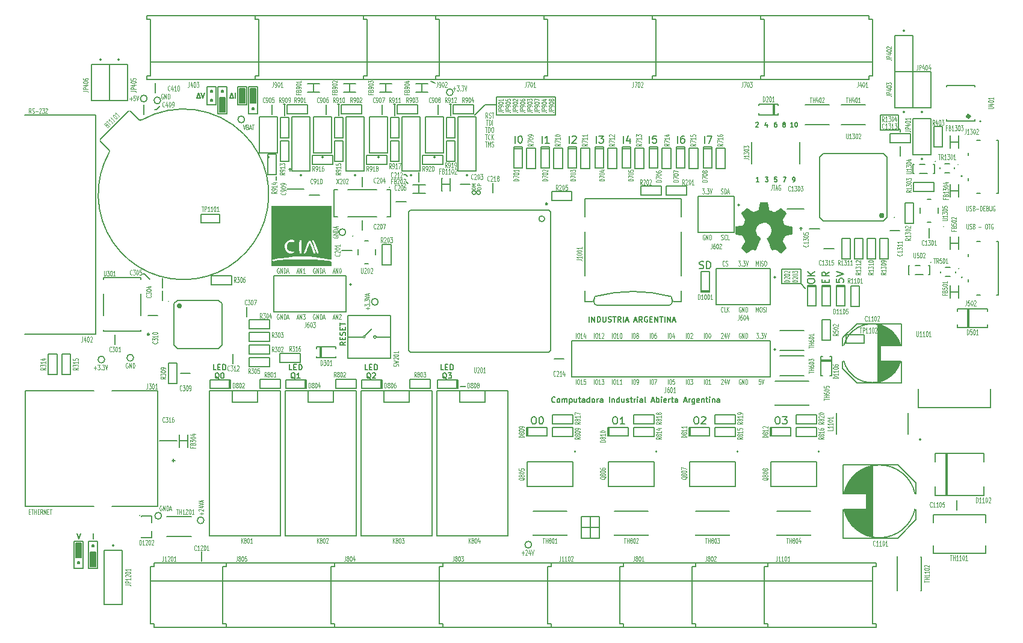
<source format=gto>
G04 (created by PCBNEW (2013-jul-07)-stable) date miÃ© 17 sep 2014 11:04:25 ART*
%MOIN*%
G04 Gerber Fmt 3.4, Leading zero omitted, Abs format*
%FSLAX34Y34*%
G01*
G70*
G90*
G04 APERTURE LIST*
%ADD10C,0.00590551*%
%ADD11C,0.005*%
%ADD12C,0.0045*%
%ADD13C,0.008*%
%ADD14C,0.0001*%
%ADD15C,0.015748*%
%ADD16C,0.00787402*%
%ADD17C,0.01*%
%ADD18C,0.006*%
G04 APERTURE END LIST*
G54D10*
G54D11*
X43071Y-28771D02*
X43071Y-28471D01*
X43214Y-28771D02*
X43214Y-28471D01*
X43385Y-28771D01*
X43385Y-28471D01*
X43528Y-28771D02*
X43528Y-28471D01*
X43600Y-28471D01*
X43642Y-28485D01*
X43671Y-28514D01*
X43685Y-28542D01*
X43700Y-28600D01*
X43700Y-28642D01*
X43685Y-28700D01*
X43671Y-28728D01*
X43642Y-28757D01*
X43600Y-28771D01*
X43528Y-28771D01*
X43828Y-28471D02*
X43828Y-28714D01*
X43842Y-28742D01*
X43857Y-28757D01*
X43885Y-28771D01*
X43942Y-28771D01*
X43971Y-28757D01*
X43985Y-28742D01*
X44000Y-28714D01*
X44000Y-28471D01*
X44128Y-28757D02*
X44171Y-28771D01*
X44242Y-28771D01*
X44271Y-28757D01*
X44285Y-28742D01*
X44300Y-28714D01*
X44300Y-28685D01*
X44285Y-28657D01*
X44271Y-28642D01*
X44242Y-28628D01*
X44185Y-28614D01*
X44157Y-28600D01*
X44142Y-28585D01*
X44128Y-28557D01*
X44128Y-28528D01*
X44142Y-28500D01*
X44157Y-28485D01*
X44185Y-28471D01*
X44257Y-28471D01*
X44300Y-28485D01*
X44385Y-28471D02*
X44557Y-28471D01*
X44471Y-28771D02*
X44471Y-28471D01*
X44828Y-28771D02*
X44728Y-28628D01*
X44657Y-28771D02*
X44657Y-28471D01*
X44771Y-28471D01*
X44800Y-28485D01*
X44814Y-28500D01*
X44828Y-28528D01*
X44828Y-28571D01*
X44814Y-28600D01*
X44800Y-28614D01*
X44771Y-28628D01*
X44657Y-28628D01*
X44957Y-28771D02*
X44957Y-28471D01*
X45085Y-28685D02*
X45228Y-28685D01*
X45057Y-28771D02*
X45157Y-28471D01*
X45257Y-28771D01*
X45571Y-28685D02*
X45714Y-28685D01*
X45542Y-28771D02*
X45642Y-28471D01*
X45742Y-28771D01*
X46014Y-28771D02*
X45914Y-28628D01*
X45842Y-28771D02*
X45842Y-28471D01*
X45957Y-28471D01*
X45985Y-28485D01*
X45999Y-28500D01*
X46014Y-28528D01*
X46014Y-28571D01*
X45999Y-28600D01*
X45985Y-28614D01*
X45957Y-28628D01*
X45842Y-28628D01*
X46299Y-28485D02*
X46271Y-28471D01*
X46228Y-28471D01*
X46185Y-28485D01*
X46157Y-28514D01*
X46142Y-28542D01*
X46128Y-28600D01*
X46128Y-28642D01*
X46142Y-28700D01*
X46157Y-28728D01*
X46185Y-28757D01*
X46228Y-28771D01*
X46257Y-28771D01*
X46299Y-28757D01*
X46314Y-28742D01*
X46314Y-28642D01*
X46257Y-28642D01*
X46442Y-28614D02*
X46542Y-28614D01*
X46585Y-28771D02*
X46442Y-28771D01*
X46442Y-28471D01*
X46585Y-28471D01*
X46714Y-28771D02*
X46714Y-28471D01*
X46885Y-28771D01*
X46885Y-28471D01*
X46985Y-28471D02*
X47157Y-28471D01*
X47071Y-28771D02*
X47071Y-28471D01*
X47257Y-28771D02*
X47257Y-28471D01*
X47400Y-28771D02*
X47400Y-28471D01*
X47571Y-28771D01*
X47571Y-28471D01*
X47700Y-28685D02*
X47842Y-28685D01*
X47671Y-28771D02*
X47771Y-28471D01*
X47871Y-28771D01*
X41178Y-33192D02*
X41164Y-33207D01*
X41121Y-33221D01*
X41092Y-33221D01*
X41049Y-33207D01*
X41021Y-33178D01*
X41007Y-33150D01*
X40992Y-33092D01*
X40992Y-33050D01*
X41007Y-32992D01*
X41021Y-32964D01*
X41049Y-32935D01*
X41092Y-32921D01*
X41121Y-32921D01*
X41164Y-32935D01*
X41178Y-32950D01*
X41349Y-33221D02*
X41321Y-33207D01*
X41307Y-33192D01*
X41292Y-33164D01*
X41292Y-33078D01*
X41307Y-33050D01*
X41321Y-33035D01*
X41349Y-33021D01*
X41392Y-33021D01*
X41421Y-33035D01*
X41435Y-33050D01*
X41449Y-33078D01*
X41449Y-33164D01*
X41435Y-33192D01*
X41421Y-33207D01*
X41392Y-33221D01*
X41349Y-33221D01*
X41578Y-33221D02*
X41578Y-33021D01*
X41578Y-33050D02*
X41592Y-33035D01*
X41621Y-33021D01*
X41664Y-33021D01*
X41692Y-33035D01*
X41707Y-33064D01*
X41707Y-33221D01*
X41707Y-33064D02*
X41721Y-33035D01*
X41749Y-33021D01*
X41792Y-33021D01*
X41821Y-33035D01*
X41835Y-33064D01*
X41835Y-33221D01*
X41978Y-33021D02*
X41978Y-33321D01*
X41978Y-33035D02*
X42007Y-33021D01*
X42064Y-33021D01*
X42092Y-33035D01*
X42107Y-33050D01*
X42121Y-33078D01*
X42121Y-33164D01*
X42107Y-33192D01*
X42092Y-33207D01*
X42064Y-33221D01*
X42007Y-33221D01*
X41978Y-33207D01*
X42378Y-33021D02*
X42378Y-33221D01*
X42249Y-33021D02*
X42249Y-33178D01*
X42264Y-33207D01*
X42292Y-33221D01*
X42335Y-33221D01*
X42364Y-33207D01*
X42378Y-33192D01*
X42478Y-33021D02*
X42592Y-33021D01*
X42521Y-32921D02*
X42521Y-33178D01*
X42535Y-33207D01*
X42564Y-33221D01*
X42592Y-33221D01*
X42821Y-33221D02*
X42821Y-33064D01*
X42807Y-33035D01*
X42778Y-33021D01*
X42721Y-33021D01*
X42692Y-33035D01*
X42821Y-33207D02*
X42792Y-33221D01*
X42721Y-33221D01*
X42692Y-33207D01*
X42678Y-33178D01*
X42678Y-33150D01*
X42692Y-33121D01*
X42721Y-33107D01*
X42792Y-33107D01*
X42821Y-33092D01*
X43092Y-33221D02*
X43092Y-32921D01*
X43092Y-33207D02*
X43064Y-33221D01*
X43007Y-33221D01*
X42978Y-33207D01*
X42964Y-33192D01*
X42949Y-33164D01*
X42949Y-33078D01*
X42964Y-33050D01*
X42978Y-33035D01*
X43007Y-33021D01*
X43064Y-33021D01*
X43092Y-33035D01*
X43278Y-33221D02*
X43249Y-33207D01*
X43235Y-33192D01*
X43221Y-33164D01*
X43221Y-33078D01*
X43235Y-33050D01*
X43249Y-33035D01*
X43278Y-33021D01*
X43321Y-33021D01*
X43349Y-33035D01*
X43364Y-33050D01*
X43378Y-33078D01*
X43378Y-33164D01*
X43364Y-33192D01*
X43349Y-33207D01*
X43321Y-33221D01*
X43278Y-33221D01*
X43507Y-33221D02*
X43507Y-33021D01*
X43507Y-33078D02*
X43521Y-33050D01*
X43535Y-33035D01*
X43564Y-33021D01*
X43592Y-33021D01*
X43821Y-33221D02*
X43821Y-33064D01*
X43807Y-33035D01*
X43778Y-33021D01*
X43721Y-33021D01*
X43692Y-33035D01*
X43821Y-33207D02*
X43792Y-33221D01*
X43721Y-33221D01*
X43692Y-33207D01*
X43678Y-33178D01*
X43678Y-33150D01*
X43692Y-33121D01*
X43721Y-33107D01*
X43792Y-33107D01*
X43821Y-33092D01*
X44192Y-33221D02*
X44192Y-32921D01*
X44335Y-33021D02*
X44335Y-33221D01*
X44335Y-33050D02*
X44349Y-33035D01*
X44378Y-33021D01*
X44421Y-33021D01*
X44449Y-33035D01*
X44464Y-33064D01*
X44464Y-33221D01*
X44735Y-33221D02*
X44735Y-32921D01*
X44735Y-33207D02*
X44707Y-33221D01*
X44650Y-33221D01*
X44621Y-33207D01*
X44607Y-33192D01*
X44592Y-33164D01*
X44592Y-33078D01*
X44607Y-33050D01*
X44621Y-33035D01*
X44650Y-33021D01*
X44707Y-33021D01*
X44735Y-33035D01*
X45007Y-33021D02*
X45007Y-33221D01*
X44878Y-33021D02*
X44878Y-33178D01*
X44892Y-33207D01*
X44921Y-33221D01*
X44964Y-33221D01*
X44992Y-33207D01*
X45007Y-33192D01*
X45135Y-33207D02*
X45164Y-33221D01*
X45221Y-33221D01*
X45250Y-33207D01*
X45264Y-33178D01*
X45264Y-33164D01*
X45250Y-33135D01*
X45221Y-33121D01*
X45178Y-33121D01*
X45150Y-33107D01*
X45135Y-33078D01*
X45135Y-33064D01*
X45150Y-33035D01*
X45178Y-33021D01*
X45221Y-33021D01*
X45250Y-33035D01*
X45350Y-33021D02*
X45464Y-33021D01*
X45392Y-32921D02*
X45392Y-33178D01*
X45407Y-33207D01*
X45435Y-33221D01*
X45464Y-33221D01*
X45564Y-33221D02*
X45564Y-33021D01*
X45564Y-33078D02*
X45578Y-33050D01*
X45592Y-33035D01*
X45621Y-33021D01*
X45650Y-33021D01*
X45750Y-33221D02*
X45750Y-33021D01*
X45750Y-32921D02*
X45735Y-32935D01*
X45750Y-32950D01*
X45764Y-32935D01*
X45750Y-32921D01*
X45750Y-32950D01*
X46021Y-33221D02*
X46021Y-33064D01*
X46007Y-33035D01*
X45978Y-33021D01*
X45921Y-33021D01*
X45892Y-33035D01*
X46021Y-33207D02*
X45992Y-33221D01*
X45921Y-33221D01*
X45892Y-33207D01*
X45878Y-33178D01*
X45878Y-33150D01*
X45892Y-33121D01*
X45921Y-33107D01*
X45992Y-33107D01*
X46021Y-33092D01*
X46207Y-33221D02*
X46178Y-33207D01*
X46164Y-33178D01*
X46164Y-32921D01*
X46535Y-33135D02*
X46678Y-33135D01*
X46507Y-33221D02*
X46607Y-32921D01*
X46707Y-33221D01*
X46807Y-33221D02*
X46807Y-32921D01*
X46807Y-33035D02*
X46835Y-33021D01*
X46892Y-33021D01*
X46921Y-33035D01*
X46935Y-33050D01*
X46950Y-33078D01*
X46950Y-33164D01*
X46935Y-33192D01*
X46921Y-33207D01*
X46892Y-33221D01*
X46835Y-33221D01*
X46807Y-33207D01*
X47078Y-33221D02*
X47078Y-33021D01*
X47078Y-32921D02*
X47064Y-32935D01*
X47078Y-32950D01*
X47092Y-32935D01*
X47078Y-32921D01*
X47078Y-32950D01*
X47335Y-33207D02*
X47307Y-33221D01*
X47250Y-33221D01*
X47221Y-33207D01*
X47207Y-33178D01*
X47207Y-33064D01*
X47221Y-33035D01*
X47250Y-33021D01*
X47307Y-33021D01*
X47335Y-33035D01*
X47350Y-33064D01*
X47350Y-33092D01*
X47207Y-33121D01*
X47478Y-33221D02*
X47478Y-33021D01*
X47478Y-33078D02*
X47492Y-33050D01*
X47507Y-33035D01*
X47535Y-33021D01*
X47564Y-33021D01*
X47621Y-33021D02*
X47735Y-33021D01*
X47664Y-32921D02*
X47664Y-33178D01*
X47678Y-33207D01*
X47707Y-33221D01*
X47735Y-33221D01*
X47964Y-33221D02*
X47964Y-33064D01*
X47950Y-33035D01*
X47921Y-33021D01*
X47864Y-33021D01*
X47835Y-33035D01*
X47964Y-33207D02*
X47935Y-33221D01*
X47864Y-33221D01*
X47835Y-33207D01*
X47821Y-33178D01*
X47821Y-33150D01*
X47835Y-33121D01*
X47864Y-33107D01*
X47935Y-33107D01*
X47964Y-33092D01*
X48321Y-33135D02*
X48464Y-33135D01*
X48292Y-33221D02*
X48392Y-32921D01*
X48492Y-33221D01*
X48592Y-33221D02*
X48592Y-33021D01*
X48592Y-33078D02*
X48607Y-33050D01*
X48621Y-33035D01*
X48650Y-33021D01*
X48678Y-33021D01*
X48907Y-33021D02*
X48907Y-33264D01*
X48892Y-33292D01*
X48878Y-33307D01*
X48850Y-33321D01*
X48807Y-33321D01*
X48778Y-33307D01*
X48907Y-33207D02*
X48878Y-33221D01*
X48821Y-33221D01*
X48792Y-33207D01*
X48778Y-33192D01*
X48764Y-33164D01*
X48764Y-33078D01*
X48778Y-33050D01*
X48792Y-33035D01*
X48821Y-33021D01*
X48878Y-33021D01*
X48907Y-33035D01*
X49164Y-33207D02*
X49135Y-33221D01*
X49078Y-33221D01*
X49050Y-33207D01*
X49035Y-33178D01*
X49035Y-33064D01*
X49050Y-33035D01*
X49078Y-33021D01*
X49135Y-33021D01*
X49164Y-33035D01*
X49178Y-33064D01*
X49178Y-33092D01*
X49035Y-33121D01*
X49307Y-33021D02*
X49307Y-33221D01*
X49307Y-33050D02*
X49321Y-33035D01*
X49350Y-33021D01*
X49392Y-33021D01*
X49421Y-33035D01*
X49435Y-33064D01*
X49435Y-33221D01*
X49535Y-33021D02*
X49650Y-33021D01*
X49578Y-32921D02*
X49578Y-33178D01*
X49592Y-33207D01*
X49621Y-33221D01*
X49650Y-33221D01*
X49750Y-33221D02*
X49750Y-33021D01*
X49750Y-32921D02*
X49735Y-32935D01*
X49750Y-32950D01*
X49764Y-32935D01*
X49750Y-32921D01*
X49750Y-32950D01*
X49892Y-33021D02*
X49892Y-33221D01*
X49892Y-33050D02*
X49907Y-33035D01*
X49935Y-33021D01*
X49978Y-33021D01*
X50007Y-33035D01*
X50021Y-33064D01*
X50021Y-33221D01*
X50292Y-33221D02*
X50292Y-33064D01*
X50278Y-33035D01*
X50250Y-33021D01*
X50192Y-33021D01*
X50164Y-33035D01*
X50292Y-33207D02*
X50264Y-33221D01*
X50192Y-33221D01*
X50164Y-33207D01*
X50150Y-33178D01*
X50150Y-33150D01*
X50164Y-33121D01*
X50192Y-33107D01*
X50264Y-33107D01*
X50292Y-33092D01*
X34300Y-15450D02*
X34550Y-15550D01*
X36200Y-32350D02*
X36250Y-32300D01*
X36150Y-32350D02*
X36200Y-32350D01*
X35950Y-32350D02*
X36150Y-32350D01*
X25750Y-20700D02*
X25750Y-20900D01*
X35400Y-16700D02*
X35400Y-17350D01*
X35350Y-16700D02*
X35450Y-16700D01*
X32300Y-16700D02*
X32300Y-17350D01*
X32250Y-16700D02*
X32350Y-16700D01*
X29200Y-16700D02*
X29200Y-17350D01*
X29150Y-16700D02*
X29250Y-16700D01*
X26200Y-16700D02*
X26200Y-17350D01*
X26150Y-16700D02*
X26250Y-16700D01*
X53750Y-26650D02*
X54800Y-26650D01*
X53750Y-25850D02*
X53750Y-26650D01*
X53800Y-25850D02*
X53750Y-25850D01*
X54800Y-25850D02*
X53800Y-25850D01*
X54800Y-26650D02*
X54800Y-25850D01*
X18450Y-26100D02*
X18350Y-26100D01*
X37950Y-16300D02*
X37950Y-17300D01*
X41200Y-16300D02*
X41200Y-17300D01*
X19100Y-17000D02*
X19300Y-16800D01*
X19000Y-17000D02*
X19100Y-17000D01*
X18450Y-26100D02*
X18750Y-26400D01*
X42650Y-40150D02*
X43650Y-40150D01*
X43650Y-39550D02*
X42650Y-39550D01*
X43650Y-40750D02*
X42650Y-40750D01*
X43150Y-39550D02*
X43150Y-40750D01*
X42650Y-39550D02*
X42650Y-40750D01*
X43650Y-39550D02*
X43650Y-40750D01*
G54D12*
X35540Y-15856D02*
X35677Y-15856D01*
X35608Y-15963D02*
X35608Y-15750D01*
X35745Y-15683D02*
X35857Y-15683D01*
X35797Y-15790D01*
X35822Y-15790D01*
X35840Y-15803D01*
X35848Y-15816D01*
X35857Y-15843D01*
X35857Y-15910D01*
X35848Y-15936D01*
X35840Y-15950D01*
X35822Y-15963D01*
X35771Y-15963D01*
X35754Y-15950D01*
X35745Y-15936D01*
X35934Y-15936D02*
X35942Y-15950D01*
X35934Y-15963D01*
X35925Y-15950D01*
X35934Y-15936D01*
X35934Y-15963D01*
X36002Y-15683D02*
X36114Y-15683D01*
X36054Y-15790D01*
X36080Y-15790D01*
X36097Y-15803D01*
X36105Y-15816D01*
X36114Y-15843D01*
X36114Y-15910D01*
X36105Y-15936D01*
X36097Y-15950D01*
X36080Y-15963D01*
X36028Y-15963D01*
X36011Y-15950D01*
X36002Y-15936D01*
X36165Y-15683D02*
X36225Y-15963D01*
X36285Y-15683D01*
G54D11*
X35536Y-16050D02*
G75*
G03X35536Y-16050I-186J0D01*
G74*
G01*
G54D12*
X19462Y-16146D02*
X19445Y-16133D01*
X19420Y-16133D01*
X19394Y-16146D01*
X19377Y-16173D01*
X19368Y-16200D01*
X19360Y-16253D01*
X19360Y-16293D01*
X19368Y-16346D01*
X19377Y-16373D01*
X19394Y-16400D01*
X19420Y-16413D01*
X19437Y-16413D01*
X19462Y-16400D01*
X19471Y-16386D01*
X19471Y-16293D01*
X19437Y-16293D01*
X19548Y-16413D02*
X19548Y-16133D01*
X19651Y-16413D01*
X19651Y-16133D01*
X19737Y-16413D02*
X19737Y-16133D01*
X19780Y-16133D01*
X19805Y-16146D01*
X19822Y-16173D01*
X19831Y-16200D01*
X19840Y-16253D01*
X19840Y-16293D01*
X19831Y-16346D01*
X19822Y-16373D01*
X19805Y-16400D01*
X19780Y-16413D01*
X19737Y-16413D01*
G54D11*
X19336Y-16500D02*
G75*
G03X19336Y-16500I-186J0D01*
G74*
G01*
G54D12*
X17618Y-16406D02*
X17755Y-16406D01*
X17687Y-16513D02*
X17687Y-16300D01*
X17927Y-16233D02*
X17841Y-16233D01*
X17832Y-16366D01*
X17841Y-16353D01*
X17858Y-16340D01*
X17901Y-16340D01*
X17918Y-16353D01*
X17927Y-16366D01*
X17935Y-16393D01*
X17935Y-16460D01*
X17927Y-16486D01*
X17918Y-16500D01*
X17901Y-16513D01*
X17858Y-16513D01*
X17841Y-16500D01*
X17832Y-16486D01*
X17987Y-16233D02*
X18047Y-16513D01*
X18107Y-16233D01*
G54D11*
X18586Y-16400D02*
G75*
G03X18586Y-16400I-186J0D01*
G74*
G01*
G54D12*
X39332Y-41556D02*
X39470Y-41556D01*
X39401Y-41663D02*
X39401Y-41450D01*
X39547Y-41410D02*
X39555Y-41396D01*
X39572Y-41383D01*
X39615Y-41383D01*
X39632Y-41396D01*
X39641Y-41410D01*
X39650Y-41436D01*
X39650Y-41463D01*
X39641Y-41503D01*
X39538Y-41663D01*
X39650Y-41663D01*
X39804Y-41476D02*
X39804Y-41663D01*
X39761Y-41370D02*
X39718Y-41570D01*
X39830Y-41570D01*
X39872Y-41383D02*
X39932Y-41663D01*
X39992Y-41383D01*
G54D11*
X39886Y-41100D02*
G75*
G03X39886Y-41100I-186J0D01*
G74*
G01*
G54D12*
X19385Y-38946D02*
X19368Y-38933D01*
X19342Y-38933D01*
X19317Y-38946D01*
X19300Y-38973D01*
X19291Y-39000D01*
X19282Y-39053D01*
X19282Y-39093D01*
X19291Y-39146D01*
X19300Y-39173D01*
X19317Y-39200D01*
X19342Y-39213D01*
X19360Y-39213D01*
X19385Y-39200D01*
X19394Y-39186D01*
X19394Y-39093D01*
X19360Y-39093D01*
X19471Y-39213D02*
X19471Y-38933D01*
X19574Y-39213D01*
X19574Y-38933D01*
X19660Y-39213D02*
X19660Y-38933D01*
X19702Y-38933D01*
X19728Y-38946D01*
X19745Y-38973D01*
X19754Y-39000D01*
X19762Y-39053D01*
X19762Y-39093D01*
X19754Y-39146D01*
X19745Y-39173D01*
X19728Y-39200D01*
X19702Y-39213D01*
X19660Y-39213D01*
X19831Y-39133D02*
X19917Y-39133D01*
X19814Y-39213D02*
X19874Y-38933D01*
X19934Y-39213D01*
G54D11*
X19386Y-39500D02*
G75*
G03X19386Y-39500I-186J0D01*
G74*
G01*
G54D12*
X21606Y-39444D02*
X21606Y-39307D01*
X21713Y-39375D02*
X21500Y-39375D01*
X21460Y-39230D02*
X21446Y-39221D01*
X21433Y-39204D01*
X21433Y-39161D01*
X21446Y-39144D01*
X21460Y-39135D01*
X21486Y-39127D01*
X21513Y-39127D01*
X21553Y-39135D01*
X21713Y-39238D01*
X21713Y-39127D01*
X21526Y-38972D02*
X21713Y-38972D01*
X21420Y-39015D02*
X21620Y-39058D01*
X21620Y-38947D01*
X21433Y-38904D02*
X21713Y-38844D01*
X21433Y-38784D01*
X21633Y-38732D02*
X21633Y-38647D01*
X21713Y-38749D02*
X21433Y-38689D01*
X21713Y-38629D01*
G54D11*
X21736Y-39750D02*
G75*
G03X21736Y-39750I-186J0D01*
G74*
G01*
G54D12*
X15640Y-31306D02*
X15777Y-31306D01*
X15708Y-31413D02*
X15708Y-31200D01*
X15845Y-31133D02*
X15957Y-31133D01*
X15897Y-31240D01*
X15922Y-31240D01*
X15940Y-31253D01*
X15948Y-31266D01*
X15957Y-31293D01*
X15957Y-31360D01*
X15948Y-31386D01*
X15940Y-31400D01*
X15922Y-31413D01*
X15871Y-31413D01*
X15854Y-31400D01*
X15845Y-31386D01*
X16034Y-31386D02*
X16042Y-31400D01*
X16034Y-31413D01*
X16025Y-31400D01*
X16034Y-31386D01*
X16034Y-31413D01*
X16102Y-31133D02*
X16214Y-31133D01*
X16154Y-31240D01*
X16180Y-31240D01*
X16197Y-31253D01*
X16205Y-31266D01*
X16214Y-31293D01*
X16214Y-31360D01*
X16205Y-31386D01*
X16197Y-31400D01*
X16180Y-31413D01*
X16128Y-31413D01*
X16111Y-31400D01*
X16102Y-31386D01*
X16265Y-31133D02*
X16325Y-31413D01*
X16385Y-31133D01*
G54D11*
X16236Y-30850D02*
G75*
G03X16236Y-30850I-186J0D01*
G74*
G01*
G54D12*
X28896Y-24014D02*
X28883Y-24031D01*
X28883Y-24057D01*
X28896Y-24082D01*
X28923Y-24099D01*
X28950Y-24108D01*
X29003Y-24117D01*
X29043Y-24117D01*
X29096Y-24108D01*
X29123Y-24099D01*
X29150Y-24082D01*
X29163Y-24057D01*
X29163Y-24039D01*
X29150Y-24014D01*
X29136Y-24005D01*
X29043Y-24005D01*
X29043Y-24039D01*
X29163Y-23928D02*
X28883Y-23928D01*
X29163Y-23825D01*
X28883Y-23825D01*
X29163Y-23740D02*
X28883Y-23740D01*
X28883Y-23697D01*
X28896Y-23671D01*
X28923Y-23654D01*
X28950Y-23645D01*
X29003Y-23637D01*
X29043Y-23637D01*
X29096Y-23645D01*
X29123Y-23654D01*
X29150Y-23671D01*
X29163Y-23697D01*
X29163Y-23740D01*
X29083Y-23568D02*
X29083Y-23482D01*
X29163Y-23585D02*
X28883Y-23525D01*
X29163Y-23465D01*
G54D11*
X29586Y-23800D02*
G75*
G03X29586Y-23800I-186J0D01*
G74*
G01*
G54D12*
X23904Y-17833D02*
X23964Y-18113D01*
X24024Y-17833D01*
X24144Y-17966D02*
X24170Y-17980D01*
X24178Y-17993D01*
X24187Y-18020D01*
X24187Y-18060D01*
X24178Y-18086D01*
X24170Y-18100D01*
X24152Y-18113D01*
X24084Y-18113D01*
X24084Y-17833D01*
X24144Y-17833D01*
X24161Y-17846D01*
X24170Y-17860D01*
X24178Y-17886D01*
X24178Y-17913D01*
X24170Y-17940D01*
X24161Y-17953D01*
X24144Y-17966D01*
X24084Y-17966D01*
X24255Y-18033D02*
X24341Y-18033D01*
X24238Y-18113D02*
X24298Y-17833D01*
X24358Y-18113D01*
X24392Y-17833D02*
X24495Y-17833D01*
X24444Y-18113D02*
X24444Y-17833D01*
G54D11*
X23986Y-17550D02*
G75*
G03X23986Y-17550I-186J0D01*
G74*
G01*
X17836Y-30750D02*
G75*
G03X17836Y-30750I-186J0D01*
G74*
G01*
G54D12*
X17512Y-31046D02*
X17495Y-31033D01*
X17470Y-31033D01*
X17444Y-31046D01*
X17427Y-31073D01*
X17418Y-31100D01*
X17410Y-31153D01*
X17410Y-31193D01*
X17418Y-31246D01*
X17427Y-31273D01*
X17444Y-31300D01*
X17470Y-31313D01*
X17487Y-31313D01*
X17512Y-31300D01*
X17521Y-31286D01*
X17521Y-31193D01*
X17487Y-31193D01*
X17598Y-31313D02*
X17598Y-31033D01*
X17701Y-31313D01*
X17701Y-31033D01*
X17787Y-31313D02*
X17787Y-31033D01*
X17830Y-31033D01*
X17855Y-31046D01*
X17872Y-31073D01*
X17881Y-31100D01*
X17890Y-31153D01*
X17890Y-31193D01*
X17881Y-31246D01*
X17872Y-31273D01*
X17855Y-31300D01*
X17830Y-31313D01*
X17787Y-31313D01*
X30806Y-28087D02*
X30806Y-27950D01*
X30913Y-28018D02*
X30700Y-28018D01*
X30633Y-27881D02*
X30633Y-27770D01*
X30740Y-27830D01*
X30740Y-27804D01*
X30753Y-27787D01*
X30766Y-27778D01*
X30793Y-27770D01*
X30860Y-27770D01*
X30886Y-27778D01*
X30900Y-27787D01*
X30913Y-27804D01*
X30913Y-27855D01*
X30900Y-27872D01*
X30886Y-27881D01*
X30886Y-27692D02*
X30900Y-27684D01*
X30913Y-27692D01*
X30900Y-27701D01*
X30886Y-27692D01*
X30913Y-27692D01*
X30633Y-27624D02*
X30633Y-27512D01*
X30740Y-27572D01*
X30740Y-27547D01*
X30753Y-27530D01*
X30766Y-27521D01*
X30793Y-27512D01*
X30860Y-27512D01*
X30886Y-27521D01*
X30900Y-27530D01*
X30913Y-27547D01*
X30913Y-27598D01*
X30900Y-27615D01*
X30886Y-27624D01*
X30633Y-27461D02*
X30913Y-27401D01*
X30633Y-27341D01*
X30833Y-27289D02*
X30833Y-27204D01*
X30913Y-27307D02*
X30633Y-27247D01*
X30913Y-27187D01*
G54D11*
X31386Y-27650D02*
G75*
G03X31386Y-27650I-186J0D01*
G74*
G01*
G54D12*
X37070Y-21397D02*
X36870Y-21397D01*
X36870Y-21354D01*
X36880Y-21328D01*
X36899Y-21311D01*
X36918Y-21302D01*
X36956Y-21294D01*
X36985Y-21294D01*
X37023Y-21302D01*
X37042Y-21311D01*
X37061Y-21328D01*
X37070Y-21354D01*
X37070Y-21397D01*
X37070Y-21217D02*
X36870Y-21217D01*
X36870Y-21148D01*
X36880Y-21131D01*
X36890Y-21122D01*
X36909Y-21114D01*
X36937Y-21114D01*
X36956Y-21122D01*
X36966Y-21131D01*
X36975Y-21148D01*
X36975Y-21217D01*
X36760Y-21410D02*
X36560Y-21410D01*
X36560Y-21367D01*
X36570Y-21341D01*
X36589Y-21324D01*
X36608Y-21315D01*
X36646Y-21307D01*
X36675Y-21307D01*
X36713Y-21315D01*
X36732Y-21324D01*
X36751Y-21341D01*
X36760Y-21367D01*
X36760Y-21410D01*
X36760Y-21230D02*
X36560Y-21230D01*
X36703Y-21170D01*
X36560Y-21110D01*
X36760Y-21110D01*
G54D11*
X36800Y-21600D02*
G75*
G03X36800Y-21600I-110J0D01*
G74*
G01*
X37050Y-21600D02*
G75*
G03X37050Y-21600I-110J0D01*
G74*
G01*
X60300Y-18150D02*
X60300Y-18250D01*
X60200Y-18050D02*
X60300Y-18150D01*
X60200Y-17300D02*
X59200Y-17300D01*
X60200Y-18150D02*
X60200Y-17300D01*
X59200Y-18150D02*
X60200Y-18150D01*
X59200Y-17300D02*
X59200Y-18150D01*
G54D12*
X53190Y-21183D02*
X53190Y-21383D01*
X53181Y-21423D01*
X53164Y-21450D01*
X53138Y-21463D01*
X53121Y-21463D01*
X53250Y-21183D02*
X53352Y-21183D01*
X53301Y-21463D02*
X53301Y-21183D01*
X53404Y-21383D02*
X53490Y-21383D01*
X53387Y-21463D02*
X53447Y-21183D01*
X53507Y-21463D01*
X53661Y-21196D02*
X53644Y-21183D01*
X53618Y-21183D01*
X53592Y-21196D01*
X53575Y-21223D01*
X53567Y-21250D01*
X53558Y-21303D01*
X53558Y-21343D01*
X53567Y-21396D01*
X53575Y-21423D01*
X53592Y-21450D01*
X53618Y-21463D01*
X53635Y-21463D01*
X53661Y-21450D01*
X53670Y-21436D01*
X53670Y-21343D01*
X53635Y-21343D01*
X63971Y-23333D02*
X63971Y-23560D01*
X63980Y-23586D01*
X63988Y-23600D01*
X64005Y-23613D01*
X64040Y-23613D01*
X64057Y-23600D01*
X64065Y-23586D01*
X64074Y-23560D01*
X64074Y-23333D01*
X64151Y-23600D02*
X64177Y-23613D01*
X64220Y-23613D01*
X64237Y-23600D01*
X64245Y-23586D01*
X64254Y-23560D01*
X64254Y-23533D01*
X64245Y-23506D01*
X64237Y-23493D01*
X64220Y-23480D01*
X64185Y-23466D01*
X64168Y-23453D01*
X64160Y-23440D01*
X64151Y-23413D01*
X64151Y-23386D01*
X64160Y-23360D01*
X64168Y-23346D01*
X64185Y-23333D01*
X64228Y-23333D01*
X64254Y-23346D01*
X64391Y-23466D02*
X64417Y-23480D01*
X64425Y-23493D01*
X64434Y-23520D01*
X64434Y-23560D01*
X64425Y-23586D01*
X64417Y-23600D01*
X64400Y-23613D01*
X64331Y-23613D01*
X64331Y-23333D01*
X64391Y-23333D01*
X64408Y-23346D01*
X64417Y-23360D01*
X64425Y-23386D01*
X64425Y-23413D01*
X64417Y-23440D01*
X64408Y-23453D01*
X64391Y-23466D01*
X64331Y-23466D01*
X64648Y-23506D02*
X64785Y-23506D01*
X65042Y-23333D02*
X65077Y-23333D01*
X65094Y-23346D01*
X65111Y-23373D01*
X65120Y-23426D01*
X65120Y-23520D01*
X65111Y-23573D01*
X65094Y-23600D01*
X65077Y-23613D01*
X65042Y-23613D01*
X65025Y-23600D01*
X65008Y-23573D01*
X65000Y-23520D01*
X65000Y-23426D01*
X65008Y-23373D01*
X65025Y-23346D01*
X65042Y-23333D01*
X65171Y-23333D02*
X65274Y-23333D01*
X65222Y-23613D02*
X65222Y-23333D01*
X65428Y-23346D02*
X65411Y-23333D01*
X65385Y-23333D01*
X65360Y-23346D01*
X65342Y-23373D01*
X65334Y-23400D01*
X65325Y-23453D01*
X65325Y-23493D01*
X65334Y-23546D01*
X65342Y-23573D01*
X65360Y-23600D01*
X65385Y-23613D01*
X65402Y-23613D01*
X65428Y-23600D01*
X65437Y-23586D01*
X65437Y-23493D01*
X65402Y-23493D01*
X63965Y-22333D02*
X63965Y-22560D01*
X63974Y-22586D01*
X63982Y-22600D01*
X64000Y-22613D01*
X64034Y-22613D01*
X64051Y-22600D01*
X64060Y-22586D01*
X64068Y-22560D01*
X64068Y-22333D01*
X64145Y-22600D02*
X64171Y-22613D01*
X64214Y-22613D01*
X64231Y-22600D01*
X64240Y-22586D01*
X64248Y-22560D01*
X64248Y-22533D01*
X64240Y-22506D01*
X64231Y-22493D01*
X64214Y-22480D01*
X64180Y-22466D01*
X64162Y-22453D01*
X64154Y-22440D01*
X64145Y-22413D01*
X64145Y-22386D01*
X64154Y-22360D01*
X64162Y-22346D01*
X64180Y-22333D01*
X64222Y-22333D01*
X64248Y-22346D01*
X64385Y-22466D02*
X64411Y-22480D01*
X64420Y-22493D01*
X64428Y-22520D01*
X64428Y-22560D01*
X64420Y-22586D01*
X64411Y-22600D01*
X64394Y-22613D01*
X64325Y-22613D01*
X64325Y-22333D01*
X64385Y-22333D01*
X64402Y-22346D01*
X64411Y-22360D01*
X64420Y-22386D01*
X64420Y-22413D01*
X64411Y-22440D01*
X64402Y-22453D01*
X64385Y-22466D01*
X64325Y-22466D01*
X64505Y-22506D02*
X64642Y-22506D01*
X64728Y-22613D02*
X64728Y-22333D01*
X64771Y-22333D01*
X64797Y-22346D01*
X64814Y-22373D01*
X64822Y-22400D01*
X64831Y-22453D01*
X64831Y-22493D01*
X64822Y-22546D01*
X64814Y-22573D01*
X64797Y-22600D01*
X64771Y-22613D01*
X64728Y-22613D01*
X64908Y-22466D02*
X64968Y-22466D01*
X64994Y-22613D02*
X64908Y-22613D01*
X64908Y-22333D01*
X64994Y-22333D01*
X65131Y-22466D02*
X65157Y-22480D01*
X65165Y-22493D01*
X65174Y-22520D01*
X65174Y-22560D01*
X65165Y-22586D01*
X65157Y-22600D01*
X65140Y-22613D01*
X65071Y-22613D01*
X65071Y-22333D01*
X65131Y-22333D01*
X65148Y-22346D01*
X65157Y-22360D01*
X65165Y-22386D01*
X65165Y-22413D01*
X65157Y-22440D01*
X65148Y-22453D01*
X65131Y-22466D01*
X65071Y-22466D01*
X65251Y-22333D02*
X65251Y-22560D01*
X65260Y-22586D01*
X65268Y-22600D01*
X65285Y-22613D01*
X65320Y-22613D01*
X65337Y-22600D01*
X65345Y-22586D01*
X65354Y-22560D01*
X65354Y-22333D01*
X65534Y-22346D02*
X65517Y-22333D01*
X65491Y-22333D01*
X65465Y-22346D01*
X65448Y-22373D01*
X65440Y-22400D01*
X65431Y-22453D01*
X65431Y-22493D01*
X65440Y-22546D01*
X65448Y-22573D01*
X65465Y-22600D01*
X65491Y-22613D01*
X65508Y-22613D01*
X65534Y-22600D01*
X65542Y-22586D01*
X65542Y-22493D01*
X65508Y-22493D01*
X12032Y-39266D02*
X12092Y-39266D01*
X12118Y-39413D02*
X12032Y-39413D01*
X12032Y-39133D01*
X12118Y-39133D01*
X12170Y-39133D02*
X12272Y-39133D01*
X12221Y-39413D02*
X12221Y-39133D01*
X12332Y-39413D02*
X12332Y-39133D01*
X12332Y-39266D02*
X12435Y-39266D01*
X12435Y-39413D02*
X12435Y-39133D01*
X12521Y-39266D02*
X12581Y-39266D01*
X12607Y-39413D02*
X12521Y-39413D01*
X12521Y-39133D01*
X12607Y-39133D01*
X12787Y-39413D02*
X12727Y-39280D01*
X12684Y-39413D02*
X12684Y-39133D01*
X12752Y-39133D01*
X12770Y-39146D01*
X12778Y-39160D01*
X12787Y-39186D01*
X12787Y-39226D01*
X12778Y-39253D01*
X12770Y-39266D01*
X12752Y-39280D01*
X12684Y-39280D01*
X12864Y-39413D02*
X12864Y-39133D01*
X12967Y-39413D01*
X12967Y-39133D01*
X13052Y-39266D02*
X13112Y-39266D01*
X13138Y-39413D02*
X13052Y-39413D01*
X13052Y-39133D01*
X13138Y-39133D01*
X13190Y-39133D02*
X13292Y-39133D01*
X13241Y-39413D02*
X13241Y-39133D01*
X12151Y-17213D02*
X12091Y-17080D01*
X12048Y-17213D02*
X12048Y-16933D01*
X12117Y-16933D01*
X12134Y-16946D01*
X12142Y-16960D01*
X12151Y-16986D01*
X12151Y-17026D01*
X12142Y-17053D01*
X12134Y-17066D01*
X12117Y-17080D01*
X12048Y-17080D01*
X12220Y-17200D02*
X12245Y-17213D01*
X12288Y-17213D01*
X12305Y-17200D01*
X12314Y-17186D01*
X12322Y-17160D01*
X12322Y-17133D01*
X12314Y-17106D01*
X12305Y-17093D01*
X12288Y-17080D01*
X12254Y-17066D01*
X12237Y-17053D01*
X12228Y-17040D01*
X12220Y-17013D01*
X12220Y-16986D01*
X12228Y-16960D01*
X12237Y-16946D01*
X12254Y-16933D01*
X12297Y-16933D01*
X12322Y-16946D01*
X12400Y-17106D02*
X12537Y-17106D01*
X12614Y-16960D02*
X12622Y-16946D01*
X12640Y-16933D01*
X12682Y-16933D01*
X12700Y-16946D01*
X12708Y-16960D01*
X12717Y-16986D01*
X12717Y-17013D01*
X12708Y-17053D01*
X12605Y-17213D01*
X12717Y-17213D01*
X12777Y-16933D02*
X12888Y-16933D01*
X12828Y-17040D01*
X12854Y-17040D01*
X12871Y-17053D01*
X12880Y-17066D01*
X12888Y-17093D01*
X12888Y-17160D01*
X12880Y-17186D01*
X12871Y-17200D01*
X12854Y-17213D01*
X12802Y-17213D01*
X12785Y-17200D01*
X12777Y-17186D01*
X12957Y-16960D02*
X12965Y-16946D01*
X12982Y-16933D01*
X13025Y-16933D01*
X13042Y-16946D01*
X13051Y-16960D01*
X13060Y-16986D01*
X13060Y-17013D01*
X13051Y-17053D01*
X12948Y-17213D01*
X13060Y-17213D01*
X37310Y-18783D02*
X37412Y-18783D01*
X37361Y-19063D02*
X37361Y-18783D01*
X37472Y-19063D02*
X37472Y-18783D01*
X37532Y-18983D01*
X37592Y-18783D01*
X37592Y-19063D01*
X37670Y-19050D02*
X37695Y-19063D01*
X37738Y-19063D01*
X37755Y-19050D01*
X37764Y-19036D01*
X37772Y-19010D01*
X37772Y-18983D01*
X37764Y-18956D01*
X37755Y-18943D01*
X37738Y-18930D01*
X37704Y-18916D01*
X37687Y-18903D01*
X37678Y-18890D01*
X37670Y-18863D01*
X37670Y-18836D01*
X37678Y-18810D01*
X37687Y-18796D01*
X37704Y-18783D01*
X37747Y-18783D01*
X37772Y-18796D01*
X37318Y-18383D02*
X37421Y-18383D01*
X37370Y-18663D02*
X37370Y-18383D01*
X37584Y-18636D02*
X37575Y-18650D01*
X37550Y-18663D01*
X37532Y-18663D01*
X37507Y-18650D01*
X37490Y-18623D01*
X37481Y-18596D01*
X37472Y-18543D01*
X37472Y-18503D01*
X37481Y-18450D01*
X37490Y-18423D01*
X37507Y-18396D01*
X37532Y-18383D01*
X37550Y-18383D01*
X37575Y-18396D01*
X37584Y-18410D01*
X37661Y-18663D02*
X37661Y-18383D01*
X37764Y-18663D02*
X37687Y-18503D01*
X37764Y-18383D02*
X37661Y-18543D01*
X37314Y-17983D02*
X37417Y-17983D01*
X37365Y-18263D02*
X37365Y-17983D01*
X37477Y-18263D02*
X37477Y-17983D01*
X37520Y-17983D01*
X37545Y-17996D01*
X37562Y-18023D01*
X37571Y-18050D01*
X37580Y-18103D01*
X37580Y-18143D01*
X37571Y-18196D01*
X37562Y-18223D01*
X37545Y-18250D01*
X37520Y-18263D01*
X37477Y-18263D01*
X37691Y-17983D02*
X37725Y-17983D01*
X37742Y-17996D01*
X37760Y-18023D01*
X37768Y-18076D01*
X37768Y-18170D01*
X37760Y-18223D01*
X37742Y-18250D01*
X37725Y-18263D01*
X37691Y-18263D01*
X37674Y-18250D01*
X37657Y-18223D01*
X37648Y-18170D01*
X37648Y-18076D01*
X37657Y-18023D01*
X37674Y-17996D01*
X37691Y-17983D01*
X37365Y-17583D02*
X37468Y-17583D01*
X37417Y-17863D02*
X37417Y-17583D01*
X37528Y-17863D02*
X37528Y-17583D01*
X37571Y-17583D01*
X37597Y-17596D01*
X37614Y-17623D01*
X37622Y-17650D01*
X37631Y-17703D01*
X37631Y-17743D01*
X37622Y-17796D01*
X37614Y-17823D01*
X37597Y-17850D01*
X37571Y-17863D01*
X37528Y-17863D01*
X37708Y-17863D02*
X37708Y-17583D01*
G54D11*
X37300Y-16750D02*
X37950Y-16750D01*
X37950Y-17300D02*
X41200Y-17300D01*
X41200Y-16300D02*
X37950Y-16300D01*
G54D12*
X37451Y-17463D02*
X37391Y-17330D01*
X37348Y-17463D02*
X37348Y-17183D01*
X37417Y-17183D01*
X37434Y-17196D01*
X37442Y-17210D01*
X37451Y-17236D01*
X37451Y-17276D01*
X37442Y-17303D01*
X37434Y-17316D01*
X37417Y-17330D01*
X37348Y-17330D01*
X37520Y-17450D02*
X37545Y-17463D01*
X37588Y-17463D01*
X37605Y-17450D01*
X37614Y-17436D01*
X37622Y-17410D01*
X37622Y-17383D01*
X37614Y-17356D01*
X37605Y-17343D01*
X37588Y-17330D01*
X37554Y-17316D01*
X37537Y-17303D01*
X37528Y-17290D01*
X37520Y-17263D01*
X37520Y-17236D01*
X37528Y-17210D01*
X37537Y-17196D01*
X37554Y-17183D01*
X37597Y-17183D01*
X37622Y-17196D01*
X37674Y-17183D02*
X37777Y-17183D01*
X37725Y-17463D02*
X37725Y-17183D01*
G54D11*
X32950Y-21000D02*
X33050Y-21100D01*
X32900Y-20600D02*
X33000Y-20700D01*
X32850Y-20600D02*
X32900Y-20600D01*
X32800Y-20600D02*
X32850Y-20600D01*
X37300Y-16750D02*
X36750Y-17300D01*
G54D12*
X28877Y-25983D02*
X28962Y-25983D01*
X28860Y-26063D02*
X28920Y-25783D01*
X28980Y-26063D01*
X29040Y-26063D02*
X29040Y-25783D01*
X29142Y-26063D01*
X29142Y-25783D01*
X29262Y-25783D02*
X29280Y-25783D01*
X29297Y-25796D01*
X29305Y-25810D01*
X29314Y-25836D01*
X29322Y-25890D01*
X29322Y-25956D01*
X29314Y-26010D01*
X29305Y-26036D01*
X29297Y-26050D01*
X29280Y-26063D01*
X29262Y-26063D01*
X29245Y-26050D01*
X29237Y-26036D01*
X29228Y-26010D01*
X29220Y-25956D01*
X29220Y-25890D01*
X29228Y-25836D01*
X29237Y-25810D01*
X29245Y-25796D01*
X29262Y-25783D01*
X26877Y-25983D02*
X26962Y-25983D01*
X26860Y-26063D02*
X26920Y-25783D01*
X26980Y-26063D01*
X27040Y-26063D02*
X27040Y-25783D01*
X27142Y-26063D01*
X27142Y-25783D01*
X27322Y-26063D02*
X27220Y-26063D01*
X27271Y-26063D02*
X27271Y-25783D01*
X27254Y-25823D01*
X27237Y-25850D01*
X27220Y-25863D01*
X28877Y-28533D02*
X28962Y-28533D01*
X28860Y-28613D02*
X28920Y-28333D01*
X28980Y-28613D01*
X29040Y-28613D02*
X29040Y-28333D01*
X29142Y-28613D01*
X29142Y-28333D01*
X29220Y-28360D02*
X29228Y-28346D01*
X29245Y-28333D01*
X29288Y-28333D01*
X29305Y-28346D01*
X29314Y-28360D01*
X29322Y-28386D01*
X29322Y-28413D01*
X29314Y-28453D01*
X29211Y-28613D01*
X29322Y-28613D01*
X26877Y-28533D02*
X26962Y-28533D01*
X26860Y-28613D02*
X26920Y-28333D01*
X26980Y-28613D01*
X27040Y-28613D02*
X27040Y-28333D01*
X27142Y-28613D01*
X27142Y-28333D01*
X27211Y-28333D02*
X27322Y-28333D01*
X27262Y-28440D01*
X27288Y-28440D01*
X27305Y-28453D01*
X27314Y-28466D01*
X27322Y-28493D01*
X27322Y-28560D01*
X27314Y-28586D01*
X27305Y-28600D01*
X27288Y-28613D01*
X27237Y-28613D01*
X27220Y-28600D01*
X27211Y-28586D01*
X27885Y-28346D02*
X27868Y-28333D01*
X27842Y-28333D01*
X27817Y-28346D01*
X27800Y-28373D01*
X27791Y-28400D01*
X27782Y-28453D01*
X27782Y-28493D01*
X27791Y-28546D01*
X27800Y-28573D01*
X27817Y-28600D01*
X27842Y-28613D01*
X27860Y-28613D01*
X27885Y-28600D01*
X27894Y-28586D01*
X27894Y-28493D01*
X27860Y-28493D01*
X27971Y-28613D02*
X27971Y-28333D01*
X28074Y-28613D01*
X28074Y-28333D01*
X28160Y-28613D02*
X28160Y-28333D01*
X28202Y-28333D01*
X28228Y-28346D01*
X28245Y-28373D01*
X28254Y-28400D01*
X28262Y-28453D01*
X28262Y-28493D01*
X28254Y-28546D01*
X28245Y-28573D01*
X28228Y-28600D01*
X28202Y-28613D01*
X28160Y-28613D01*
X28331Y-28533D02*
X28417Y-28533D01*
X28314Y-28613D02*
X28374Y-28333D01*
X28434Y-28613D01*
X25885Y-28346D02*
X25868Y-28333D01*
X25842Y-28333D01*
X25817Y-28346D01*
X25800Y-28373D01*
X25791Y-28400D01*
X25782Y-28453D01*
X25782Y-28493D01*
X25791Y-28546D01*
X25800Y-28573D01*
X25817Y-28600D01*
X25842Y-28613D01*
X25860Y-28613D01*
X25885Y-28600D01*
X25894Y-28586D01*
X25894Y-28493D01*
X25860Y-28493D01*
X25971Y-28613D02*
X25971Y-28333D01*
X26074Y-28613D01*
X26074Y-28333D01*
X26160Y-28613D02*
X26160Y-28333D01*
X26202Y-28333D01*
X26228Y-28346D01*
X26245Y-28373D01*
X26254Y-28400D01*
X26262Y-28453D01*
X26262Y-28493D01*
X26254Y-28546D01*
X26245Y-28573D01*
X26228Y-28600D01*
X26202Y-28613D01*
X26160Y-28613D01*
X26331Y-28533D02*
X26417Y-28533D01*
X26314Y-28613D02*
X26374Y-28333D01*
X26434Y-28613D01*
X27885Y-25796D02*
X27868Y-25783D01*
X27842Y-25783D01*
X27817Y-25796D01*
X27800Y-25823D01*
X27791Y-25850D01*
X27782Y-25903D01*
X27782Y-25943D01*
X27791Y-25996D01*
X27800Y-26023D01*
X27817Y-26050D01*
X27842Y-26063D01*
X27860Y-26063D01*
X27885Y-26050D01*
X27894Y-26036D01*
X27894Y-25943D01*
X27860Y-25943D01*
X27971Y-26063D02*
X27971Y-25783D01*
X28074Y-26063D01*
X28074Y-25783D01*
X28160Y-26063D02*
X28160Y-25783D01*
X28202Y-25783D01*
X28228Y-25796D01*
X28245Y-25823D01*
X28254Y-25850D01*
X28262Y-25903D01*
X28262Y-25943D01*
X28254Y-25996D01*
X28245Y-26023D01*
X28228Y-26050D01*
X28202Y-26063D01*
X28160Y-26063D01*
X28331Y-25983D02*
X28417Y-25983D01*
X28314Y-26063D02*
X28374Y-25783D01*
X28434Y-26063D01*
X25885Y-25796D02*
X25868Y-25783D01*
X25842Y-25783D01*
X25817Y-25796D01*
X25800Y-25823D01*
X25791Y-25850D01*
X25782Y-25903D01*
X25782Y-25943D01*
X25791Y-25996D01*
X25800Y-26023D01*
X25817Y-26050D01*
X25842Y-26063D01*
X25860Y-26063D01*
X25885Y-26050D01*
X25894Y-26036D01*
X25894Y-25943D01*
X25860Y-25943D01*
X25971Y-26063D02*
X25971Y-25783D01*
X26074Y-26063D01*
X26074Y-25783D01*
X26160Y-26063D02*
X26160Y-25783D01*
X26202Y-25783D01*
X26228Y-25796D01*
X26245Y-25823D01*
X26254Y-25850D01*
X26262Y-25903D01*
X26262Y-25943D01*
X26254Y-25996D01*
X26245Y-26023D01*
X26228Y-26050D01*
X26202Y-26063D01*
X26160Y-26063D01*
X26331Y-25983D02*
X26417Y-25983D01*
X26314Y-26063D02*
X26374Y-25783D01*
X26434Y-26063D01*
X42334Y-32213D02*
X42334Y-31933D01*
X42454Y-31933D02*
X42488Y-31933D01*
X42505Y-31946D01*
X42522Y-31973D01*
X42531Y-32026D01*
X42531Y-32120D01*
X42522Y-32173D01*
X42505Y-32200D01*
X42488Y-32213D01*
X42454Y-32213D01*
X42437Y-32200D01*
X42420Y-32173D01*
X42411Y-32120D01*
X42411Y-32026D01*
X42420Y-31973D01*
X42437Y-31946D01*
X42454Y-31933D01*
X42702Y-32213D02*
X42600Y-32213D01*
X42651Y-32213D02*
X42651Y-31933D01*
X42634Y-31973D01*
X42617Y-32000D01*
X42600Y-32013D01*
X42865Y-31933D02*
X42780Y-31933D01*
X42771Y-32066D01*
X42780Y-32053D01*
X42797Y-32040D01*
X42840Y-32040D01*
X42857Y-32053D01*
X42865Y-32066D01*
X42874Y-32093D01*
X42874Y-32160D01*
X42865Y-32186D01*
X42857Y-32200D01*
X42840Y-32213D01*
X42797Y-32213D01*
X42780Y-32200D01*
X42771Y-32186D01*
X43334Y-32213D02*
X43334Y-31933D01*
X43454Y-31933D02*
X43488Y-31933D01*
X43505Y-31946D01*
X43522Y-31973D01*
X43531Y-32026D01*
X43531Y-32120D01*
X43522Y-32173D01*
X43505Y-32200D01*
X43488Y-32213D01*
X43454Y-32213D01*
X43437Y-32200D01*
X43420Y-32173D01*
X43411Y-32120D01*
X43411Y-32026D01*
X43420Y-31973D01*
X43437Y-31946D01*
X43454Y-31933D01*
X43702Y-32213D02*
X43600Y-32213D01*
X43651Y-32213D02*
X43651Y-31933D01*
X43634Y-31973D01*
X43617Y-32000D01*
X43600Y-32013D01*
X43762Y-31933D02*
X43874Y-31933D01*
X43814Y-32040D01*
X43840Y-32040D01*
X43857Y-32053D01*
X43865Y-32066D01*
X43874Y-32093D01*
X43874Y-32160D01*
X43865Y-32186D01*
X43857Y-32200D01*
X43840Y-32213D01*
X43788Y-32213D01*
X43771Y-32200D01*
X43762Y-32186D01*
X44334Y-32213D02*
X44334Y-31933D01*
X44454Y-31933D02*
X44488Y-31933D01*
X44505Y-31946D01*
X44522Y-31973D01*
X44531Y-32026D01*
X44531Y-32120D01*
X44522Y-32173D01*
X44505Y-32200D01*
X44488Y-32213D01*
X44454Y-32213D01*
X44437Y-32200D01*
X44420Y-32173D01*
X44411Y-32120D01*
X44411Y-32026D01*
X44420Y-31973D01*
X44437Y-31946D01*
X44454Y-31933D01*
X44702Y-32213D02*
X44600Y-32213D01*
X44651Y-32213D02*
X44651Y-31933D01*
X44634Y-31973D01*
X44617Y-32000D01*
X44600Y-32013D01*
X44874Y-32213D02*
X44771Y-32213D01*
X44822Y-32213D02*
X44822Y-31933D01*
X44805Y-31973D01*
X44788Y-32000D01*
X44771Y-32013D01*
X45420Y-32213D02*
X45420Y-31933D01*
X45540Y-31933D02*
X45574Y-31933D01*
X45591Y-31946D01*
X45608Y-31973D01*
X45617Y-32026D01*
X45617Y-32120D01*
X45608Y-32173D01*
X45591Y-32200D01*
X45574Y-32213D01*
X45540Y-32213D01*
X45522Y-32200D01*
X45505Y-32173D01*
X45497Y-32120D01*
X45497Y-32026D01*
X45505Y-31973D01*
X45522Y-31946D01*
X45540Y-31933D01*
X45702Y-32213D02*
X45737Y-32213D01*
X45754Y-32200D01*
X45762Y-32186D01*
X45779Y-32146D01*
X45788Y-32093D01*
X45788Y-31986D01*
X45779Y-31960D01*
X45771Y-31946D01*
X45754Y-31933D01*
X45719Y-31933D01*
X45702Y-31946D01*
X45694Y-31960D01*
X45685Y-31986D01*
X45685Y-32053D01*
X45694Y-32080D01*
X45702Y-32093D01*
X45719Y-32106D01*
X45754Y-32106D01*
X45771Y-32093D01*
X45779Y-32080D01*
X45788Y-32053D01*
X46420Y-32213D02*
X46420Y-31933D01*
X46540Y-31933D02*
X46574Y-31933D01*
X46591Y-31946D01*
X46608Y-31973D01*
X46617Y-32026D01*
X46617Y-32120D01*
X46608Y-32173D01*
X46591Y-32200D01*
X46574Y-32213D01*
X46540Y-32213D01*
X46522Y-32200D01*
X46505Y-32173D01*
X46497Y-32120D01*
X46497Y-32026D01*
X46505Y-31973D01*
X46522Y-31946D01*
X46540Y-31933D01*
X46677Y-31933D02*
X46797Y-31933D01*
X46719Y-32213D01*
X47420Y-32213D02*
X47420Y-31933D01*
X47540Y-31933D02*
X47574Y-31933D01*
X47591Y-31946D01*
X47608Y-31973D01*
X47617Y-32026D01*
X47617Y-32120D01*
X47608Y-32173D01*
X47591Y-32200D01*
X47574Y-32213D01*
X47540Y-32213D01*
X47522Y-32200D01*
X47505Y-32173D01*
X47497Y-32120D01*
X47497Y-32026D01*
X47505Y-31973D01*
X47522Y-31946D01*
X47540Y-31933D01*
X47779Y-31933D02*
X47694Y-31933D01*
X47685Y-32066D01*
X47694Y-32053D01*
X47711Y-32040D01*
X47754Y-32040D01*
X47771Y-32053D01*
X47779Y-32066D01*
X47788Y-32093D01*
X47788Y-32160D01*
X47779Y-32186D01*
X47771Y-32200D01*
X47754Y-32213D01*
X47711Y-32213D01*
X47694Y-32200D01*
X47685Y-32186D01*
X48420Y-32213D02*
X48420Y-31933D01*
X48540Y-31933D02*
X48574Y-31933D01*
X48591Y-31946D01*
X48608Y-31973D01*
X48617Y-32026D01*
X48617Y-32120D01*
X48608Y-32173D01*
X48591Y-32200D01*
X48574Y-32213D01*
X48540Y-32213D01*
X48522Y-32200D01*
X48505Y-32173D01*
X48497Y-32120D01*
X48497Y-32026D01*
X48505Y-31973D01*
X48522Y-31946D01*
X48540Y-31933D01*
X48677Y-31933D02*
X48788Y-31933D01*
X48728Y-32040D01*
X48754Y-32040D01*
X48771Y-32053D01*
X48779Y-32066D01*
X48788Y-32093D01*
X48788Y-32160D01*
X48779Y-32186D01*
X48771Y-32200D01*
X48754Y-32213D01*
X48702Y-32213D01*
X48685Y-32200D01*
X48677Y-32186D01*
X42334Y-29663D02*
X42334Y-29383D01*
X42454Y-29383D02*
X42488Y-29383D01*
X42505Y-29396D01*
X42522Y-29423D01*
X42531Y-29476D01*
X42531Y-29570D01*
X42522Y-29623D01*
X42505Y-29650D01*
X42488Y-29663D01*
X42454Y-29663D01*
X42437Y-29650D01*
X42420Y-29623D01*
X42411Y-29570D01*
X42411Y-29476D01*
X42420Y-29423D01*
X42437Y-29396D01*
X42454Y-29383D01*
X42702Y-29663D02*
X42600Y-29663D01*
X42651Y-29663D02*
X42651Y-29383D01*
X42634Y-29423D01*
X42617Y-29450D01*
X42600Y-29463D01*
X42857Y-29476D02*
X42857Y-29663D01*
X42814Y-29370D02*
X42771Y-29570D01*
X42882Y-29570D01*
X43334Y-29663D02*
X43334Y-29383D01*
X43454Y-29383D02*
X43488Y-29383D01*
X43505Y-29396D01*
X43522Y-29423D01*
X43531Y-29476D01*
X43531Y-29570D01*
X43522Y-29623D01*
X43505Y-29650D01*
X43488Y-29663D01*
X43454Y-29663D01*
X43437Y-29650D01*
X43420Y-29623D01*
X43411Y-29570D01*
X43411Y-29476D01*
X43420Y-29423D01*
X43437Y-29396D01*
X43454Y-29383D01*
X43702Y-29663D02*
X43600Y-29663D01*
X43651Y-29663D02*
X43651Y-29383D01*
X43634Y-29423D01*
X43617Y-29450D01*
X43600Y-29463D01*
X43771Y-29410D02*
X43780Y-29396D01*
X43797Y-29383D01*
X43840Y-29383D01*
X43857Y-29396D01*
X43865Y-29410D01*
X43874Y-29436D01*
X43874Y-29463D01*
X43865Y-29503D01*
X43762Y-29663D01*
X43874Y-29663D01*
X44334Y-29663D02*
X44334Y-29383D01*
X44454Y-29383D02*
X44488Y-29383D01*
X44505Y-29396D01*
X44522Y-29423D01*
X44531Y-29476D01*
X44531Y-29570D01*
X44522Y-29623D01*
X44505Y-29650D01*
X44488Y-29663D01*
X44454Y-29663D01*
X44437Y-29650D01*
X44420Y-29623D01*
X44411Y-29570D01*
X44411Y-29476D01*
X44420Y-29423D01*
X44437Y-29396D01*
X44454Y-29383D01*
X44702Y-29663D02*
X44600Y-29663D01*
X44651Y-29663D02*
X44651Y-29383D01*
X44634Y-29423D01*
X44617Y-29450D01*
X44600Y-29463D01*
X44814Y-29383D02*
X44831Y-29383D01*
X44848Y-29396D01*
X44857Y-29410D01*
X44865Y-29436D01*
X44874Y-29490D01*
X44874Y-29556D01*
X44865Y-29610D01*
X44857Y-29636D01*
X44848Y-29650D01*
X44831Y-29663D01*
X44814Y-29663D01*
X44797Y-29650D01*
X44788Y-29636D01*
X44780Y-29610D01*
X44771Y-29556D01*
X44771Y-29490D01*
X44780Y-29436D01*
X44788Y-29410D01*
X44797Y-29396D01*
X44814Y-29383D01*
X45420Y-29663D02*
X45420Y-29383D01*
X45540Y-29383D02*
X45574Y-29383D01*
X45591Y-29396D01*
X45608Y-29423D01*
X45617Y-29476D01*
X45617Y-29570D01*
X45608Y-29623D01*
X45591Y-29650D01*
X45574Y-29663D01*
X45540Y-29663D01*
X45522Y-29650D01*
X45505Y-29623D01*
X45497Y-29570D01*
X45497Y-29476D01*
X45505Y-29423D01*
X45522Y-29396D01*
X45540Y-29383D01*
X45719Y-29503D02*
X45702Y-29490D01*
X45694Y-29476D01*
X45685Y-29450D01*
X45685Y-29436D01*
X45694Y-29410D01*
X45702Y-29396D01*
X45719Y-29383D01*
X45754Y-29383D01*
X45771Y-29396D01*
X45779Y-29410D01*
X45788Y-29436D01*
X45788Y-29450D01*
X45779Y-29476D01*
X45771Y-29490D01*
X45754Y-29503D01*
X45719Y-29503D01*
X45702Y-29516D01*
X45694Y-29530D01*
X45685Y-29556D01*
X45685Y-29610D01*
X45694Y-29636D01*
X45702Y-29650D01*
X45719Y-29663D01*
X45754Y-29663D01*
X45771Y-29650D01*
X45779Y-29636D01*
X45788Y-29610D01*
X45788Y-29556D01*
X45779Y-29530D01*
X45771Y-29516D01*
X45754Y-29503D01*
X46420Y-29663D02*
X46420Y-29383D01*
X46540Y-29383D02*
X46574Y-29383D01*
X46591Y-29396D01*
X46608Y-29423D01*
X46617Y-29476D01*
X46617Y-29570D01*
X46608Y-29623D01*
X46591Y-29650D01*
X46574Y-29663D01*
X46540Y-29663D01*
X46522Y-29650D01*
X46505Y-29623D01*
X46497Y-29570D01*
X46497Y-29476D01*
X46505Y-29423D01*
X46522Y-29396D01*
X46540Y-29383D01*
X46771Y-29383D02*
X46737Y-29383D01*
X46719Y-29396D01*
X46711Y-29410D01*
X46694Y-29450D01*
X46685Y-29503D01*
X46685Y-29610D01*
X46694Y-29636D01*
X46702Y-29650D01*
X46719Y-29663D01*
X46754Y-29663D01*
X46771Y-29650D01*
X46779Y-29636D01*
X46788Y-29610D01*
X46788Y-29543D01*
X46779Y-29516D01*
X46771Y-29503D01*
X46754Y-29490D01*
X46719Y-29490D01*
X46702Y-29503D01*
X46694Y-29516D01*
X46685Y-29543D01*
X47420Y-29663D02*
X47420Y-29383D01*
X47540Y-29383D02*
X47574Y-29383D01*
X47591Y-29396D01*
X47608Y-29423D01*
X47617Y-29476D01*
X47617Y-29570D01*
X47608Y-29623D01*
X47591Y-29650D01*
X47574Y-29663D01*
X47540Y-29663D01*
X47522Y-29650D01*
X47505Y-29623D01*
X47497Y-29570D01*
X47497Y-29476D01*
X47505Y-29423D01*
X47522Y-29396D01*
X47540Y-29383D01*
X47771Y-29476D02*
X47771Y-29663D01*
X47728Y-29370D02*
X47685Y-29570D01*
X47797Y-29570D01*
X48420Y-29663D02*
X48420Y-29383D01*
X48540Y-29383D02*
X48574Y-29383D01*
X48591Y-29396D01*
X48608Y-29423D01*
X48617Y-29476D01*
X48617Y-29570D01*
X48608Y-29623D01*
X48591Y-29650D01*
X48574Y-29663D01*
X48540Y-29663D01*
X48522Y-29650D01*
X48505Y-29623D01*
X48497Y-29570D01*
X48497Y-29476D01*
X48505Y-29423D01*
X48522Y-29396D01*
X48540Y-29383D01*
X48685Y-29410D02*
X48694Y-29396D01*
X48711Y-29383D01*
X48754Y-29383D01*
X48771Y-29396D01*
X48779Y-29410D01*
X48788Y-29436D01*
X48788Y-29463D01*
X48779Y-29503D01*
X48677Y-29663D01*
X48788Y-29663D01*
X49420Y-32213D02*
X49420Y-31933D01*
X49540Y-31933D02*
X49574Y-31933D01*
X49591Y-31946D01*
X49608Y-31973D01*
X49617Y-32026D01*
X49617Y-32120D01*
X49608Y-32173D01*
X49591Y-32200D01*
X49574Y-32213D01*
X49540Y-32213D01*
X49522Y-32200D01*
X49505Y-32173D01*
X49497Y-32120D01*
X49497Y-32026D01*
X49505Y-31973D01*
X49522Y-31946D01*
X49540Y-31933D01*
X49788Y-32213D02*
X49685Y-32213D01*
X49737Y-32213D02*
X49737Y-31933D01*
X49719Y-31973D01*
X49702Y-32000D01*
X49685Y-32013D01*
X49420Y-29663D02*
X49420Y-29383D01*
X49540Y-29383D02*
X49574Y-29383D01*
X49591Y-29396D01*
X49608Y-29423D01*
X49617Y-29476D01*
X49617Y-29570D01*
X49608Y-29623D01*
X49591Y-29650D01*
X49574Y-29663D01*
X49540Y-29663D01*
X49522Y-29650D01*
X49505Y-29623D01*
X49497Y-29570D01*
X49497Y-29476D01*
X49505Y-29423D01*
X49522Y-29396D01*
X49540Y-29383D01*
X49728Y-29383D02*
X49745Y-29383D01*
X49762Y-29396D01*
X49771Y-29410D01*
X49779Y-29436D01*
X49788Y-29490D01*
X49788Y-29556D01*
X49779Y-29610D01*
X49771Y-29636D01*
X49762Y-29650D01*
X49745Y-29663D01*
X49728Y-29663D01*
X49711Y-29650D01*
X49702Y-29636D01*
X49694Y-29610D01*
X49685Y-29556D01*
X49685Y-29490D01*
X49694Y-29436D01*
X49702Y-29410D01*
X49711Y-29396D01*
X49728Y-29383D01*
X50385Y-31960D02*
X50394Y-31946D01*
X50411Y-31933D01*
X50454Y-31933D01*
X50471Y-31946D01*
X50479Y-31960D01*
X50488Y-31986D01*
X50488Y-32013D01*
X50479Y-32053D01*
X50377Y-32213D01*
X50488Y-32213D01*
X50642Y-32026D02*
X50642Y-32213D01*
X50600Y-31920D02*
X50557Y-32120D01*
X50668Y-32120D01*
X50711Y-31933D02*
X50771Y-32213D01*
X50831Y-31933D01*
X50385Y-29410D02*
X50394Y-29396D01*
X50411Y-29383D01*
X50454Y-29383D01*
X50471Y-29396D01*
X50479Y-29410D01*
X50488Y-29436D01*
X50488Y-29463D01*
X50479Y-29503D01*
X50377Y-29663D01*
X50488Y-29663D01*
X50642Y-29476D02*
X50642Y-29663D01*
X50600Y-29370D02*
X50557Y-29570D01*
X50668Y-29570D01*
X50711Y-29383D02*
X50771Y-29663D01*
X50831Y-29383D01*
X52565Y-31933D02*
X52480Y-31933D01*
X52471Y-32066D01*
X52480Y-32053D01*
X52497Y-32040D01*
X52540Y-32040D01*
X52557Y-32053D01*
X52565Y-32066D01*
X52574Y-32093D01*
X52574Y-32160D01*
X52565Y-32186D01*
X52557Y-32200D01*
X52540Y-32213D01*
X52497Y-32213D01*
X52480Y-32200D01*
X52471Y-32186D01*
X52625Y-31933D02*
X52685Y-32213D01*
X52745Y-31933D01*
X52334Y-29383D02*
X52445Y-29383D01*
X52385Y-29490D01*
X52411Y-29490D01*
X52428Y-29503D01*
X52437Y-29516D01*
X52445Y-29543D01*
X52445Y-29610D01*
X52437Y-29636D01*
X52428Y-29650D01*
X52411Y-29663D01*
X52360Y-29663D01*
X52342Y-29650D01*
X52334Y-29636D01*
X52522Y-29636D02*
X52531Y-29650D01*
X52522Y-29663D01*
X52514Y-29650D01*
X52522Y-29636D01*
X52522Y-29663D01*
X52591Y-29383D02*
X52702Y-29383D01*
X52642Y-29490D01*
X52668Y-29490D01*
X52685Y-29503D01*
X52694Y-29516D01*
X52702Y-29543D01*
X52702Y-29610D01*
X52694Y-29636D01*
X52685Y-29650D01*
X52668Y-29663D01*
X52617Y-29663D01*
X52600Y-29650D01*
X52591Y-29636D01*
X52754Y-29383D02*
X52814Y-29663D01*
X52874Y-29383D01*
X51462Y-31946D02*
X51445Y-31933D01*
X51420Y-31933D01*
X51394Y-31946D01*
X51377Y-31973D01*
X51368Y-32000D01*
X51360Y-32053D01*
X51360Y-32093D01*
X51368Y-32146D01*
X51377Y-32173D01*
X51394Y-32200D01*
X51420Y-32213D01*
X51437Y-32213D01*
X51462Y-32200D01*
X51471Y-32186D01*
X51471Y-32093D01*
X51437Y-32093D01*
X51548Y-32213D02*
X51548Y-31933D01*
X51651Y-32213D01*
X51651Y-31933D01*
X51737Y-32213D02*
X51737Y-31933D01*
X51780Y-31933D01*
X51805Y-31946D01*
X51822Y-31973D01*
X51831Y-32000D01*
X51840Y-32053D01*
X51840Y-32093D01*
X51831Y-32146D01*
X51822Y-32173D01*
X51805Y-32200D01*
X51780Y-32213D01*
X51737Y-32213D01*
X51462Y-29396D02*
X51445Y-29383D01*
X51420Y-29383D01*
X51394Y-29396D01*
X51377Y-29423D01*
X51368Y-29450D01*
X51360Y-29503D01*
X51360Y-29543D01*
X51368Y-29596D01*
X51377Y-29623D01*
X51394Y-29650D01*
X51420Y-29663D01*
X51437Y-29663D01*
X51462Y-29650D01*
X51471Y-29636D01*
X51471Y-29543D01*
X51437Y-29543D01*
X51548Y-29663D02*
X51548Y-29383D01*
X51651Y-29663D01*
X51651Y-29383D01*
X51737Y-29663D02*
X51737Y-29383D01*
X51780Y-29383D01*
X51805Y-29396D01*
X51822Y-29423D01*
X51831Y-29450D01*
X51840Y-29503D01*
X51840Y-29543D01*
X51831Y-29596D01*
X51822Y-29623D01*
X51805Y-29650D01*
X51780Y-29663D01*
X51737Y-29663D01*
X52317Y-25663D02*
X52317Y-25383D01*
X52377Y-25583D01*
X52437Y-25383D01*
X52437Y-25663D01*
X52522Y-25663D02*
X52522Y-25383D01*
X52600Y-25650D02*
X52625Y-25663D01*
X52668Y-25663D01*
X52685Y-25650D01*
X52694Y-25636D01*
X52702Y-25610D01*
X52702Y-25583D01*
X52694Y-25556D01*
X52685Y-25543D01*
X52668Y-25530D01*
X52634Y-25516D01*
X52617Y-25503D01*
X52608Y-25490D01*
X52600Y-25463D01*
X52600Y-25436D01*
X52608Y-25410D01*
X52617Y-25396D01*
X52634Y-25383D01*
X52677Y-25383D01*
X52702Y-25396D01*
X52814Y-25383D02*
X52848Y-25383D01*
X52865Y-25396D01*
X52882Y-25423D01*
X52891Y-25476D01*
X52891Y-25570D01*
X52882Y-25623D01*
X52865Y-25650D01*
X52848Y-25663D01*
X52814Y-25663D01*
X52797Y-25650D01*
X52780Y-25623D01*
X52771Y-25570D01*
X52771Y-25476D01*
X52780Y-25423D01*
X52797Y-25396D01*
X52814Y-25383D01*
X50570Y-25636D02*
X50561Y-25650D01*
X50535Y-25663D01*
X50518Y-25663D01*
X50492Y-25650D01*
X50475Y-25623D01*
X50467Y-25596D01*
X50458Y-25543D01*
X50458Y-25503D01*
X50467Y-25450D01*
X50475Y-25423D01*
X50492Y-25396D01*
X50518Y-25383D01*
X50535Y-25383D01*
X50561Y-25396D01*
X50570Y-25410D01*
X50638Y-25650D02*
X50664Y-25663D01*
X50707Y-25663D01*
X50724Y-25650D01*
X50732Y-25636D01*
X50741Y-25610D01*
X50741Y-25583D01*
X50732Y-25556D01*
X50724Y-25543D01*
X50707Y-25530D01*
X50672Y-25516D01*
X50655Y-25503D01*
X50647Y-25490D01*
X50638Y-25463D01*
X50638Y-25436D01*
X50647Y-25410D01*
X50655Y-25396D01*
X50672Y-25383D01*
X50715Y-25383D01*
X50741Y-25396D01*
X50492Y-28186D02*
X50484Y-28200D01*
X50458Y-28213D01*
X50441Y-28213D01*
X50415Y-28200D01*
X50398Y-28173D01*
X50390Y-28146D01*
X50381Y-28093D01*
X50381Y-28053D01*
X50390Y-28000D01*
X50398Y-27973D01*
X50415Y-27946D01*
X50441Y-27933D01*
X50458Y-27933D01*
X50484Y-27946D01*
X50492Y-27960D01*
X50655Y-28213D02*
X50570Y-28213D01*
X50570Y-27933D01*
X50715Y-28213D02*
X50715Y-27933D01*
X50818Y-28213D02*
X50741Y-28053D01*
X50818Y-27933D02*
X50715Y-28093D01*
X52317Y-28213D02*
X52317Y-27933D01*
X52377Y-28133D01*
X52437Y-27933D01*
X52437Y-28213D01*
X52557Y-27933D02*
X52591Y-27933D01*
X52608Y-27946D01*
X52625Y-27973D01*
X52634Y-28026D01*
X52634Y-28120D01*
X52625Y-28173D01*
X52608Y-28200D01*
X52591Y-28213D01*
X52557Y-28213D01*
X52540Y-28200D01*
X52522Y-28173D01*
X52514Y-28120D01*
X52514Y-28026D01*
X52522Y-27973D01*
X52540Y-27946D01*
X52557Y-27933D01*
X52702Y-28200D02*
X52728Y-28213D01*
X52771Y-28213D01*
X52788Y-28200D01*
X52797Y-28186D01*
X52805Y-28160D01*
X52805Y-28133D01*
X52797Y-28106D01*
X52788Y-28093D01*
X52771Y-28080D01*
X52737Y-28066D01*
X52720Y-28053D01*
X52711Y-28040D01*
X52702Y-28013D01*
X52702Y-27986D01*
X52711Y-27960D01*
X52720Y-27946D01*
X52737Y-27933D01*
X52780Y-27933D01*
X52805Y-27946D01*
X52882Y-28213D02*
X52882Y-27933D01*
X51462Y-27946D02*
X51445Y-27933D01*
X51420Y-27933D01*
X51394Y-27946D01*
X51377Y-27973D01*
X51368Y-28000D01*
X51360Y-28053D01*
X51360Y-28093D01*
X51368Y-28146D01*
X51377Y-28173D01*
X51394Y-28200D01*
X51420Y-28213D01*
X51437Y-28213D01*
X51462Y-28200D01*
X51471Y-28186D01*
X51471Y-28093D01*
X51437Y-28093D01*
X51548Y-28213D02*
X51548Y-27933D01*
X51651Y-28213D01*
X51651Y-27933D01*
X51737Y-28213D02*
X51737Y-27933D01*
X51780Y-27933D01*
X51805Y-27946D01*
X51822Y-27973D01*
X51831Y-28000D01*
X51840Y-28053D01*
X51840Y-28093D01*
X51831Y-28146D01*
X51822Y-28173D01*
X51805Y-28200D01*
X51780Y-28213D01*
X51737Y-28213D01*
X51334Y-25383D02*
X51445Y-25383D01*
X51385Y-25490D01*
X51411Y-25490D01*
X51428Y-25503D01*
X51437Y-25516D01*
X51445Y-25543D01*
X51445Y-25610D01*
X51437Y-25636D01*
X51428Y-25650D01*
X51411Y-25663D01*
X51360Y-25663D01*
X51342Y-25650D01*
X51334Y-25636D01*
X51522Y-25636D02*
X51531Y-25650D01*
X51522Y-25663D01*
X51514Y-25650D01*
X51522Y-25636D01*
X51522Y-25663D01*
X51591Y-25383D02*
X51702Y-25383D01*
X51642Y-25490D01*
X51668Y-25490D01*
X51685Y-25503D01*
X51694Y-25516D01*
X51702Y-25543D01*
X51702Y-25610D01*
X51694Y-25636D01*
X51685Y-25650D01*
X51668Y-25663D01*
X51617Y-25663D01*
X51600Y-25650D01*
X51591Y-25636D01*
X51754Y-25383D02*
X51814Y-25663D01*
X51874Y-25383D01*
X50385Y-24200D02*
X50411Y-24213D01*
X50454Y-24213D01*
X50471Y-24200D01*
X50480Y-24186D01*
X50488Y-24160D01*
X50488Y-24133D01*
X50480Y-24106D01*
X50471Y-24093D01*
X50454Y-24080D01*
X50420Y-24066D01*
X50402Y-24053D01*
X50394Y-24040D01*
X50385Y-24013D01*
X50385Y-23986D01*
X50394Y-23960D01*
X50402Y-23946D01*
X50420Y-23933D01*
X50462Y-23933D01*
X50488Y-23946D01*
X50668Y-24186D02*
X50660Y-24200D01*
X50634Y-24213D01*
X50617Y-24213D01*
X50591Y-24200D01*
X50574Y-24173D01*
X50565Y-24146D01*
X50557Y-24093D01*
X50557Y-24053D01*
X50565Y-24000D01*
X50574Y-23973D01*
X50591Y-23946D01*
X50617Y-23933D01*
X50634Y-23933D01*
X50660Y-23946D01*
X50668Y-23960D01*
X50831Y-24213D02*
X50745Y-24213D01*
X50745Y-23933D01*
X49462Y-23946D02*
X49445Y-23933D01*
X49420Y-23933D01*
X49394Y-23946D01*
X49377Y-23973D01*
X49368Y-24000D01*
X49360Y-24053D01*
X49360Y-24093D01*
X49368Y-24146D01*
X49377Y-24173D01*
X49394Y-24200D01*
X49420Y-24213D01*
X49437Y-24213D01*
X49462Y-24200D01*
X49471Y-24186D01*
X49471Y-24093D01*
X49437Y-24093D01*
X49548Y-24213D02*
X49548Y-23933D01*
X49651Y-24213D01*
X49651Y-23933D01*
X49737Y-24213D02*
X49737Y-23933D01*
X49780Y-23933D01*
X49805Y-23946D01*
X49822Y-23973D01*
X49831Y-24000D01*
X49840Y-24053D01*
X49840Y-24093D01*
X49831Y-24146D01*
X49822Y-24173D01*
X49805Y-24200D01*
X49780Y-24213D01*
X49737Y-24213D01*
X49334Y-21383D02*
X49445Y-21383D01*
X49385Y-21490D01*
X49411Y-21490D01*
X49428Y-21503D01*
X49437Y-21516D01*
X49445Y-21543D01*
X49445Y-21610D01*
X49437Y-21636D01*
X49428Y-21650D01*
X49411Y-21663D01*
X49360Y-21663D01*
X49342Y-21650D01*
X49334Y-21636D01*
X49522Y-21636D02*
X49531Y-21650D01*
X49522Y-21663D01*
X49514Y-21650D01*
X49522Y-21636D01*
X49522Y-21663D01*
X49591Y-21383D02*
X49702Y-21383D01*
X49642Y-21490D01*
X49668Y-21490D01*
X49685Y-21503D01*
X49694Y-21516D01*
X49702Y-21543D01*
X49702Y-21610D01*
X49694Y-21636D01*
X49685Y-21650D01*
X49668Y-21663D01*
X49617Y-21663D01*
X49600Y-21650D01*
X49591Y-21636D01*
X49754Y-21383D02*
X49814Y-21663D01*
X49874Y-21383D01*
X50381Y-21650D02*
X50407Y-21663D01*
X50450Y-21663D01*
X50467Y-21650D01*
X50475Y-21636D01*
X50484Y-21610D01*
X50484Y-21583D01*
X50475Y-21556D01*
X50467Y-21543D01*
X50450Y-21530D01*
X50415Y-21516D01*
X50398Y-21503D01*
X50390Y-21490D01*
X50381Y-21463D01*
X50381Y-21436D01*
X50390Y-21410D01*
X50398Y-21396D01*
X50415Y-21383D01*
X50458Y-21383D01*
X50484Y-21396D01*
X50561Y-21663D02*
X50561Y-21383D01*
X50604Y-21383D01*
X50630Y-21396D01*
X50647Y-21423D01*
X50655Y-21450D01*
X50664Y-21503D01*
X50664Y-21543D01*
X50655Y-21596D01*
X50647Y-21623D01*
X50630Y-21650D01*
X50604Y-21663D01*
X50561Y-21663D01*
X50732Y-21583D02*
X50818Y-21583D01*
X50715Y-21663D02*
X50775Y-21383D01*
X50835Y-21663D01*
G54D11*
X29571Y-29885D02*
X29428Y-29985D01*
X29571Y-30057D02*
X29271Y-30057D01*
X29271Y-29942D01*
X29285Y-29914D01*
X29300Y-29900D01*
X29328Y-29885D01*
X29371Y-29885D01*
X29400Y-29900D01*
X29414Y-29914D01*
X29428Y-29942D01*
X29428Y-30057D01*
X29414Y-29757D02*
X29414Y-29657D01*
X29571Y-29614D02*
X29571Y-29757D01*
X29271Y-29757D01*
X29271Y-29614D01*
X29557Y-29499D02*
X29571Y-29457D01*
X29571Y-29385D01*
X29557Y-29357D01*
X29542Y-29342D01*
X29514Y-29328D01*
X29485Y-29328D01*
X29457Y-29342D01*
X29442Y-29357D01*
X29428Y-29385D01*
X29414Y-29442D01*
X29400Y-29471D01*
X29385Y-29485D01*
X29357Y-29499D01*
X29328Y-29499D01*
X29300Y-29485D01*
X29285Y-29471D01*
X29271Y-29442D01*
X29271Y-29371D01*
X29285Y-29328D01*
X29414Y-29199D02*
X29414Y-29099D01*
X29571Y-29057D02*
X29571Y-29199D01*
X29271Y-29199D01*
X29271Y-29057D01*
X29271Y-28971D02*
X29271Y-28799D01*
X29571Y-28885D02*
X29271Y-28885D01*
X15600Y-41100D02*
X15600Y-41200D01*
X14800Y-42050D02*
X14800Y-42150D01*
X15600Y-40771D02*
X15600Y-40471D01*
X14700Y-40471D02*
X14800Y-40771D01*
X14900Y-40471D01*
X15350Y-40900D02*
X15850Y-40900D01*
X15850Y-40900D02*
X15850Y-42400D01*
X15850Y-42400D02*
X15350Y-42400D01*
X15350Y-42400D02*
X15350Y-40900D01*
X15450Y-42300D02*
X15450Y-41500D01*
X15450Y-41500D02*
X15750Y-41500D01*
X15750Y-41500D02*
X15750Y-42300D01*
X15750Y-42300D02*
X15450Y-42300D01*
X15500Y-42300D02*
X15500Y-41500D01*
X15550Y-41500D02*
X15550Y-42300D01*
X15600Y-42300D02*
X15600Y-41500D01*
X15650Y-41500D02*
X15650Y-42300D01*
X15700Y-42300D02*
X15700Y-41500D01*
X14900Y-41800D02*
X14900Y-41000D01*
X14850Y-41000D02*
X14850Y-41800D01*
X14800Y-41800D02*
X14800Y-41000D01*
X14750Y-41000D02*
X14750Y-41800D01*
X14700Y-41800D02*
X14700Y-41000D01*
X14950Y-41800D02*
X14650Y-41800D01*
X14950Y-41000D02*
X14950Y-41800D01*
X14650Y-41000D02*
X14950Y-41000D01*
X14650Y-41800D02*
X14650Y-41000D01*
X14550Y-42400D02*
X14550Y-40900D01*
X15050Y-42400D02*
X14550Y-42400D01*
X15050Y-40900D02*
X15050Y-42400D01*
X14550Y-40900D02*
X15050Y-40900D01*
X15550Y-41200D02*
X15550Y-41150D01*
X15600Y-41200D02*
X15550Y-41200D01*
X15650Y-41200D02*
X15600Y-41200D01*
X15650Y-41150D02*
X15650Y-41200D01*
X15650Y-41100D02*
X15650Y-41150D01*
X15600Y-41100D02*
X15650Y-41100D01*
X15550Y-41100D02*
X15600Y-41100D01*
X15550Y-41150D02*
X15550Y-41100D01*
X14750Y-42100D02*
X14750Y-42050D01*
X14750Y-42050D02*
X14800Y-42050D01*
X14800Y-42050D02*
X14850Y-42050D01*
X14850Y-42050D02*
X14850Y-42100D01*
X14850Y-42100D02*
X14850Y-42150D01*
X14850Y-42150D02*
X14800Y-42150D01*
X14800Y-42150D02*
X14750Y-42150D01*
X14750Y-42150D02*
X14750Y-42100D01*
X53471Y-34011D02*
X53547Y-34011D01*
X53585Y-34030D01*
X53623Y-34069D01*
X53642Y-34145D01*
X53642Y-34278D01*
X53623Y-34354D01*
X53585Y-34392D01*
X53547Y-34411D01*
X53471Y-34411D01*
X53433Y-34392D01*
X53395Y-34354D01*
X53376Y-34278D01*
X53376Y-34145D01*
X53395Y-34069D01*
X53433Y-34030D01*
X53471Y-34011D01*
X53776Y-34011D02*
X54023Y-34011D01*
X53890Y-34164D01*
X53947Y-34164D01*
X53985Y-34183D01*
X54004Y-34202D01*
X54023Y-34240D01*
X54023Y-34335D01*
X54004Y-34373D01*
X53985Y-34392D01*
X53947Y-34411D01*
X53833Y-34411D01*
X53795Y-34392D01*
X53776Y-34373D01*
X48971Y-34011D02*
X49047Y-34011D01*
X49085Y-34030D01*
X49123Y-34069D01*
X49142Y-34145D01*
X49142Y-34278D01*
X49123Y-34354D01*
X49085Y-34392D01*
X49047Y-34411D01*
X48971Y-34411D01*
X48933Y-34392D01*
X48895Y-34354D01*
X48876Y-34278D01*
X48876Y-34145D01*
X48895Y-34069D01*
X48933Y-34030D01*
X48971Y-34011D01*
X49295Y-34050D02*
X49314Y-34030D01*
X49352Y-34011D01*
X49447Y-34011D01*
X49485Y-34030D01*
X49504Y-34050D01*
X49523Y-34088D01*
X49523Y-34126D01*
X49504Y-34183D01*
X49276Y-34411D01*
X49523Y-34411D01*
X44471Y-34011D02*
X44547Y-34011D01*
X44585Y-34030D01*
X44623Y-34069D01*
X44642Y-34145D01*
X44642Y-34278D01*
X44623Y-34354D01*
X44585Y-34392D01*
X44547Y-34411D01*
X44471Y-34411D01*
X44433Y-34392D01*
X44395Y-34354D01*
X44376Y-34278D01*
X44376Y-34145D01*
X44395Y-34069D01*
X44433Y-34030D01*
X44471Y-34011D01*
X45023Y-34411D02*
X44795Y-34411D01*
X44909Y-34411D02*
X44909Y-34011D01*
X44871Y-34069D01*
X44833Y-34107D01*
X44795Y-34126D01*
X39971Y-34011D02*
X40047Y-34011D01*
X40085Y-34030D01*
X40123Y-34069D01*
X40142Y-34145D01*
X40142Y-34278D01*
X40123Y-34354D01*
X40085Y-34392D01*
X40047Y-34411D01*
X39971Y-34411D01*
X39933Y-34392D01*
X39895Y-34354D01*
X39876Y-34278D01*
X39876Y-34145D01*
X39895Y-34069D01*
X39933Y-34030D01*
X39971Y-34011D01*
X40390Y-34011D02*
X40428Y-34011D01*
X40466Y-34030D01*
X40485Y-34050D01*
X40504Y-34088D01*
X40523Y-34164D01*
X40523Y-34259D01*
X40504Y-34335D01*
X40485Y-34373D01*
X40466Y-34392D01*
X40428Y-34411D01*
X40390Y-34411D01*
X40352Y-34392D01*
X40333Y-34373D01*
X40314Y-34335D01*
X40295Y-34259D01*
X40295Y-34164D01*
X40314Y-34088D01*
X40333Y-34050D01*
X40352Y-34030D01*
X40390Y-34011D01*
X49185Y-25792D02*
X49242Y-25811D01*
X49338Y-25811D01*
X49376Y-25792D01*
X49395Y-25773D01*
X49414Y-25735D01*
X49414Y-25697D01*
X49395Y-25659D01*
X49376Y-25640D01*
X49338Y-25621D01*
X49261Y-25602D01*
X49223Y-25583D01*
X49204Y-25564D01*
X49185Y-25526D01*
X49185Y-25488D01*
X49204Y-25450D01*
X49223Y-25430D01*
X49261Y-25411D01*
X49357Y-25411D01*
X49414Y-25430D01*
X49585Y-25811D02*
X49585Y-25411D01*
X49680Y-25411D01*
X49738Y-25430D01*
X49776Y-25469D01*
X49795Y-25507D01*
X49814Y-25583D01*
X49814Y-25640D01*
X49795Y-25716D01*
X49776Y-25754D01*
X49738Y-25792D01*
X49680Y-25811D01*
X49585Y-25811D01*
X54800Y-26650D02*
X55050Y-26900D01*
X56761Y-26376D02*
X56761Y-26566D01*
X56952Y-26585D01*
X56933Y-26566D01*
X56914Y-26528D01*
X56914Y-26433D01*
X56933Y-26395D01*
X56952Y-26376D01*
X56990Y-26357D01*
X57085Y-26357D01*
X57123Y-26376D01*
X57142Y-26395D01*
X57161Y-26433D01*
X57161Y-26528D01*
X57142Y-26566D01*
X57123Y-26585D01*
X56761Y-26242D02*
X57161Y-26109D01*
X56761Y-25976D01*
X56152Y-26585D02*
X56152Y-26452D01*
X56361Y-26395D02*
X56361Y-26585D01*
X55961Y-26585D01*
X55961Y-26395D01*
X56361Y-25995D02*
X56171Y-26128D01*
X56361Y-26223D02*
X55961Y-26223D01*
X55961Y-26071D01*
X55980Y-26033D01*
X56000Y-26014D01*
X56038Y-25995D01*
X56095Y-25995D01*
X56133Y-26014D01*
X56152Y-26033D01*
X56171Y-26071D01*
X56171Y-26223D01*
X55161Y-26538D02*
X55161Y-26461D01*
X55180Y-26423D01*
X55219Y-26385D01*
X55295Y-26366D01*
X55428Y-26366D01*
X55504Y-26385D01*
X55542Y-26423D01*
X55561Y-26461D01*
X55561Y-26538D01*
X55542Y-26576D01*
X55504Y-26614D01*
X55428Y-26633D01*
X55295Y-26633D01*
X55219Y-26614D01*
X55180Y-26576D01*
X55161Y-26538D01*
X55561Y-26195D02*
X55161Y-26195D01*
X55561Y-25966D02*
X55333Y-26138D01*
X55161Y-25966D02*
X55390Y-26195D01*
X35007Y-31421D02*
X34864Y-31421D01*
X34864Y-31121D01*
X35107Y-31264D02*
X35207Y-31264D01*
X35250Y-31421D02*
X35107Y-31421D01*
X35107Y-31121D01*
X35250Y-31121D01*
X35378Y-31421D02*
X35378Y-31121D01*
X35450Y-31121D01*
X35492Y-31135D01*
X35521Y-31164D01*
X35535Y-31192D01*
X35550Y-31250D01*
X35550Y-31292D01*
X35535Y-31350D01*
X35521Y-31378D01*
X35492Y-31407D01*
X35450Y-31421D01*
X35378Y-31421D01*
X35171Y-31920D02*
X35142Y-31905D01*
X35114Y-31877D01*
X35071Y-31834D01*
X35042Y-31820D01*
X35014Y-31820D01*
X35028Y-31891D02*
X35000Y-31877D01*
X34971Y-31848D01*
X34957Y-31791D01*
X34957Y-31691D01*
X34971Y-31634D01*
X35000Y-31605D01*
X35028Y-31591D01*
X35085Y-31591D01*
X35114Y-31605D01*
X35142Y-31634D01*
X35157Y-31691D01*
X35157Y-31791D01*
X35142Y-31848D01*
X35114Y-31877D01*
X35085Y-31891D01*
X35028Y-31891D01*
X35257Y-31591D02*
X35442Y-31591D01*
X35342Y-31705D01*
X35385Y-31705D01*
X35414Y-31720D01*
X35428Y-31734D01*
X35442Y-31762D01*
X35442Y-31834D01*
X35428Y-31862D01*
X35414Y-31877D01*
X35385Y-31891D01*
X35300Y-31891D01*
X35271Y-31877D01*
X35257Y-31862D01*
X30807Y-31421D02*
X30664Y-31421D01*
X30664Y-31121D01*
X30907Y-31264D02*
X31007Y-31264D01*
X31050Y-31421D02*
X30907Y-31421D01*
X30907Y-31121D01*
X31050Y-31121D01*
X31178Y-31421D02*
X31178Y-31121D01*
X31250Y-31121D01*
X31292Y-31135D01*
X31321Y-31164D01*
X31335Y-31192D01*
X31350Y-31250D01*
X31350Y-31292D01*
X31335Y-31350D01*
X31321Y-31378D01*
X31292Y-31407D01*
X31250Y-31421D01*
X31178Y-31421D01*
X30971Y-31920D02*
X30942Y-31905D01*
X30914Y-31877D01*
X30871Y-31834D01*
X30842Y-31820D01*
X30814Y-31820D01*
X30828Y-31891D02*
X30800Y-31877D01*
X30771Y-31848D01*
X30757Y-31791D01*
X30757Y-31691D01*
X30771Y-31634D01*
X30800Y-31605D01*
X30828Y-31591D01*
X30885Y-31591D01*
X30914Y-31605D01*
X30942Y-31634D01*
X30957Y-31691D01*
X30957Y-31791D01*
X30942Y-31848D01*
X30914Y-31877D01*
X30885Y-31891D01*
X30828Y-31891D01*
X31071Y-31620D02*
X31085Y-31605D01*
X31114Y-31591D01*
X31185Y-31591D01*
X31214Y-31605D01*
X31228Y-31620D01*
X31242Y-31648D01*
X31242Y-31677D01*
X31228Y-31720D01*
X31057Y-31891D01*
X31242Y-31891D01*
X26618Y-31420D02*
X26475Y-31420D01*
X26475Y-31120D01*
X26718Y-31263D02*
X26818Y-31263D01*
X26861Y-31420D02*
X26718Y-31420D01*
X26718Y-31120D01*
X26861Y-31120D01*
X26989Y-31420D02*
X26989Y-31120D01*
X27061Y-31120D01*
X27103Y-31134D01*
X27132Y-31163D01*
X27146Y-31192D01*
X27161Y-31249D01*
X27161Y-31292D01*
X27146Y-31349D01*
X27132Y-31377D01*
X27103Y-31406D01*
X27061Y-31420D01*
X26989Y-31420D01*
X26782Y-31919D02*
X26753Y-31904D01*
X26725Y-31876D01*
X26682Y-31833D01*
X26653Y-31819D01*
X26625Y-31819D01*
X26639Y-31890D02*
X26611Y-31876D01*
X26582Y-31847D01*
X26568Y-31790D01*
X26568Y-31690D01*
X26582Y-31633D01*
X26611Y-31604D01*
X26639Y-31590D01*
X26696Y-31590D01*
X26725Y-31604D01*
X26753Y-31633D01*
X26768Y-31690D01*
X26768Y-31790D01*
X26753Y-31847D01*
X26725Y-31876D01*
X26696Y-31890D01*
X26639Y-31890D01*
X27053Y-31890D02*
X26882Y-31890D01*
X26968Y-31890D02*
X26968Y-31590D01*
X26939Y-31633D01*
X26911Y-31662D01*
X26882Y-31676D01*
X22407Y-31421D02*
X22264Y-31421D01*
X22264Y-31121D01*
X22507Y-31264D02*
X22607Y-31264D01*
X22650Y-31421D02*
X22507Y-31421D01*
X22507Y-31121D01*
X22650Y-31121D01*
X22778Y-31421D02*
X22778Y-31121D01*
X22850Y-31121D01*
X22892Y-31135D01*
X22921Y-31164D01*
X22935Y-31192D01*
X22950Y-31250D01*
X22950Y-31292D01*
X22935Y-31350D01*
X22921Y-31378D01*
X22892Y-31407D01*
X22850Y-31421D01*
X22778Y-31421D01*
X22571Y-31920D02*
X22542Y-31905D01*
X22514Y-31877D01*
X22471Y-31834D01*
X22442Y-31820D01*
X22414Y-31820D01*
X22428Y-31891D02*
X22400Y-31877D01*
X22371Y-31848D01*
X22357Y-31791D01*
X22357Y-31691D01*
X22371Y-31634D01*
X22400Y-31605D01*
X22428Y-31591D01*
X22485Y-31591D01*
X22514Y-31605D01*
X22542Y-31634D01*
X22557Y-31691D01*
X22557Y-31791D01*
X22542Y-31848D01*
X22514Y-31877D01*
X22485Y-31891D01*
X22428Y-31891D01*
X22742Y-31591D02*
X22771Y-31591D01*
X22800Y-31605D01*
X22814Y-31620D01*
X22828Y-31648D01*
X22842Y-31705D01*
X22842Y-31777D01*
X22828Y-31834D01*
X22814Y-31862D01*
X22800Y-31877D01*
X22771Y-31891D01*
X22742Y-31891D01*
X22714Y-31877D01*
X22700Y-31862D01*
X22685Y-31834D01*
X22671Y-31777D01*
X22671Y-31705D01*
X22685Y-31648D01*
X22700Y-31620D01*
X22714Y-31605D01*
X22742Y-31591D01*
X49459Y-18861D02*
X49459Y-18461D01*
X49611Y-18461D02*
X49878Y-18461D01*
X49707Y-18861D01*
X47959Y-18861D02*
X47959Y-18461D01*
X48321Y-18461D02*
X48245Y-18461D01*
X48207Y-18480D01*
X48188Y-18500D01*
X48150Y-18557D01*
X48130Y-18633D01*
X48130Y-18785D01*
X48150Y-18823D01*
X48169Y-18842D01*
X48207Y-18861D01*
X48283Y-18861D01*
X48321Y-18842D01*
X48340Y-18823D01*
X48359Y-18785D01*
X48359Y-18690D01*
X48340Y-18652D01*
X48321Y-18633D01*
X48283Y-18614D01*
X48207Y-18614D01*
X48169Y-18633D01*
X48150Y-18652D01*
X48130Y-18690D01*
X46409Y-18861D02*
X46409Y-18461D01*
X46790Y-18461D02*
X46600Y-18461D01*
X46580Y-18652D01*
X46600Y-18633D01*
X46638Y-18614D01*
X46733Y-18614D01*
X46771Y-18633D01*
X46790Y-18652D01*
X46809Y-18690D01*
X46809Y-18785D01*
X46790Y-18823D01*
X46771Y-18842D01*
X46733Y-18861D01*
X46638Y-18861D01*
X46600Y-18842D01*
X46580Y-18823D01*
X44959Y-18861D02*
X44959Y-18461D01*
X45321Y-18595D02*
X45321Y-18861D01*
X45226Y-18442D02*
X45130Y-18728D01*
X45378Y-18728D01*
X43459Y-18861D02*
X43459Y-18461D01*
X43611Y-18461D02*
X43859Y-18461D01*
X43726Y-18614D01*
X43783Y-18614D01*
X43821Y-18633D01*
X43840Y-18652D01*
X43859Y-18690D01*
X43859Y-18785D01*
X43840Y-18823D01*
X43821Y-18842D01*
X43783Y-18861D01*
X43669Y-18861D01*
X43630Y-18842D01*
X43611Y-18823D01*
X41959Y-18861D02*
X41959Y-18461D01*
X42130Y-18500D02*
X42150Y-18480D01*
X42188Y-18461D01*
X42283Y-18461D01*
X42321Y-18480D01*
X42340Y-18500D01*
X42359Y-18538D01*
X42359Y-18576D01*
X42340Y-18633D01*
X42111Y-18861D01*
X42359Y-18861D01*
X40459Y-18861D02*
X40459Y-18461D01*
X40859Y-18861D02*
X40630Y-18861D01*
X40745Y-18861D02*
X40745Y-18461D01*
X40707Y-18519D01*
X40669Y-18557D01*
X40630Y-18576D01*
X38959Y-18861D02*
X38959Y-18461D01*
X39226Y-18461D02*
X39264Y-18461D01*
X39302Y-18480D01*
X39321Y-18500D01*
X39340Y-18538D01*
X39359Y-18614D01*
X39359Y-18709D01*
X39340Y-18785D01*
X39321Y-18823D01*
X39302Y-18842D01*
X39264Y-18861D01*
X39226Y-18861D01*
X39188Y-18842D01*
X39169Y-18823D01*
X39150Y-18785D01*
X39130Y-18709D01*
X39130Y-18614D01*
X39150Y-18538D01*
X39169Y-18500D01*
X39188Y-18480D01*
X39226Y-18461D01*
X24450Y-16900D02*
X24450Y-17000D01*
X24400Y-17000D02*
X24400Y-16950D01*
X24450Y-17000D02*
X24400Y-17000D01*
X24500Y-17000D02*
X24450Y-17000D01*
X24500Y-16950D02*
X24500Y-17000D01*
X24500Y-16900D02*
X24500Y-16950D01*
X24450Y-16900D02*
X24500Y-16900D01*
X24400Y-16900D02*
X24450Y-16900D01*
X24400Y-16950D02*
X24400Y-16900D01*
X22700Y-16000D02*
X22700Y-15950D01*
X22700Y-15950D02*
X22750Y-15950D01*
X22750Y-15950D02*
X22800Y-15950D01*
X22800Y-15950D02*
X22800Y-16000D01*
X22800Y-16000D02*
X22800Y-16050D01*
X22800Y-16050D02*
X22750Y-16050D01*
X22750Y-16050D02*
X22700Y-16050D01*
X22700Y-16050D02*
X22700Y-16000D01*
X22750Y-15950D02*
X22750Y-16050D01*
X22150Y-16450D02*
X22150Y-16550D01*
X22150Y-15950D02*
X22150Y-16050D01*
X22100Y-16500D02*
X22100Y-16450D01*
X22100Y-16450D02*
X22150Y-16450D01*
X22150Y-16450D02*
X22200Y-16450D01*
X22200Y-16450D02*
X22200Y-16500D01*
X22200Y-16500D02*
X22200Y-16550D01*
X22200Y-16550D02*
X22150Y-16550D01*
X22150Y-16550D02*
X22100Y-16550D01*
X22100Y-16550D02*
X22100Y-16500D01*
X22100Y-16050D02*
X22100Y-16000D01*
X22150Y-16050D02*
X22100Y-16050D01*
X22200Y-16050D02*
X22150Y-16050D01*
X22200Y-16000D02*
X22200Y-16050D01*
X22200Y-15950D02*
X22200Y-16000D01*
X22150Y-15950D02*
X22200Y-15950D01*
X22100Y-15950D02*
X22150Y-15950D01*
X22100Y-16000D02*
X22100Y-15950D01*
X23178Y-16371D02*
X23278Y-16071D01*
X23378Y-16371D01*
X23178Y-16371D01*
X23478Y-16371D02*
X23478Y-16071D01*
X21321Y-16371D02*
X21421Y-16071D01*
X21521Y-16371D01*
X21321Y-16371D01*
X21578Y-16071D02*
X21678Y-16371D01*
X21778Y-16071D01*
X23950Y-15850D02*
X23950Y-16650D01*
X23900Y-16650D02*
X23900Y-15850D01*
X23850Y-15850D02*
X23850Y-16650D01*
X23800Y-16650D02*
X23800Y-15850D01*
X23750Y-15850D02*
X23750Y-16650D01*
X23700Y-16650D02*
X23700Y-15850D01*
X24000Y-16650D02*
X23700Y-16650D01*
X24000Y-15850D02*
X24000Y-16650D01*
X23700Y-15850D02*
X24000Y-15850D01*
X23600Y-16750D02*
X24100Y-16750D01*
X24100Y-16750D02*
X24100Y-15750D01*
X24100Y-15750D02*
X23600Y-15750D01*
X23600Y-15750D02*
X23600Y-16750D01*
X24200Y-15750D02*
X24700Y-15750D01*
X24700Y-15750D02*
X24700Y-17250D01*
X24700Y-17250D02*
X24200Y-17250D01*
X24200Y-17250D02*
X24200Y-15750D01*
X24300Y-16650D02*
X24300Y-15850D01*
X24300Y-15850D02*
X24600Y-15850D01*
X24600Y-15850D02*
X24600Y-16650D01*
X24600Y-16650D02*
X24300Y-16650D01*
X24350Y-16650D02*
X24350Y-15850D01*
X24400Y-15850D02*
X24400Y-16650D01*
X24450Y-16650D02*
X24450Y-15850D01*
X24500Y-15850D02*
X24500Y-16650D01*
X24550Y-16650D02*
X24550Y-15850D01*
X22850Y-17150D02*
X22850Y-16350D01*
X22800Y-16350D02*
X22800Y-17150D01*
X22750Y-17150D02*
X22750Y-16350D01*
X22700Y-16350D02*
X22700Y-17150D01*
X22650Y-17150D02*
X22650Y-16350D01*
X22900Y-17150D02*
X22600Y-17150D01*
X22900Y-16350D02*
X22900Y-17150D01*
X22600Y-16350D02*
X22900Y-16350D01*
X22600Y-17150D02*
X22600Y-16350D01*
X22500Y-17250D02*
X22500Y-15750D01*
X23000Y-17250D02*
X22500Y-17250D01*
X23000Y-15750D02*
X23000Y-17250D01*
X22500Y-15750D02*
X23000Y-15750D01*
X21900Y-15750D02*
X21900Y-16750D01*
X22400Y-15750D02*
X21900Y-15750D01*
X22400Y-16750D02*
X22400Y-15750D01*
X21900Y-16750D02*
X22400Y-16750D01*
X61044Y-23309D02*
X61044Y-22190D01*
X61044Y-22190D02*
X60555Y-22190D01*
X60555Y-22190D02*
X60555Y-23309D01*
X60555Y-23309D02*
X61044Y-23309D01*
X61407Y-22750D02*
X61407Y-22450D01*
X62392Y-22750D02*
X62392Y-22450D01*
X61800Y-23229D02*
X62000Y-23229D01*
X61800Y-21970D02*
X62000Y-21970D01*
G54D13*
X62707Y-23485D02*
G75*
G03X62707Y-23485I-19J0D01*
G74*
G01*
G54D11*
X31242Y-24750D02*
X31242Y-25050D01*
X30257Y-24750D02*
X30257Y-25050D01*
X30850Y-24270D02*
X30650Y-24270D01*
X30850Y-25529D02*
X30650Y-25529D01*
G54D13*
X29982Y-24014D02*
G75*
G03X29982Y-24014I-19J0D01*
G74*
G01*
X61550Y-19750D02*
G75*
G03X61550Y-19750I-50J0D01*
G74*
G01*
G54D11*
X62000Y-19500D02*
X61000Y-19500D01*
X61000Y-19500D02*
X61000Y-17500D01*
X61000Y-17500D02*
X62000Y-17500D01*
X62000Y-17500D02*
X62000Y-19500D01*
X62155Y-17940D02*
X62155Y-19059D01*
X62155Y-19059D02*
X62644Y-19059D01*
X62644Y-19059D02*
X62644Y-17940D01*
X62644Y-17940D02*
X62155Y-17940D01*
G54D13*
X55817Y-35940D02*
G75*
G03X55817Y-35940I-39J0D01*
G74*
G01*
G54D11*
X53120Y-37888D02*
X55679Y-37888D01*
X55679Y-37888D02*
X55679Y-36511D01*
X55679Y-36511D02*
X53120Y-36511D01*
X53120Y-36511D02*
X53120Y-37888D01*
G54D13*
X51317Y-35940D02*
G75*
G03X51317Y-35940I-39J0D01*
G74*
G01*
G54D11*
X48620Y-37888D02*
X51179Y-37888D01*
X51179Y-37888D02*
X51179Y-36511D01*
X51179Y-36511D02*
X48620Y-36511D01*
X48620Y-36511D02*
X48620Y-37888D01*
G54D13*
X46817Y-35940D02*
G75*
G03X46817Y-35940I-39J0D01*
G74*
G01*
G54D11*
X44120Y-37888D02*
X46679Y-37888D01*
X46679Y-37888D02*
X46679Y-36511D01*
X46679Y-36511D02*
X44120Y-36511D01*
X44120Y-36511D02*
X44120Y-37888D01*
G54D13*
X42317Y-35940D02*
G75*
G03X42317Y-35940I-39J0D01*
G74*
G01*
G54D11*
X39620Y-37888D02*
X42179Y-37888D01*
X42179Y-37888D02*
X42179Y-36511D01*
X42179Y-36511D02*
X39620Y-36511D01*
X39620Y-36511D02*
X39620Y-37888D01*
X55331Y-40571D02*
X55331Y-40549D01*
X55344Y-39248D02*
X55344Y-39228D01*
X53455Y-39248D02*
X53455Y-39228D01*
X55331Y-39228D02*
X53468Y-39228D01*
X53468Y-40549D02*
X53468Y-40571D01*
X53468Y-40571D02*
X55331Y-40571D01*
X50831Y-40571D02*
X50831Y-40549D01*
X50844Y-39248D02*
X50844Y-39228D01*
X48955Y-39248D02*
X48955Y-39228D01*
X50831Y-39228D02*
X48968Y-39228D01*
X48968Y-40549D02*
X48968Y-40571D01*
X48968Y-40571D02*
X50831Y-40571D01*
X44468Y-39228D02*
X44468Y-39250D01*
X44455Y-40551D02*
X44455Y-40571D01*
X46344Y-40551D02*
X46344Y-40571D01*
X44468Y-40571D02*
X46331Y-40571D01*
X46331Y-39250D02*
X46331Y-39228D01*
X46331Y-39228D02*
X44468Y-39228D01*
X39968Y-39228D02*
X39968Y-39250D01*
X39955Y-40551D02*
X39955Y-40571D01*
X41844Y-40551D02*
X41844Y-40571D01*
X39968Y-40571D02*
X41831Y-40571D01*
X41831Y-39250D02*
X41831Y-39228D01*
X41831Y-39228D02*
X39968Y-39228D01*
X55659Y-33905D02*
X54540Y-33905D01*
X54540Y-33905D02*
X54540Y-34394D01*
X54540Y-34394D02*
X55659Y-34394D01*
X55659Y-34394D02*
X55659Y-33905D01*
X51159Y-33905D02*
X50040Y-33905D01*
X50040Y-33905D02*
X50040Y-34394D01*
X50040Y-34394D02*
X51159Y-34394D01*
X51159Y-34394D02*
X51159Y-33905D01*
X46659Y-33905D02*
X45540Y-33905D01*
X45540Y-33905D02*
X45540Y-34394D01*
X45540Y-34394D02*
X46659Y-34394D01*
X46659Y-34394D02*
X46659Y-33905D01*
X42159Y-33905D02*
X41040Y-33905D01*
X41040Y-33905D02*
X41040Y-34394D01*
X41040Y-34394D02*
X42159Y-34394D01*
X42159Y-34394D02*
X42159Y-33905D01*
G54D14*
G36*
X28817Y-25667D02*
X27150Y-25667D01*
X25484Y-25667D01*
X25484Y-24000D01*
X25484Y-22334D01*
X27150Y-22334D01*
X28817Y-22334D01*
X28817Y-23829D01*
X28817Y-25325D01*
X28675Y-25294D01*
X28517Y-25265D01*
X28310Y-25235D01*
X28084Y-25207D01*
X28084Y-24935D01*
X28072Y-24884D01*
X28041Y-24789D01*
X27996Y-24667D01*
X27946Y-24536D01*
X27895Y-24412D01*
X27878Y-24375D01*
X27829Y-24288D01*
X27779Y-24239D01*
X27762Y-24234D01*
X27726Y-24252D01*
X27733Y-24292D01*
X27753Y-24345D01*
X27790Y-24443D01*
X27835Y-24566D01*
X27883Y-24695D01*
X27926Y-24814D01*
X27958Y-24902D01*
X27967Y-24925D01*
X28001Y-24958D01*
X28051Y-24965D01*
X28082Y-24943D01*
X28084Y-24935D01*
X28084Y-25207D01*
X28073Y-25206D01*
X27909Y-25188D01*
X27909Y-24953D01*
X27907Y-24921D01*
X27889Y-24859D01*
X27852Y-24758D01*
X27795Y-24607D01*
X27773Y-24550D01*
X27713Y-24401D01*
X27662Y-24301D01*
X27617Y-24251D01*
X27572Y-24253D01*
X27523Y-24311D01*
X27465Y-24425D01*
X27393Y-24599D01*
X27332Y-24759D01*
X27291Y-24869D01*
X27274Y-24932D01*
X27280Y-24960D01*
X27306Y-24967D01*
X27314Y-24967D01*
X27351Y-24950D01*
X27392Y-24892D01*
X27441Y-24786D01*
X27484Y-24677D01*
X27594Y-24386D01*
X27659Y-24568D01*
X27724Y-24741D01*
X27775Y-24859D01*
X27816Y-24930D01*
X27852Y-24962D01*
X27872Y-24967D01*
X27896Y-24965D01*
X27909Y-24953D01*
X27909Y-25188D01*
X27823Y-25180D01*
X27579Y-25158D01*
X27359Y-25143D01*
X27181Y-25136D01*
X27150Y-25136D01*
X27150Y-24669D01*
X27150Y-24600D01*
X27149Y-24440D01*
X27146Y-24334D01*
X27137Y-24273D01*
X27121Y-24243D01*
X27096Y-24234D01*
X27084Y-24234D01*
X27054Y-24238D01*
X27035Y-24258D01*
X27024Y-24306D01*
X27019Y-24393D01*
X27017Y-24531D01*
X27017Y-24600D01*
X27018Y-24761D01*
X27021Y-24866D01*
X27030Y-24928D01*
X27046Y-24957D01*
X27071Y-24966D01*
X27084Y-24967D01*
X27113Y-24963D01*
X27132Y-24942D01*
X27143Y-24894D01*
X27148Y-24807D01*
X27150Y-24669D01*
X27150Y-25136D01*
X26985Y-25140D01*
X26778Y-25153D01*
X26750Y-25155D01*
X26750Y-24297D01*
X26721Y-24248D01*
X26645Y-24223D01*
X26538Y-24224D01*
X26464Y-24238D01*
X26334Y-24304D01*
X26252Y-24417D01*
X26218Y-24573D01*
X26217Y-24607D01*
X26224Y-24720D01*
X26255Y-24798D01*
X26316Y-24871D01*
X26388Y-24933D01*
X26459Y-24960D01*
X26559Y-24961D01*
X26574Y-24960D01*
X26683Y-24945D01*
X26735Y-24915D01*
X26743Y-24897D01*
X26736Y-24862D01*
X26684Y-24856D01*
X26652Y-24859D01*
X26506Y-24856D01*
X26398Y-24803D01*
X26336Y-24708D01*
X26326Y-24577D01*
X26332Y-24539D01*
X26384Y-24419D01*
X26474Y-24352D01*
X26605Y-24338D01*
X26615Y-24339D01*
X26704Y-24342D01*
X26743Y-24325D01*
X26750Y-24297D01*
X26750Y-25155D01*
X26552Y-25172D01*
X26333Y-25195D01*
X26284Y-25201D01*
X26039Y-25232D01*
X25853Y-25257D01*
X25717Y-25276D01*
X25624Y-25293D01*
X25565Y-25307D01*
X25533Y-25322D01*
X25520Y-25338D01*
X25517Y-25357D01*
X25517Y-25358D01*
X25533Y-25390D01*
X25593Y-25393D01*
X25625Y-25389D01*
X25915Y-25348D01*
X26255Y-25319D01*
X26634Y-25301D01*
X27035Y-25294D01*
X27446Y-25298D01*
X27851Y-25313D01*
X28238Y-25339D01*
X28590Y-25376D01*
X28675Y-25388D01*
X28764Y-25404D01*
X28805Y-25431D01*
X28816Y-25489D01*
X28817Y-25537D01*
X28817Y-25667D01*
X28817Y-25667D01*
X28817Y-25667D01*
G37*
G54D11*
X49731Y-35086D02*
X48589Y-35086D01*
X49731Y-34613D02*
X48589Y-34613D01*
X48589Y-35086D02*
X48589Y-34613D01*
X48668Y-35086D02*
X48668Y-34613D01*
X49731Y-34613D02*
X49731Y-35086D01*
X40731Y-35086D02*
X39589Y-35086D01*
X40731Y-34613D02*
X39589Y-34613D01*
X39589Y-35086D02*
X39589Y-34613D01*
X39668Y-35086D02*
X39668Y-34613D01*
X40731Y-34613D02*
X40731Y-35086D01*
X26268Y-31963D02*
X27410Y-31963D01*
X26268Y-32436D02*
X27410Y-32436D01*
X27410Y-31963D02*
X27410Y-32436D01*
X27331Y-31963D02*
X27331Y-32436D01*
X26268Y-32436D02*
X26268Y-31963D01*
X30468Y-31963D02*
X31610Y-31963D01*
X30468Y-32436D02*
X31610Y-32436D01*
X31610Y-31963D02*
X31610Y-32436D01*
X31531Y-31963D02*
X31531Y-32436D01*
X30468Y-32436D02*
X30468Y-31963D01*
X34668Y-31963D02*
X35810Y-31963D01*
X34668Y-32436D02*
X35810Y-32436D01*
X35810Y-31963D02*
X35810Y-32436D01*
X35731Y-31963D02*
X35731Y-32436D01*
X34668Y-32436D02*
X34668Y-31963D01*
X37300Y-32588D02*
X37300Y-33200D01*
X37300Y-33200D02*
X35900Y-33200D01*
X35900Y-33200D02*
X35900Y-32588D01*
X34627Y-32588D02*
X38572Y-32588D01*
X34627Y-40611D02*
X34627Y-32588D01*
X38572Y-40611D02*
X38572Y-32588D01*
X34627Y-40611D02*
X38572Y-40611D01*
X24700Y-32588D02*
X24700Y-33200D01*
X24700Y-33200D02*
X23300Y-33200D01*
X23300Y-33200D02*
X23300Y-32588D01*
X22027Y-32588D02*
X25972Y-32588D01*
X22027Y-40611D02*
X22027Y-32588D01*
X25972Y-40611D02*
X25972Y-32588D01*
X22027Y-40611D02*
X25972Y-40611D01*
X28900Y-32588D02*
X28900Y-33200D01*
X28900Y-33200D02*
X27500Y-33200D01*
X27500Y-33200D02*
X27500Y-32588D01*
X26227Y-32588D02*
X30172Y-32588D01*
X26227Y-40611D02*
X26227Y-32588D01*
X30172Y-40611D02*
X30172Y-32588D01*
X26227Y-40611D02*
X30172Y-40611D01*
X33100Y-32588D02*
X33100Y-33200D01*
X33100Y-33200D02*
X31700Y-33200D01*
X31700Y-33200D02*
X31700Y-32588D01*
X30427Y-32588D02*
X34372Y-32588D01*
X30427Y-40611D02*
X30427Y-32588D01*
X34372Y-40611D02*
X34372Y-32588D01*
X30427Y-40611D02*
X34372Y-40611D01*
X64063Y-29061D02*
X64063Y-28038D01*
X64103Y-28038D02*
X64103Y-29061D01*
X64044Y-29061D02*
X64044Y-28038D01*
X63453Y-28038D02*
X65146Y-28038D01*
X65146Y-28038D02*
X65146Y-28175D01*
X63453Y-28038D02*
X63453Y-28175D01*
X65146Y-29061D02*
X63453Y-29061D01*
X63453Y-29061D02*
X63453Y-28924D01*
X65146Y-29061D02*
X65146Y-28924D01*
X61471Y-41768D02*
X61449Y-41768D01*
X60148Y-41755D02*
X60128Y-41755D01*
X60148Y-43644D02*
X60128Y-43644D01*
X60128Y-41768D02*
X60128Y-43631D01*
X61449Y-43631D02*
X61471Y-43631D01*
X61471Y-43631D02*
X61471Y-41768D01*
X41913Y-20231D02*
X41913Y-19089D01*
X42386Y-20231D02*
X42386Y-19089D01*
X41913Y-19089D02*
X42386Y-19089D01*
X41913Y-19168D02*
X42386Y-19168D01*
X42386Y-20231D02*
X41913Y-20231D01*
X40413Y-20231D02*
X40413Y-19089D01*
X40886Y-20231D02*
X40886Y-19089D01*
X40413Y-19089D02*
X40886Y-19089D01*
X40413Y-19168D02*
X40886Y-19168D01*
X40886Y-20231D02*
X40413Y-20231D01*
X43413Y-20231D02*
X43413Y-19089D01*
X43886Y-20231D02*
X43886Y-19089D01*
X43413Y-19089D02*
X43886Y-19089D01*
X43413Y-19168D02*
X43886Y-19168D01*
X43886Y-20231D02*
X43413Y-20231D01*
X38913Y-20231D02*
X38913Y-19089D01*
X39386Y-20231D02*
X39386Y-19089D01*
X38913Y-19089D02*
X39386Y-19089D01*
X38913Y-19168D02*
X39386Y-19168D01*
X39386Y-20231D02*
X38913Y-20231D01*
X49413Y-20231D02*
X49413Y-19089D01*
X49886Y-20231D02*
X49886Y-19089D01*
X49413Y-19089D02*
X49886Y-19089D01*
X49413Y-19168D02*
X49886Y-19168D01*
X49886Y-20231D02*
X49413Y-20231D01*
X47913Y-20231D02*
X47913Y-19089D01*
X48386Y-20231D02*
X48386Y-19089D01*
X47913Y-19089D02*
X48386Y-19089D01*
X47913Y-19168D02*
X48386Y-19168D01*
X48386Y-20231D02*
X47913Y-20231D01*
X46413Y-20231D02*
X46413Y-19089D01*
X46886Y-20231D02*
X46886Y-19089D01*
X46413Y-19089D02*
X46886Y-19089D01*
X46413Y-19168D02*
X46886Y-19168D01*
X46886Y-20231D02*
X46413Y-20231D01*
X44913Y-20231D02*
X44913Y-19089D01*
X45386Y-20231D02*
X45386Y-19089D01*
X44913Y-19089D02*
X45386Y-19089D01*
X44913Y-19168D02*
X45386Y-19168D01*
X45386Y-20231D02*
X44913Y-20231D01*
X55963Y-27881D02*
X55963Y-26739D01*
X56436Y-27881D02*
X56436Y-26739D01*
X55963Y-26739D02*
X56436Y-26739D01*
X55963Y-26818D02*
X56436Y-26818D01*
X56436Y-27881D02*
X55963Y-27881D01*
X55163Y-27881D02*
X55163Y-26739D01*
X55636Y-27881D02*
X55636Y-26739D01*
X55163Y-26739D02*
X55636Y-26739D01*
X55163Y-26818D02*
X55636Y-26818D01*
X55636Y-27881D02*
X55163Y-27881D01*
X63450Y-39170D02*
X63450Y-38630D01*
X59983Y-22973D02*
G75*
G03X59983Y-22973I-19J0D01*
G74*
G01*
X59392Y-22874D02*
G75*
G03X59392Y-22874I-118J0D01*
G74*
G01*
X59294Y-22874D02*
G75*
G03X59294Y-22874I-19J0D01*
G74*
G01*
X59314Y-22874D02*
G75*
G03X59314Y-22874I-39J0D01*
G74*
G01*
X59353Y-22874D02*
G75*
G03X59353Y-22874I-78J0D01*
G74*
G01*
X59570Y-22973D02*
X59373Y-23170D01*
X59373Y-23170D02*
X56026Y-23170D01*
X56026Y-23170D02*
X55829Y-22973D01*
X55829Y-22973D02*
X55829Y-19626D01*
X55829Y-19626D02*
X56026Y-19429D01*
X56026Y-19429D02*
X59373Y-19429D01*
X59373Y-19429D02*
X59570Y-19626D01*
X59570Y-19626D02*
X59570Y-22973D01*
X20396Y-27876D02*
G75*
G03X20396Y-27876I-19J0D01*
G74*
G01*
X20415Y-27876D02*
G75*
G03X20415Y-27876I-39J0D01*
G74*
G01*
X20457Y-27876D02*
G75*
G03X20457Y-27876I-81J0D01*
G74*
G01*
X20487Y-27876D02*
G75*
G03X20487Y-27876I-111J0D01*
G74*
G01*
X19766Y-27620D02*
G75*
G03X19766Y-27620I-19J0D01*
G74*
G01*
X20061Y-27758D02*
X20258Y-27561D01*
X20258Y-27561D02*
X22541Y-27561D01*
X22541Y-27561D02*
X22738Y-27758D01*
X22738Y-27758D02*
X22738Y-30041D01*
X22738Y-30041D02*
X22541Y-30238D01*
X22541Y-30238D02*
X20258Y-30238D01*
X20258Y-30238D02*
X20061Y-30041D01*
X20061Y-30041D02*
X20061Y-27758D01*
X32081Y-29600D02*
X31300Y-29600D01*
X30500Y-29600D02*
X29718Y-29600D01*
X32081Y-30781D02*
X29718Y-30781D01*
X29718Y-30781D02*
X29718Y-28418D01*
X29718Y-28418D02*
X32081Y-28418D01*
X32081Y-28418D02*
X32081Y-30781D01*
X31050Y-29150D02*
X30650Y-29550D01*
X31272Y-29600D02*
G75*
G03X31272Y-29600I-72J0D01*
G74*
G01*
X30670Y-29600D02*
G75*
G03X30670Y-29600I-70J0D01*
G74*
G01*
X63495Y-20050D02*
G75*
G03X63495Y-20050I-15J0D01*
G74*
G01*
X62495Y-20280D02*
X62495Y-20220D01*
X63305Y-20280D02*
X63305Y-20220D01*
X63035Y-20000D02*
X62765Y-20000D01*
X63035Y-20500D02*
X62765Y-20500D01*
X63545Y-25800D02*
G75*
G03X63545Y-25800I-15J0D01*
G74*
G01*
X62545Y-26030D02*
X62545Y-25970D01*
X63355Y-26030D02*
X63355Y-25970D01*
X63085Y-25750D02*
X62815Y-25750D01*
X63085Y-26250D02*
X62815Y-26250D01*
X18175Y-39470D02*
G75*
G03X18175Y-39470I-19J0D01*
G74*
G01*
X18274Y-39529D02*
X18274Y-39510D01*
X18825Y-40336D02*
X18825Y-40690D01*
X18825Y-39510D02*
X18825Y-39863D01*
X18825Y-40698D02*
X18274Y-40698D01*
X18274Y-40690D02*
X18274Y-40670D01*
X18274Y-39501D02*
X18825Y-39501D01*
X62249Y-19866D02*
G75*
G03X62249Y-19866I-19J0D01*
G74*
G01*
X61009Y-20555D02*
X61068Y-20555D01*
X61009Y-20555D02*
X61009Y-20044D01*
X61009Y-20044D02*
X61068Y-20044D01*
X62190Y-20555D02*
X62131Y-20555D01*
X62190Y-20555D02*
X62190Y-20044D01*
X62190Y-20044D02*
X62131Y-20044D01*
X61659Y-20044D02*
X61383Y-20044D01*
X61816Y-20555D02*
X61383Y-20555D01*
X61999Y-25466D02*
G75*
G03X61999Y-25466I-19J0D01*
G74*
G01*
X60759Y-26155D02*
X60818Y-26155D01*
X60759Y-26155D02*
X60759Y-25644D01*
X60759Y-25644D02*
X60818Y-25644D01*
X61940Y-26155D02*
X61881Y-26155D01*
X61940Y-26155D02*
X61940Y-25644D01*
X61940Y-25644D02*
X61881Y-25644D01*
X61409Y-25644D02*
X61133Y-25644D01*
X61566Y-26155D02*
X61133Y-26155D01*
X64437Y-17634D02*
X64437Y-17555D01*
X64437Y-15665D02*
X64437Y-15744D01*
X62862Y-15665D02*
X62862Y-15744D01*
X62862Y-17634D02*
X62862Y-17555D01*
G54D13*
X64774Y-17664D02*
G75*
G03X64774Y-17664I-31J0D01*
G74*
G01*
G54D11*
X62862Y-17634D02*
X64437Y-17634D01*
X64437Y-15665D02*
X62862Y-15665D01*
G54D15*
X64143Y-17388D02*
G75*
G03X64143Y-17388I-70J0D01*
G74*
G01*
G54D11*
X53295Y-16696D02*
X53295Y-17303D01*
X53267Y-17303D02*
X53267Y-16696D01*
X53322Y-16696D02*
X53322Y-17303D01*
X52468Y-17303D02*
X53531Y-17303D01*
X53531Y-17303D02*
X53531Y-17212D01*
X52468Y-17303D02*
X52468Y-17212D01*
X52468Y-16696D02*
X53531Y-16696D01*
X53531Y-16696D02*
X53531Y-16787D01*
X52468Y-16696D02*
X52468Y-16787D01*
X28204Y-30753D02*
X28204Y-30146D01*
X28232Y-30146D02*
X28232Y-30753D01*
X28177Y-30753D02*
X28177Y-30146D01*
X29031Y-30146D02*
X27968Y-30146D01*
X27968Y-30146D02*
X27968Y-30237D01*
X29031Y-30146D02*
X29031Y-30237D01*
X29031Y-30753D02*
X27968Y-30753D01*
X27968Y-30753D02*
X27968Y-30662D01*
X29031Y-30753D02*
X29031Y-30662D01*
X55896Y-30904D02*
X56503Y-30904D01*
X56503Y-30932D02*
X55896Y-30932D01*
X55896Y-30877D02*
X56503Y-30877D01*
X56503Y-31731D02*
X56503Y-30668D01*
X56503Y-30668D02*
X56412Y-30668D01*
X56503Y-31731D02*
X56412Y-31731D01*
X55896Y-31731D02*
X55896Y-30668D01*
X55896Y-30668D02*
X55987Y-30668D01*
X55896Y-31731D02*
X55987Y-31731D01*
X43094Y-20259D02*
X43094Y-19140D01*
X43094Y-19140D02*
X42605Y-19140D01*
X42605Y-19140D02*
X42605Y-20259D01*
X42605Y-20259D02*
X43094Y-20259D01*
X49094Y-20259D02*
X49094Y-19140D01*
X49094Y-19140D02*
X48605Y-19140D01*
X48605Y-19140D02*
X48605Y-20259D01*
X48605Y-20259D02*
X49094Y-20259D01*
X44594Y-20259D02*
X44594Y-19140D01*
X44594Y-19140D02*
X44105Y-19140D01*
X44105Y-19140D02*
X44105Y-20259D01*
X44105Y-20259D02*
X44594Y-20259D01*
X46094Y-20259D02*
X46094Y-19140D01*
X46094Y-19140D02*
X45605Y-19140D01*
X45605Y-19140D02*
X45605Y-20259D01*
X45605Y-20259D02*
X46094Y-20259D01*
X47594Y-20259D02*
X47594Y-19140D01*
X47594Y-19140D02*
X47105Y-19140D01*
X47105Y-19140D02*
X47105Y-20259D01*
X47105Y-20259D02*
X47594Y-20259D01*
X50594Y-20259D02*
X50594Y-19140D01*
X50594Y-19140D02*
X50105Y-19140D01*
X50105Y-19140D02*
X50105Y-20259D01*
X50105Y-20259D02*
X50594Y-20259D01*
X60859Y-18355D02*
X59740Y-18355D01*
X59740Y-18355D02*
X59740Y-18844D01*
X59740Y-18844D02*
X60859Y-18844D01*
X60859Y-18844D02*
X60859Y-18355D01*
X41594Y-20259D02*
X41594Y-19140D01*
X41594Y-19140D02*
X41105Y-19140D01*
X41105Y-19140D02*
X41105Y-20259D01*
X41105Y-20259D02*
X41594Y-20259D01*
X61040Y-21544D02*
X62159Y-21544D01*
X62159Y-21544D02*
X62159Y-21055D01*
X62159Y-21055D02*
X61040Y-21055D01*
X61040Y-21055D02*
X61040Y-21544D01*
X57555Y-26790D02*
X57555Y-27909D01*
X57555Y-27909D02*
X58044Y-27909D01*
X58044Y-27909D02*
X58044Y-26790D01*
X58044Y-26790D02*
X57555Y-26790D01*
X58244Y-25259D02*
X58244Y-24140D01*
X58244Y-24140D02*
X57755Y-24140D01*
X57755Y-24140D02*
X57755Y-25259D01*
X57755Y-25259D02*
X58244Y-25259D01*
X26340Y-17244D02*
X27459Y-17244D01*
X27459Y-17244D02*
X27459Y-16755D01*
X27459Y-16755D02*
X26340Y-16755D01*
X26340Y-16755D02*
X26340Y-17244D01*
X29340Y-17244D02*
X30459Y-17244D01*
X30459Y-17244D02*
X30459Y-16755D01*
X30459Y-16755D02*
X29340Y-16755D01*
X29340Y-16755D02*
X29340Y-17244D01*
X34959Y-19555D02*
X33840Y-19555D01*
X33840Y-19555D02*
X33840Y-20044D01*
X33840Y-20044D02*
X34959Y-20044D01*
X34959Y-20044D02*
X34959Y-19555D01*
X34259Y-31955D02*
X33140Y-31955D01*
X33140Y-31955D02*
X33140Y-32444D01*
X33140Y-32444D02*
X34259Y-32444D01*
X34259Y-32444D02*
X34259Y-31955D01*
X35155Y-18740D02*
X35155Y-19859D01*
X35155Y-19859D02*
X35644Y-19859D01*
X35644Y-19859D02*
X35644Y-18740D01*
X35644Y-18740D02*
X35155Y-18740D01*
X41040Y-35094D02*
X42159Y-35094D01*
X42159Y-35094D02*
X42159Y-34605D01*
X42159Y-34605D02*
X41040Y-34605D01*
X41040Y-34605D02*
X41040Y-35094D01*
X45540Y-35094D02*
X46659Y-35094D01*
X46659Y-35094D02*
X46659Y-34605D01*
X46659Y-34605D02*
X45540Y-34605D01*
X45540Y-34605D02*
X45540Y-35094D01*
X57544Y-25259D02*
X57544Y-24140D01*
X57544Y-24140D02*
X57055Y-24140D01*
X57055Y-24140D02*
X57055Y-25259D01*
X57055Y-25259D02*
X57544Y-25259D01*
X25955Y-17440D02*
X25955Y-18559D01*
X25955Y-18559D02*
X26444Y-18559D01*
X26444Y-18559D02*
X26444Y-17440D01*
X26444Y-17440D02*
X25955Y-17440D01*
X25955Y-18740D02*
X25955Y-19859D01*
X25955Y-19859D02*
X26444Y-19859D01*
X26444Y-19859D02*
X26444Y-18740D01*
X26444Y-18740D02*
X25955Y-18740D01*
X25255Y-19490D02*
X25255Y-20609D01*
X25255Y-20609D02*
X25744Y-20609D01*
X25744Y-20609D02*
X25744Y-19490D01*
X25744Y-19490D02*
X25255Y-19490D01*
X35155Y-17440D02*
X35155Y-18559D01*
X35155Y-18559D02*
X35644Y-18559D01*
X35644Y-18559D02*
X35644Y-17440D01*
X35644Y-17440D02*
X35155Y-17440D01*
X28955Y-17440D02*
X28955Y-18559D01*
X28955Y-18559D02*
X29444Y-18559D01*
X29444Y-18559D02*
X29444Y-17440D01*
X29444Y-17440D02*
X28955Y-17440D01*
X28955Y-18740D02*
X28955Y-19859D01*
X28955Y-19859D02*
X29444Y-19859D01*
X29444Y-19859D02*
X29444Y-18740D01*
X29444Y-18740D02*
X28955Y-18740D01*
X28859Y-19555D02*
X27740Y-19555D01*
X27740Y-19555D02*
X27740Y-20044D01*
X27740Y-20044D02*
X28859Y-20044D01*
X28859Y-20044D02*
X28859Y-19555D01*
X32055Y-17440D02*
X32055Y-18559D01*
X32055Y-18559D02*
X32544Y-18559D01*
X32544Y-18559D02*
X32544Y-17440D01*
X32544Y-17440D02*
X32055Y-17440D01*
X32055Y-18740D02*
X32055Y-19859D01*
X32055Y-19859D02*
X32544Y-19859D01*
X32544Y-19859D02*
X32544Y-18740D01*
X32544Y-18740D02*
X32055Y-18740D01*
X31859Y-19555D02*
X30740Y-19555D01*
X30740Y-19555D02*
X30740Y-20044D01*
X30740Y-20044D02*
X31859Y-20044D01*
X31859Y-20044D02*
X31859Y-19555D01*
X54540Y-35094D02*
X55659Y-35094D01*
X55659Y-35094D02*
X55659Y-34605D01*
X55659Y-34605D02*
X54540Y-34605D01*
X54540Y-34605D02*
X54540Y-35094D01*
X50040Y-35094D02*
X51159Y-35094D01*
X51159Y-35094D02*
X51159Y-34605D01*
X51159Y-34605D02*
X50040Y-34605D01*
X50040Y-34605D02*
X50040Y-35094D01*
X35540Y-17244D02*
X36659Y-17244D01*
X36659Y-17244D02*
X36659Y-16755D01*
X36659Y-16755D02*
X35540Y-16755D01*
X35540Y-16755D02*
X35540Y-17244D01*
X25959Y-31955D02*
X24840Y-31955D01*
X24840Y-31955D02*
X24840Y-32444D01*
X24840Y-32444D02*
X25959Y-32444D01*
X25959Y-32444D02*
X25959Y-31955D01*
X59155Y-24140D02*
X59155Y-25259D01*
X59155Y-25259D02*
X59644Y-25259D01*
X59644Y-25259D02*
X59644Y-24140D01*
X59644Y-24140D02*
X59155Y-24140D01*
X32440Y-17244D02*
X33559Y-17244D01*
X33559Y-17244D02*
X33559Y-16755D01*
X33559Y-16755D02*
X32440Y-16755D01*
X32440Y-16755D02*
X32440Y-17244D01*
X30159Y-31955D02*
X29040Y-31955D01*
X29040Y-31955D02*
X29040Y-32444D01*
X29040Y-32444D02*
X30159Y-32444D01*
X30159Y-32444D02*
X30159Y-31955D01*
X58455Y-24140D02*
X58455Y-25259D01*
X58455Y-25259D02*
X58944Y-25259D01*
X58944Y-25259D02*
X58944Y-24140D01*
X58944Y-24140D02*
X58455Y-24140D01*
X55955Y-28640D02*
X55955Y-29759D01*
X55955Y-29759D02*
X56444Y-29759D01*
X56444Y-29759D02*
X56444Y-28640D01*
X56444Y-28640D02*
X55955Y-28640D01*
X27055Y-30503D02*
X25937Y-30503D01*
X25937Y-30503D02*
X25937Y-30992D01*
X25937Y-30992D02*
X27055Y-30992D01*
X27055Y-30992D02*
X27055Y-30503D01*
X40094Y-20259D02*
X40094Y-19140D01*
X40094Y-19140D02*
X39605Y-19140D01*
X39605Y-19140D02*
X39605Y-20259D01*
X39605Y-20259D02*
X40094Y-20259D01*
X47340Y-21744D02*
X48459Y-21744D01*
X48459Y-21744D02*
X48459Y-21255D01*
X48459Y-21255D02*
X47340Y-21255D01*
X47340Y-21255D02*
X47340Y-21744D01*
X32094Y-25609D02*
X32094Y-24490D01*
X32094Y-24490D02*
X31605Y-24490D01*
X31605Y-24490D02*
X31605Y-25609D01*
X31605Y-25609D02*
X32094Y-25609D01*
X45940Y-21744D02*
X47059Y-21744D01*
X47059Y-21744D02*
X47059Y-21255D01*
X47059Y-21255D02*
X45940Y-21255D01*
X45940Y-21255D02*
X45940Y-21744D01*
X42109Y-21555D02*
X40990Y-21555D01*
X40990Y-21555D02*
X40990Y-22044D01*
X40990Y-22044D02*
X42109Y-22044D01*
X42109Y-22044D02*
X42109Y-21555D01*
X13594Y-31659D02*
X13594Y-30540D01*
X13594Y-30540D02*
X13105Y-30540D01*
X13105Y-30540D02*
X13105Y-31659D01*
X13105Y-31659D02*
X13594Y-31659D01*
X24240Y-30544D02*
X25359Y-30544D01*
X25359Y-30544D02*
X25359Y-30055D01*
X25359Y-30055D02*
X24240Y-30055D01*
X24240Y-30055D02*
X24240Y-30544D01*
X23259Y-26205D02*
X22140Y-26205D01*
X22140Y-26205D02*
X22140Y-26694D01*
X22140Y-26694D02*
X23259Y-26694D01*
X23259Y-26694D02*
X23259Y-26205D01*
X20244Y-32159D02*
X20244Y-31040D01*
X20244Y-31040D02*
X19755Y-31040D01*
X19755Y-31040D02*
X19755Y-32159D01*
X19755Y-32159D02*
X20244Y-32159D01*
X24240Y-29844D02*
X25359Y-29844D01*
X25359Y-29844D02*
X25359Y-29355D01*
X25359Y-29355D02*
X24240Y-29355D01*
X24240Y-29355D02*
X24240Y-29844D01*
X24240Y-29144D02*
X25359Y-29144D01*
X25359Y-29144D02*
X25359Y-28655D01*
X25359Y-28655D02*
X24240Y-28655D01*
X24240Y-28655D02*
X24240Y-29144D01*
X24240Y-31244D02*
X25359Y-31244D01*
X25359Y-31244D02*
X25359Y-30755D01*
X25359Y-30755D02*
X24240Y-30755D01*
X24240Y-30755D02*
X24240Y-31244D01*
X14344Y-31659D02*
X14344Y-30540D01*
X14344Y-30540D02*
X13855Y-30540D01*
X13855Y-30540D02*
X13855Y-31659D01*
X13855Y-31659D02*
X14344Y-31659D01*
X55231Y-33371D02*
X55231Y-33349D01*
X55244Y-32048D02*
X55244Y-32028D01*
X53355Y-32048D02*
X53355Y-32028D01*
X55231Y-32028D02*
X53368Y-32028D01*
X53368Y-33349D02*
X53368Y-33371D01*
X53368Y-33371D02*
X55231Y-33371D01*
X54975Y-31751D02*
X54975Y-31743D01*
X53624Y-31751D02*
X53624Y-31743D01*
X53624Y-30656D02*
X53624Y-30648D01*
X54975Y-30656D02*
X54975Y-30648D01*
X53624Y-31751D02*
X54975Y-31751D01*
X54975Y-30648D02*
X53624Y-30648D01*
X53624Y-29248D02*
X53624Y-29256D01*
X54975Y-29248D02*
X54975Y-29256D01*
X54975Y-30343D02*
X54975Y-30351D01*
X53624Y-30343D02*
X53624Y-30351D01*
X54975Y-29248D02*
X53624Y-29248D01*
X53624Y-30351D02*
X54975Y-30351D01*
X19674Y-39548D02*
X19674Y-39556D01*
X21025Y-39548D02*
X21025Y-39556D01*
X21025Y-40643D02*
X21025Y-40651D01*
X19674Y-40643D02*
X19674Y-40651D01*
X21025Y-39548D02*
X19674Y-39548D01*
X19674Y-40651D02*
X21025Y-40651D01*
X55024Y-16748D02*
X55024Y-16756D01*
X56375Y-16748D02*
X56375Y-16756D01*
X56375Y-17843D02*
X56375Y-17851D01*
X55024Y-17843D02*
X55024Y-17851D01*
X56375Y-16748D02*
X55024Y-16748D01*
X55024Y-17851D02*
X56375Y-17851D01*
X58375Y-17851D02*
X58375Y-17843D01*
X57024Y-17851D02*
X57024Y-17843D01*
X57024Y-16756D02*
X57024Y-16748D01*
X58375Y-16756D02*
X58375Y-16748D01*
X57024Y-17851D02*
X58375Y-17851D01*
X58375Y-16748D02*
X57024Y-16748D01*
G54D13*
X54730Y-20000D02*
X54730Y-18800D01*
X52070Y-18800D02*
X52070Y-20000D01*
X29900Y-26700D02*
G75*
G03X29900Y-26700I-50J0D01*
G74*
G01*
G54D11*
X29600Y-28200D02*
X25600Y-28200D01*
X25600Y-28200D02*
X25600Y-26200D01*
X25600Y-26200D02*
X29600Y-26200D01*
X29600Y-26200D02*
X29600Y-28200D01*
G54D13*
X53400Y-26300D02*
G75*
G03X53400Y-26300I-50J0D01*
G74*
G01*
G54D11*
X50100Y-25800D02*
X53100Y-25800D01*
X53100Y-27800D02*
X50100Y-27800D01*
X50100Y-27800D02*
X50100Y-25800D01*
X53100Y-25800D02*
X53100Y-27800D01*
G54D13*
X16750Y-41150D02*
G75*
G03X16750Y-41150I-50J0D01*
G74*
G01*
G54D11*
X16200Y-41400D02*
X17200Y-41400D01*
X17200Y-41400D02*
X17200Y-44400D01*
X17200Y-44400D02*
X16200Y-44400D01*
X16200Y-44400D02*
X16200Y-41400D01*
G54D13*
X36350Y-20650D02*
G75*
G03X36350Y-20650I-50J0D01*
G74*
G01*
G54D11*
X36800Y-20400D02*
X35800Y-20400D01*
X35800Y-20400D02*
X35800Y-17400D01*
X35800Y-17400D02*
X36800Y-17400D01*
X36800Y-17400D02*
X36800Y-20400D01*
G54D13*
X33250Y-20650D02*
G75*
G03X33250Y-20650I-50J0D01*
G74*
G01*
G54D11*
X33700Y-20400D02*
X32700Y-20400D01*
X32700Y-20400D02*
X32700Y-17400D01*
X32700Y-17400D02*
X33700Y-17400D01*
X33700Y-17400D02*
X33700Y-20400D01*
G54D13*
X30150Y-20650D02*
G75*
G03X30150Y-20650I-50J0D01*
G74*
G01*
G54D11*
X30600Y-20400D02*
X29600Y-20400D01*
X29600Y-20400D02*
X29600Y-17400D01*
X29600Y-17400D02*
X30600Y-17400D01*
X30600Y-17400D02*
X30600Y-20400D01*
G54D13*
X27150Y-20650D02*
G75*
G03X27150Y-20650I-50J0D01*
G74*
G01*
G54D11*
X27600Y-20400D02*
X26600Y-20400D01*
X26600Y-20400D02*
X26600Y-17400D01*
X26600Y-17400D02*
X27600Y-17400D01*
X27600Y-17400D02*
X27600Y-20400D01*
G54D13*
X51400Y-22300D02*
G75*
G03X51400Y-22300I-50J0D01*
G74*
G01*
G54D11*
X51100Y-23800D02*
X49100Y-23800D01*
X49100Y-23800D02*
X49100Y-21800D01*
X49100Y-21800D02*
X51100Y-21800D01*
X51100Y-21800D02*
X51100Y-23800D01*
G54D13*
X31450Y-19650D02*
G75*
G03X31450Y-19650I-50J0D01*
G74*
G01*
G54D11*
X31900Y-19400D02*
X30900Y-19400D01*
X30900Y-19400D02*
X30900Y-17400D01*
X30900Y-17400D02*
X31900Y-17400D01*
X31900Y-17400D02*
X31900Y-19400D01*
G54D13*
X60550Y-17150D02*
G75*
G03X60550Y-17150I-50J0D01*
G74*
G01*
G54D11*
X61000Y-16900D02*
X60000Y-16900D01*
X60000Y-16900D02*
X60000Y-14900D01*
X60000Y-14900D02*
X61000Y-14900D01*
X61000Y-14900D02*
X61000Y-16900D01*
G54D13*
X61550Y-17150D02*
G75*
G03X61550Y-17150I-50J0D01*
G74*
G01*
G54D11*
X62000Y-16900D02*
X61000Y-16900D01*
X61000Y-16900D02*
X61000Y-14900D01*
X61000Y-14900D02*
X62000Y-14900D01*
X62000Y-14900D02*
X62000Y-16900D01*
G54D13*
X28350Y-19650D02*
G75*
G03X28350Y-19650I-50J0D01*
G74*
G01*
G54D11*
X28800Y-19400D02*
X27800Y-19400D01*
X27800Y-19400D02*
X27800Y-17400D01*
X27800Y-17400D02*
X28800Y-17400D01*
X28800Y-17400D02*
X28800Y-19400D01*
G54D13*
X17050Y-14250D02*
G75*
G03X17050Y-14250I-50J0D01*
G74*
G01*
G54D11*
X16500Y-14500D02*
X17500Y-14500D01*
X17500Y-14500D02*
X17500Y-16500D01*
X17500Y-16500D02*
X16500Y-16500D01*
X16500Y-16500D02*
X16500Y-14500D01*
G54D13*
X34550Y-19650D02*
G75*
G03X34550Y-19650I-50J0D01*
G74*
G01*
G54D11*
X35000Y-19400D02*
X34000Y-19400D01*
X34000Y-19400D02*
X34000Y-17400D01*
X34000Y-17400D02*
X35000Y-17400D01*
X35000Y-17400D02*
X35000Y-19400D01*
G54D13*
X16050Y-14250D02*
G75*
G03X16050Y-14250I-50J0D01*
G74*
G01*
G54D11*
X15500Y-14500D02*
X16500Y-14500D01*
X16500Y-14500D02*
X16500Y-16500D01*
X16500Y-16500D02*
X15500Y-16500D01*
X15500Y-16500D02*
X15500Y-14500D01*
G54D13*
X25350Y-19650D02*
G75*
G03X25350Y-19650I-50J0D01*
G74*
G01*
G54D11*
X25800Y-19400D02*
X24800Y-19400D01*
X24800Y-19400D02*
X24800Y-17400D01*
X24800Y-17400D02*
X25800Y-17400D01*
X25800Y-17400D02*
X25800Y-19400D01*
G54D13*
X60550Y-12650D02*
G75*
G03X60550Y-12650I-50J0D01*
G74*
G01*
G54D11*
X60000Y-12900D02*
X61000Y-12900D01*
X61000Y-12900D02*
X61000Y-14900D01*
X61000Y-14900D02*
X60000Y-14900D01*
X60000Y-14900D02*
X60000Y-12900D01*
G54D13*
X53400Y-30300D02*
G75*
G03X53400Y-30300I-50J0D01*
G74*
G01*
G54D11*
X53100Y-31800D02*
X42100Y-31800D01*
X53100Y-31800D02*
X53100Y-29800D01*
X42100Y-31800D02*
X42100Y-29800D01*
X53100Y-29800D02*
X42100Y-29800D01*
G54D14*
G36*
X51796Y-24964D02*
X51812Y-24956D01*
X51849Y-24933D01*
X51902Y-24898D01*
X51964Y-24857D01*
X52026Y-24814D01*
X52077Y-24780D01*
X52113Y-24757D01*
X52128Y-24749D01*
X52136Y-24751D01*
X52166Y-24766D01*
X52209Y-24788D01*
X52234Y-24801D01*
X52273Y-24818D01*
X52293Y-24822D01*
X52296Y-24816D01*
X52311Y-24786D01*
X52333Y-24734D01*
X52363Y-24666D01*
X52397Y-24586D01*
X52434Y-24500D01*
X52470Y-24412D01*
X52505Y-24328D01*
X52536Y-24253D01*
X52561Y-24192D01*
X52577Y-24149D01*
X52583Y-24131D01*
X52581Y-24127D01*
X52561Y-24108D01*
X52527Y-24082D01*
X52452Y-24021D01*
X52379Y-23929D01*
X52334Y-23825D01*
X52319Y-23709D01*
X52332Y-23602D01*
X52374Y-23499D01*
X52446Y-23406D01*
X52533Y-23337D01*
X52635Y-23293D01*
X52750Y-23279D01*
X52860Y-23291D01*
X52965Y-23333D01*
X53058Y-23404D01*
X53097Y-23449D01*
X53151Y-23543D01*
X53182Y-23644D01*
X53185Y-23669D01*
X53181Y-23780D01*
X53148Y-23886D01*
X53090Y-23981D01*
X53009Y-24058D01*
X52998Y-24066D01*
X52961Y-24094D01*
X52936Y-24113D01*
X52916Y-24129D01*
X53057Y-24468D01*
X53079Y-24522D01*
X53118Y-24615D01*
X53152Y-24695D01*
X53179Y-24758D01*
X53198Y-24801D01*
X53206Y-24818D01*
X53207Y-24819D01*
X53219Y-24821D01*
X53245Y-24811D01*
X53292Y-24788D01*
X53324Y-24772D01*
X53360Y-24755D01*
X53376Y-24749D01*
X53390Y-24756D01*
X53424Y-24779D01*
X53475Y-24812D01*
X53535Y-24853D01*
X53593Y-24893D01*
X53646Y-24928D01*
X53685Y-24952D01*
X53704Y-24963D01*
X53707Y-24963D01*
X53723Y-24953D01*
X53754Y-24928D01*
X53800Y-24884D01*
X53865Y-24820D01*
X53875Y-24810D01*
X53929Y-24755D01*
X53973Y-24709D01*
X54002Y-24677D01*
X54012Y-24662D01*
X54012Y-24662D01*
X54003Y-24643D01*
X53978Y-24605D01*
X53943Y-24551D01*
X53900Y-24488D01*
X53788Y-24325D01*
X53850Y-24171D01*
X53869Y-24124D01*
X53893Y-24067D01*
X53910Y-24026D01*
X53920Y-24008D01*
X53936Y-24002D01*
X53979Y-23992D01*
X54040Y-23979D01*
X54112Y-23966D01*
X54182Y-23953D01*
X54245Y-23941D01*
X54290Y-23932D01*
X54310Y-23928D01*
X54315Y-23925D01*
X54319Y-23915D01*
X54322Y-23894D01*
X54323Y-23856D01*
X54324Y-23796D01*
X54324Y-23709D01*
X54324Y-23700D01*
X54323Y-23617D01*
X54322Y-23551D01*
X54320Y-23508D01*
X54317Y-23491D01*
X54317Y-23491D01*
X54297Y-23486D01*
X54253Y-23477D01*
X54190Y-23464D01*
X54115Y-23450D01*
X54111Y-23449D01*
X54036Y-23435D01*
X53974Y-23422D01*
X53930Y-23412D01*
X53912Y-23406D01*
X53908Y-23401D01*
X53893Y-23372D01*
X53871Y-23326D01*
X53847Y-23269D01*
X53822Y-23211D01*
X53801Y-23158D01*
X53787Y-23119D01*
X53783Y-23101D01*
X53783Y-23101D01*
X53794Y-23083D01*
X53820Y-23044D01*
X53856Y-22991D01*
X53900Y-22927D01*
X53903Y-22922D01*
X53946Y-22859D01*
X53981Y-22806D01*
X54004Y-22768D01*
X54012Y-22751D01*
X54012Y-22750D01*
X53998Y-22731D01*
X53966Y-22696D01*
X53920Y-22648D01*
X53865Y-22592D01*
X53847Y-22575D01*
X53786Y-22515D01*
X53744Y-22476D01*
X53717Y-22455D01*
X53704Y-22450D01*
X53704Y-22451D01*
X53685Y-22462D01*
X53645Y-22488D01*
X53591Y-22525D01*
X53527Y-22568D01*
X53523Y-22571D01*
X53460Y-22614D01*
X53408Y-22649D01*
X53370Y-22674D01*
X53354Y-22684D01*
X53351Y-22684D01*
X53326Y-22676D01*
X53281Y-22661D01*
X53226Y-22639D01*
X53168Y-22616D01*
X53115Y-22594D01*
X53075Y-22575D01*
X53056Y-22565D01*
X53056Y-22564D01*
X53049Y-22541D01*
X53038Y-22494D01*
X53025Y-22429D01*
X53010Y-22352D01*
X53008Y-22340D01*
X52994Y-22265D01*
X52982Y-22203D01*
X52973Y-22160D01*
X52968Y-22142D01*
X52958Y-22140D01*
X52921Y-22137D01*
X52865Y-22136D01*
X52797Y-22135D01*
X52726Y-22136D01*
X52657Y-22137D01*
X52597Y-22139D01*
X52555Y-22142D01*
X52537Y-22146D01*
X52536Y-22147D01*
X52530Y-22170D01*
X52520Y-22217D01*
X52506Y-22282D01*
X52491Y-22360D01*
X52489Y-22373D01*
X52475Y-22448D01*
X52462Y-22509D01*
X52453Y-22552D01*
X52448Y-22568D01*
X52442Y-22572D01*
X52411Y-22585D01*
X52361Y-22606D01*
X52298Y-22631D01*
X52154Y-22690D01*
X51978Y-22568D01*
X51961Y-22557D01*
X51898Y-22514D01*
X51845Y-22479D01*
X51809Y-22456D01*
X51794Y-22447D01*
X51793Y-22448D01*
X51775Y-22463D01*
X51740Y-22496D01*
X51692Y-22543D01*
X51637Y-22598D01*
X51596Y-22639D01*
X51547Y-22689D01*
X51516Y-22722D01*
X51499Y-22744D01*
X51493Y-22757D01*
X51495Y-22765D01*
X51506Y-22783D01*
X51532Y-22822D01*
X51568Y-22876D01*
X51611Y-22938D01*
X51647Y-22991D01*
X51685Y-23050D01*
X51710Y-23092D01*
X51719Y-23113D01*
X51717Y-23122D01*
X51704Y-23156D01*
X51683Y-23209D01*
X51657Y-23271D01*
X51595Y-23411D01*
X51503Y-23428D01*
X51448Y-23439D01*
X51370Y-23454D01*
X51296Y-23468D01*
X51180Y-23491D01*
X51176Y-23917D01*
X51194Y-23925D01*
X51211Y-23930D01*
X51254Y-23939D01*
X51315Y-23951D01*
X51388Y-23965D01*
X51449Y-23977D01*
X51512Y-23988D01*
X51556Y-23997D01*
X51576Y-24001D01*
X51581Y-24008D01*
X51597Y-24038D01*
X51619Y-24086D01*
X51643Y-24144D01*
X51668Y-24203D01*
X51690Y-24258D01*
X51706Y-24300D01*
X51711Y-24322D01*
X51703Y-24339D01*
X51679Y-24375D01*
X51645Y-24427D01*
X51603Y-24489D01*
X51560Y-24551D01*
X51525Y-24604D01*
X51500Y-24642D01*
X51490Y-24659D01*
X51495Y-24671D01*
X51519Y-24701D01*
X51566Y-24749D01*
X51635Y-24818D01*
X51647Y-24829D01*
X51702Y-24882D01*
X51749Y-24925D01*
X51781Y-24954D01*
X51796Y-24964D01*
X51796Y-24964D01*
G37*
G54D11*
X47507Y-27834D02*
G75*
G03X47665Y-27677I0J157D01*
G74*
G01*
X43334Y-27677D02*
G75*
G03X43492Y-27834I157J0D01*
G74*
G01*
X43492Y-27834D02*
X47507Y-27834D01*
X47665Y-27539D02*
X47665Y-27677D01*
X43334Y-27539D02*
X43334Y-27677D01*
X47635Y-27401D02*
X47675Y-27578D01*
X47587Y-27352D02*
G75*
G02X47635Y-27401I-10J-58D01*
G74*
G01*
X47753Y-27637D02*
G75*
G02X47675Y-27578I-9J68D01*
G74*
G01*
X43246Y-27637D02*
G75*
G03X43324Y-27578I9J68D01*
G74*
G01*
X43364Y-27401D02*
X43324Y-27578D01*
X42822Y-27637D02*
X43246Y-27637D01*
X43412Y-27352D02*
G75*
G03X43364Y-27401I10J-58D01*
G74*
G01*
X47587Y-27352D02*
G75*
G03X43412Y-27352I-2087J-7844D01*
G74*
G01*
X48177Y-27637D02*
X47753Y-27637D01*
X42822Y-22942D02*
X42822Y-21929D01*
X42822Y-21929D02*
X48177Y-21929D01*
X48177Y-21929D02*
X48177Y-22942D01*
X48177Y-27637D02*
X48177Y-27057D01*
X42822Y-27637D02*
X42822Y-27057D01*
X48177Y-26210D02*
X48177Y-23789D01*
X42822Y-23789D02*
X42822Y-26210D01*
X62150Y-39870D02*
X62150Y-39430D01*
X62150Y-39430D02*
X65050Y-39430D01*
X65050Y-39430D02*
X65050Y-39870D01*
X65050Y-41130D02*
X65050Y-41570D01*
X65050Y-41570D02*
X62150Y-41570D01*
X62150Y-41570D02*
X62150Y-41130D01*
G54D15*
X40710Y-22228D02*
G75*
G03X40710Y-22228I-14J0D01*
G74*
G01*
G54D16*
X40838Y-22562D02*
X40937Y-22661D01*
X40937Y-22661D02*
X40937Y-30338D01*
X40937Y-30338D02*
X40838Y-30437D01*
X40838Y-30437D02*
X33161Y-30437D01*
X33161Y-30437D02*
X33062Y-30338D01*
X33062Y-30338D02*
X33062Y-22661D01*
X33062Y-22661D02*
X33161Y-22562D01*
X33161Y-22562D02*
X40838Y-22562D01*
X40602Y-23055D02*
G75*
G03X40602Y-23055I-157J0D01*
G74*
G01*
G54D11*
X61410Y-35275D02*
G75*
G03X61410Y-35275I-10J0D01*
G74*
G01*
X61450Y-35275D02*
G75*
G03X61450Y-35275I-50J0D01*
G74*
G01*
X61300Y-33525D02*
X61300Y-32475D01*
X61300Y-33525D02*
X65300Y-33525D01*
X65300Y-33525D02*
X65300Y-32475D01*
X45231Y-35086D02*
X44089Y-35086D01*
X45231Y-34613D02*
X44089Y-34613D01*
X44089Y-35086D02*
X44089Y-34613D01*
X44168Y-35086D02*
X44168Y-34613D01*
X45231Y-34613D02*
X45231Y-35086D01*
X49736Y-25968D02*
X49736Y-27110D01*
X49263Y-25968D02*
X49263Y-27110D01*
X49736Y-27110D02*
X49263Y-27110D01*
X49736Y-27031D02*
X49263Y-27031D01*
X49263Y-25968D02*
X49736Y-25968D01*
X56763Y-27881D02*
X56763Y-26739D01*
X57236Y-27881D02*
X57236Y-26739D01*
X56763Y-26739D02*
X57236Y-26739D01*
X56763Y-26818D02*
X57236Y-26818D01*
X57236Y-27881D02*
X56763Y-27881D01*
X54231Y-35086D02*
X53089Y-35086D01*
X54231Y-34613D02*
X53089Y-34613D01*
X53089Y-35086D02*
X53089Y-34613D01*
X53168Y-35086D02*
X53168Y-34613D01*
X54231Y-34613D02*
X54231Y-35086D01*
X22068Y-31963D02*
X23210Y-31963D01*
X22068Y-32436D02*
X23210Y-32436D01*
X23210Y-31963D02*
X23210Y-32436D01*
X23131Y-31963D02*
X23131Y-32436D01*
X22068Y-32436D02*
X22068Y-31963D01*
X60720Y-33820D02*
X60720Y-34980D01*
X56780Y-33820D02*
X56780Y-34980D01*
X16176Y-26402D02*
X16176Y-26323D01*
X18223Y-26402D02*
X18223Y-26323D01*
X18223Y-29276D02*
X18223Y-29197D01*
X16176Y-29276D02*
X16176Y-29197D01*
G54D17*
X18700Y-29450D02*
G75*
G03X18700Y-29450I-50J0D01*
G74*
G01*
G54D11*
X18223Y-28400D02*
X18223Y-27200D01*
X16176Y-28400D02*
X16176Y-27200D01*
X18223Y-29276D02*
X16176Y-29276D01*
X16176Y-26323D02*
X18223Y-26323D01*
X30144Y-15563D02*
X30144Y-15571D01*
X29455Y-16036D02*
X29455Y-16028D01*
X30144Y-16028D02*
X30144Y-16036D01*
X30144Y-15563D02*
X29455Y-15563D01*
X29455Y-15571D02*
X29455Y-15563D01*
X29455Y-16036D02*
X30144Y-16036D01*
X29800Y-16036D02*
X29800Y-15563D01*
X32144Y-15563D02*
X32144Y-15571D01*
X31455Y-16036D02*
X31455Y-16028D01*
X32144Y-16028D02*
X32144Y-16036D01*
X32144Y-15563D02*
X31455Y-15563D01*
X31455Y-15571D02*
X31455Y-15563D01*
X31455Y-16036D02*
X32144Y-16036D01*
X31800Y-16036D02*
X31800Y-15563D01*
X33994Y-21163D02*
X33994Y-21171D01*
X33305Y-21636D02*
X33305Y-21628D01*
X33994Y-21628D02*
X33994Y-21636D01*
X33994Y-21163D02*
X33305Y-21163D01*
X33305Y-21171D02*
X33305Y-21163D01*
X33305Y-21636D02*
X33994Y-21636D01*
X33650Y-21636D02*
X33650Y-21163D01*
X63536Y-24744D02*
X63528Y-24744D01*
X63063Y-24055D02*
X63071Y-24055D01*
X63071Y-24744D02*
X63063Y-24744D01*
X63536Y-24744D02*
X63536Y-24055D01*
X63528Y-24055D02*
X63536Y-24055D01*
X63063Y-24055D02*
X63063Y-24744D01*
X63063Y-24400D02*
X63536Y-24400D01*
X63536Y-27444D02*
X63528Y-27444D01*
X63063Y-26755D02*
X63071Y-26755D01*
X63071Y-27444D02*
X63063Y-27444D01*
X63536Y-27444D02*
X63536Y-26755D01*
X63528Y-26755D02*
X63536Y-26755D01*
X63063Y-26755D02*
X63063Y-27444D01*
X63063Y-27100D02*
X63536Y-27100D01*
X33455Y-16036D02*
X33455Y-16028D01*
X34144Y-15563D02*
X34144Y-15571D01*
X33455Y-15571D02*
X33455Y-15563D01*
X33455Y-16036D02*
X34144Y-16036D01*
X34144Y-16028D02*
X34144Y-16036D01*
X34144Y-15563D02*
X33455Y-15563D01*
X33800Y-15563D02*
X33800Y-16036D01*
X35386Y-21494D02*
X35378Y-21494D01*
X34913Y-20805D02*
X34921Y-20805D01*
X34921Y-21494D02*
X34913Y-21494D01*
X35386Y-21494D02*
X35386Y-20805D01*
X35378Y-20805D02*
X35386Y-20805D01*
X34913Y-20805D02*
X34913Y-21494D01*
X34913Y-21150D02*
X35386Y-21150D01*
X63536Y-19144D02*
X63528Y-19144D01*
X63063Y-18455D02*
X63071Y-18455D01*
X63071Y-19144D02*
X63063Y-19144D01*
X63536Y-19144D02*
X63536Y-18455D01*
X63528Y-18455D02*
X63536Y-18455D01*
X63063Y-18455D02*
X63063Y-19144D01*
X63063Y-18800D02*
X63536Y-18800D01*
X20836Y-35694D02*
X20828Y-35694D01*
X20363Y-35005D02*
X20371Y-35005D01*
X20371Y-35694D02*
X20363Y-35694D01*
X20836Y-35694D02*
X20836Y-35005D01*
X20828Y-35005D02*
X20836Y-35005D01*
X20363Y-35005D02*
X20363Y-35694D01*
X20363Y-35350D02*
X20836Y-35350D01*
X28144Y-15563D02*
X28144Y-15571D01*
X27455Y-16036D02*
X27455Y-16028D01*
X28144Y-16028D02*
X28144Y-16036D01*
X28144Y-15563D02*
X27455Y-15563D01*
X27455Y-15571D02*
X27455Y-15563D01*
X27455Y-16036D02*
X28144Y-16036D01*
X27800Y-16036D02*
X27800Y-15563D01*
X63063Y-21155D02*
X63071Y-21155D01*
X63536Y-21844D02*
X63528Y-21844D01*
X63528Y-21155D02*
X63536Y-21155D01*
X63063Y-21155D02*
X63063Y-21844D01*
X63071Y-21844D02*
X63063Y-21844D01*
X63536Y-21844D02*
X63536Y-21155D01*
X63536Y-21500D02*
X63063Y-21500D01*
X62840Y-38361D02*
X62840Y-36038D01*
X62863Y-36038D02*
X62863Y-38361D01*
X62891Y-38361D02*
X62891Y-36038D01*
X64950Y-36038D02*
X64950Y-36522D01*
X64950Y-36038D02*
X62249Y-36038D01*
X62249Y-36038D02*
X62249Y-36522D01*
X64950Y-38361D02*
X64950Y-37877D01*
X64950Y-38361D02*
X62249Y-38361D01*
X62249Y-38361D02*
X62249Y-37877D01*
X59320Y-31996D02*
X59320Y-30933D01*
X59281Y-30972D02*
X59281Y-32035D01*
X59242Y-30933D02*
X59242Y-32035D01*
X60285Y-30933D02*
X60285Y-30972D01*
X60265Y-30933D02*
X60265Y-31070D01*
X60226Y-30933D02*
X60226Y-31169D01*
X60187Y-30933D02*
X60187Y-31248D01*
X60147Y-30933D02*
X60147Y-31307D01*
X60108Y-30933D02*
X60108Y-31385D01*
X60068Y-30933D02*
X60068Y-31444D01*
X60029Y-30933D02*
X60029Y-31503D01*
X59990Y-31562D02*
X59990Y-30933D01*
X59950Y-30933D02*
X59950Y-31582D01*
X59911Y-31622D02*
X59911Y-30933D01*
X59872Y-30933D02*
X59872Y-31661D01*
X59832Y-31720D02*
X59832Y-30933D01*
X59793Y-30933D02*
X59793Y-31740D01*
X59753Y-31779D02*
X59753Y-30933D01*
X59714Y-30933D02*
X59714Y-31799D01*
X59675Y-31838D02*
X59675Y-30933D01*
X59635Y-30933D02*
X59635Y-31858D01*
X59596Y-31877D02*
X59596Y-30933D01*
X59557Y-30933D02*
X59557Y-31917D01*
X59517Y-31937D02*
X59517Y-30933D01*
X59478Y-30933D02*
X59478Y-31956D01*
X59438Y-31976D02*
X59438Y-30933D01*
X59399Y-30933D02*
X59399Y-31976D01*
X59360Y-32015D02*
X59360Y-30933D01*
X60324Y-30933D02*
X59222Y-30933D01*
X60285Y-30066D02*
X60285Y-30007D01*
X60265Y-30066D02*
X60265Y-29909D01*
X60226Y-30066D02*
X60226Y-29850D01*
X60187Y-30066D02*
X60187Y-29751D01*
X60147Y-30066D02*
X60147Y-29673D01*
X60108Y-30066D02*
X60108Y-29614D01*
X60068Y-29555D02*
X60068Y-30066D01*
X60029Y-30066D02*
X60029Y-29496D01*
X59990Y-29456D02*
X59990Y-30066D01*
X59950Y-30066D02*
X59950Y-29417D01*
X59911Y-29377D02*
X59911Y-30066D01*
X59872Y-30066D02*
X59872Y-29318D01*
X59832Y-29279D02*
X59832Y-30066D01*
X59793Y-30066D02*
X59793Y-29259D01*
X59753Y-29220D02*
X59753Y-30066D01*
X59714Y-30066D02*
X59714Y-29200D01*
X59675Y-29161D02*
X59675Y-30066D01*
X59635Y-30066D02*
X59635Y-29141D01*
X59596Y-29102D02*
X59596Y-30066D01*
X59557Y-30066D02*
X59557Y-29102D01*
X59517Y-29062D02*
X59517Y-30066D01*
X59478Y-30066D02*
X59478Y-29043D01*
X59222Y-30066D02*
X60324Y-30066D01*
X59438Y-29023D02*
X59438Y-30066D01*
X59399Y-30066D02*
X59399Y-29023D01*
X59360Y-29003D02*
X59360Y-30066D01*
X59320Y-30066D02*
X59320Y-28984D01*
X59281Y-28964D02*
X59281Y-30066D01*
X59242Y-30066D02*
X59242Y-28944D01*
X59202Y-28944D02*
X59202Y-32055D01*
X59163Y-32055D02*
X59163Y-28925D01*
X59124Y-28925D02*
X59124Y-32074D01*
X59084Y-28905D02*
X59084Y-32094D01*
X57175Y-30933D02*
G75*
G03X59183Y-32074I1574J433D01*
G74*
G01*
X58316Y-32074D02*
G75*
G03X60324Y-30933I433J1574D01*
G74*
G01*
X60324Y-30066D02*
G75*
G03X58316Y-28925I-1574J-433D01*
G74*
G01*
X59183Y-28925D02*
G75*
G03X57175Y-30066I-433J-1574D01*
G74*
G01*
X57116Y-31346D02*
X57903Y-32133D01*
X57903Y-28866D02*
X57116Y-29653D01*
X57116Y-31346D02*
X57116Y-30933D01*
X57116Y-30066D02*
X57116Y-29653D01*
X60383Y-32133D02*
X57903Y-32133D01*
X60383Y-28866D02*
X57903Y-28866D01*
X60383Y-32133D02*
X60383Y-30933D01*
X60383Y-28866D02*
X60383Y-30066D01*
X58283Y-39133D02*
X58283Y-40511D01*
X58283Y-36888D02*
X58283Y-38266D01*
X58323Y-36888D02*
X58323Y-38266D01*
X58401Y-36849D02*
X58401Y-38247D01*
X58362Y-38247D02*
X58362Y-36849D01*
X57220Y-38266D02*
X57220Y-38168D01*
X57260Y-38050D02*
X57260Y-38266D01*
X57299Y-38266D02*
X57299Y-37951D01*
X57338Y-37833D02*
X57338Y-38266D01*
X57378Y-38266D02*
X57378Y-37794D01*
X57417Y-38266D02*
X57417Y-37715D01*
X57457Y-37617D02*
X57457Y-38266D01*
X57496Y-38266D02*
X57496Y-37577D01*
X57535Y-37499D02*
X57535Y-38266D01*
X57575Y-38266D02*
X57575Y-37479D01*
X57614Y-38266D02*
X57614Y-37420D01*
X57653Y-37361D02*
X57653Y-38266D01*
X57693Y-38266D02*
X57693Y-37322D01*
X57732Y-37282D02*
X57732Y-38266D01*
X57772Y-38266D02*
X57772Y-37243D01*
X57811Y-37203D02*
X57811Y-38266D01*
X57850Y-38266D02*
X57850Y-37774D01*
X57850Y-37774D02*
X57850Y-37164D01*
X57890Y-37144D02*
X57890Y-38266D01*
X57929Y-38266D02*
X57929Y-37105D01*
X57968Y-37085D02*
X57968Y-38266D01*
X58008Y-38266D02*
X58008Y-37066D01*
X58047Y-37026D02*
X58047Y-38266D01*
X58087Y-38266D02*
X58087Y-37007D01*
X58126Y-36967D02*
X58126Y-38266D01*
X58165Y-38266D02*
X58165Y-36948D01*
X58205Y-36928D02*
X58205Y-38266D01*
X58244Y-38266D02*
X58244Y-36908D01*
X57220Y-39251D02*
X57220Y-39133D01*
X57260Y-39133D02*
X57260Y-39349D01*
X57299Y-39487D02*
X57299Y-39133D01*
X57338Y-39133D02*
X57338Y-39546D01*
X57378Y-39644D02*
X57378Y-39133D01*
X57417Y-39133D02*
X57417Y-39703D01*
X57457Y-39782D02*
X57457Y-39133D01*
X57496Y-39133D02*
X57496Y-39822D01*
X57535Y-39881D02*
X57535Y-39133D01*
X57575Y-39133D02*
X57575Y-39920D01*
X57614Y-39999D02*
X57614Y-39133D01*
X57653Y-39133D02*
X57653Y-40018D01*
X57693Y-40077D02*
X57693Y-39133D01*
X57732Y-39133D02*
X57732Y-40097D01*
X57772Y-40156D02*
X57772Y-39133D01*
X57811Y-39133D02*
X57811Y-40196D01*
X57850Y-40215D02*
X57850Y-39133D01*
X57890Y-39152D02*
X57890Y-40255D01*
X57929Y-40294D02*
X57929Y-39133D01*
X57968Y-39152D02*
X57968Y-40314D01*
X58008Y-40353D02*
X58008Y-39133D01*
X58047Y-39133D02*
X58047Y-40373D01*
X58087Y-40392D02*
X58087Y-39133D01*
X58126Y-39133D02*
X58126Y-40412D01*
X58165Y-40432D02*
X58165Y-39133D01*
X58205Y-39133D02*
X58205Y-40451D01*
X58244Y-40491D02*
X58244Y-39133D01*
X58362Y-40530D02*
X58362Y-39133D01*
X58323Y-39133D02*
X58323Y-40530D01*
X58401Y-40550D02*
X58401Y-39133D01*
G54D16*
X58441Y-36829D02*
X58441Y-40570D01*
G54D11*
X58480Y-40570D02*
X58480Y-36810D01*
X58520Y-36810D02*
X58520Y-40589D01*
X58559Y-40609D02*
X58559Y-36790D01*
X58598Y-36770D02*
X58598Y-40629D01*
X58638Y-40629D02*
X58638Y-36770D01*
X58677Y-36751D02*
X58677Y-40629D01*
X58716Y-40648D02*
X58716Y-36751D01*
X57181Y-39133D02*
X58441Y-39133D01*
X57181Y-38266D02*
X58441Y-38266D01*
X58756Y-40668D02*
X58756Y-36731D01*
X61117Y-38263D02*
G75*
G03X57181Y-38267I-1967J-436D01*
G74*
G01*
X57182Y-39136D02*
G75*
G03X61118Y-39132I1967J436D01*
G74*
G01*
X61177Y-38266D02*
X61177Y-37676D01*
X61177Y-37676D02*
X60173Y-36672D01*
X60173Y-36672D02*
X57122Y-36672D01*
X57122Y-40727D02*
X60173Y-40727D01*
X60173Y-40727D02*
X61177Y-39723D01*
X61177Y-39723D02*
X61177Y-39133D01*
X57122Y-36672D02*
X57122Y-38266D01*
X57122Y-40727D02*
X57122Y-39133D01*
X20050Y-36360D02*
X20050Y-36350D01*
X20120Y-36430D02*
X20130Y-36430D01*
X19970Y-36430D02*
X20120Y-36430D01*
X20050Y-36510D02*
X20050Y-36360D01*
X20230Y-35350D02*
X19270Y-35350D01*
X26500Y-20390D02*
X26500Y-20400D01*
X26430Y-20320D02*
X26420Y-20320D01*
X26580Y-20320D02*
X26430Y-20320D01*
X26500Y-20240D02*
X26500Y-20390D01*
X26320Y-21400D02*
X27280Y-21400D01*
X54800Y-23510D02*
X54800Y-23500D01*
X54870Y-23580D02*
X54880Y-23580D01*
X54720Y-23580D02*
X54870Y-23580D01*
X54800Y-23660D02*
X54800Y-23510D01*
X54980Y-22500D02*
X54020Y-22500D01*
X21600Y-41480D02*
X21600Y-42020D01*
X32920Y-22100D02*
X32380Y-22100D01*
X60300Y-19570D02*
X60300Y-19030D01*
X55280Y-23600D02*
X55820Y-23600D01*
X56080Y-24700D02*
X56620Y-24700D01*
X41670Y-30800D02*
X41130Y-30800D01*
X61900Y-24120D02*
X61900Y-23580D01*
X59730Y-23700D02*
X60270Y-23700D01*
X30500Y-23130D02*
X30500Y-23670D01*
X37750Y-21080D02*
X37750Y-21620D01*
X33650Y-21020D02*
X33650Y-20480D01*
X36470Y-21150D02*
X35930Y-21150D01*
X29380Y-24800D02*
X29920Y-24800D01*
X25500Y-17270D02*
X25500Y-16730D01*
X28120Y-21750D02*
X27580Y-21750D01*
X18400Y-16730D02*
X18400Y-17270D01*
X19050Y-16070D02*
X19050Y-15530D01*
X19450Y-26330D02*
X19450Y-26870D01*
X30500Y-20730D02*
X30500Y-21270D01*
X16800Y-30020D02*
X16800Y-29480D01*
X19450Y-27030D02*
X19450Y-27570D01*
X24100Y-28470D02*
X24100Y-27930D01*
X19170Y-28400D02*
X18630Y-28400D01*
X34700Y-17270D02*
X34700Y-16730D01*
X31600Y-17270D02*
X31600Y-16730D01*
X28500Y-17270D02*
X28500Y-16730D01*
X20430Y-31600D02*
X20970Y-31600D01*
X23350Y-30530D02*
X23350Y-31070D01*
X32015Y-21314D02*
G75*
G03X32015Y-21314I-19J0D01*
G74*
G01*
X31877Y-21451D02*
X32074Y-21451D01*
X32074Y-21451D02*
X32074Y-22948D01*
X29712Y-21451D02*
X31287Y-21451D01*
X29122Y-22948D02*
X28925Y-22948D01*
X28925Y-22948D02*
X28925Y-21451D01*
X28925Y-21451D02*
X29122Y-21451D01*
X31287Y-22948D02*
X29712Y-22948D01*
X32074Y-22948D02*
X31877Y-22948D01*
X16488Y-19373D02*
G75*
G03X23940Y-18359I4111J-2326D01*
G74*
G01*
X18273Y-17588D02*
G75*
G02X23940Y-18359I2326J-4111D01*
G74*
G01*
X18122Y-17551D02*
G75*
G03X18289Y-17579I97J69D01*
G74*
G01*
X17663Y-17092D02*
X18150Y-17579D01*
X16479Y-19389D02*
G75*
G03X16451Y-19222I-97J69D01*
G74*
G01*
X15992Y-18763D02*
X16479Y-19250D01*
X17551Y-17092D02*
X15992Y-18651D01*
X17663Y-17092D02*
G75*
G03X17551Y-17092I-55J-55D01*
G74*
G01*
X15992Y-18651D02*
G75*
G03X15992Y-18763I55J-55D01*
G74*
G01*
X24775Y-14370D02*
X18779Y-14370D01*
X24582Y-15354D02*
X24582Y-15157D01*
X24582Y-15157D02*
X24779Y-15157D01*
X24779Y-12007D02*
X24582Y-12007D01*
X24582Y-12007D02*
X24582Y-11811D01*
X18582Y-15354D02*
X18582Y-15157D01*
X18582Y-15157D02*
X18779Y-15157D01*
X18779Y-15354D02*
X18582Y-15354D01*
X18779Y-11811D02*
X18582Y-11811D01*
X18582Y-11811D02*
X18582Y-12007D01*
X18582Y-12007D02*
X18779Y-12007D01*
X18779Y-15157D02*
X18779Y-12007D01*
X24582Y-11811D02*
X18779Y-11811D01*
X24582Y-15354D02*
X18779Y-15354D01*
X24779Y-12007D02*
X24779Y-15157D01*
X46775Y-14370D02*
X40779Y-14370D01*
X46582Y-15354D02*
X46582Y-15157D01*
X46582Y-15157D02*
X46779Y-15157D01*
X46779Y-12007D02*
X46582Y-12007D01*
X46582Y-12007D02*
X46582Y-11811D01*
X40582Y-15354D02*
X40582Y-15157D01*
X40582Y-15157D02*
X40779Y-15157D01*
X40779Y-15354D02*
X40582Y-15354D01*
X40779Y-11811D02*
X40582Y-11811D01*
X40582Y-11811D02*
X40582Y-12007D01*
X40582Y-12007D02*
X40779Y-12007D01*
X40779Y-15157D02*
X40779Y-12007D01*
X46582Y-11811D02*
X40779Y-11811D01*
X46582Y-15354D02*
X40779Y-15354D01*
X46779Y-12007D02*
X46779Y-15157D01*
X52775Y-14370D02*
X46779Y-14370D01*
X52582Y-15354D02*
X52582Y-15157D01*
X52582Y-15157D02*
X52779Y-15157D01*
X52779Y-12007D02*
X52582Y-12007D01*
X52582Y-12007D02*
X52582Y-11811D01*
X46582Y-15354D02*
X46582Y-15157D01*
X46582Y-15157D02*
X46779Y-15157D01*
X46779Y-15354D02*
X46582Y-15354D01*
X46779Y-11811D02*
X46582Y-11811D01*
X46582Y-11811D02*
X46582Y-12007D01*
X46582Y-12007D02*
X46779Y-12007D01*
X46779Y-15157D02*
X46779Y-12007D01*
X52582Y-11811D02*
X46779Y-11811D01*
X52582Y-15354D02*
X46779Y-15354D01*
X52779Y-12007D02*
X52779Y-15157D01*
X58775Y-14370D02*
X52779Y-14370D01*
X58582Y-15354D02*
X58582Y-15157D01*
X58582Y-15157D02*
X58779Y-15157D01*
X58779Y-12007D02*
X58582Y-12007D01*
X58582Y-12007D02*
X58582Y-11811D01*
X52582Y-15354D02*
X52582Y-15157D01*
X52582Y-15157D02*
X52779Y-15157D01*
X52779Y-15354D02*
X52582Y-15354D01*
X52779Y-11811D02*
X52582Y-11811D01*
X52582Y-11811D02*
X52582Y-12007D01*
X52582Y-12007D02*
X52779Y-12007D01*
X52779Y-15157D02*
X52779Y-12007D01*
X58582Y-11811D02*
X52779Y-11811D01*
X58582Y-15354D02*
X52779Y-15354D01*
X58779Y-12007D02*
X58779Y-15157D01*
X40775Y-14370D02*
X34779Y-14370D01*
X40582Y-15354D02*
X40582Y-15157D01*
X40582Y-15157D02*
X40779Y-15157D01*
X40779Y-12007D02*
X40582Y-12007D01*
X40582Y-12007D02*
X40582Y-11811D01*
X34582Y-15354D02*
X34582Y-15157D01*
X34582Y-15157D02*
X34779Y-15157D01*
X34779Y-15354D02*
X34582Y-15354D01*
X34779Y-11811D02*
X34582Y-11811D01*
X34582Y-11811D02*
X34582Y-12007D01*
X34582Y-12007D02*
X34779Y-12007D01*
X34779Y-15157D02*
X34779Y-12007D01*
X40582Y-11811D02*
X34779Y-11811D01*
X40582Y-15354D02*
X34779Y-15354D01*
X40779Y-12007D02*
X40779Y-15157D01*
X34783Y-43110D02*
X40779Y-43110D01*
X34976Y-42125D02*
X34976Y-42322D01*
X34976Y-42322D02*
X34779Y-42322D01*
X34779Y-45472D02*
X34976Y-45472D01*
X34976Y-45472D02*
X34976Y-45669D01*
X40976Y-42125D02*
X40976Y-42322D01*
X40976Y-42322D02*
X40779Y-42322D01*
X40779Y-42125D02*
X40976Y-42125D01*
X40779Y-45669D02*
X40976Y-45669D01*
X40976Y-45669D02*
X40976Y-45472D01*
X40976Y-45472D02*
X40779Y-45472D01*
X40779Y-42322D02*
X40779Y-45472D01*
X34976Y-45669D02*
X40779Y-45669D01*
X34976Y-42125D02*
X40779Y-42125D01*
X34779Y-45472D02*
X34779Y-42322D01*
X22783Y-43110D02*
X28779Y-43110D01*
X22976Y-42125D02*
X22976Y-42322D01*
X22976Y-42322D02*
X22779Y-42322D01*
X22779Y-45472D02*
X22976Y-45472D01*
X22976Y-45472D02*
X22976Y-45669D01*
X28976Y-42125D02*
X28976Y-42322D01*
X28976Y-42322D02*
X28779Y-42322D01*
X28779Y-42125D02*
X28976Y-42125D01*
X28779Y-45669D02*
X28976Y-45669D01*
X28976Y-45669D02*
X28976Y-45472D01*
X28976Y-45472D02*
X28779Y-45472D01*
X28779Y-42322D02*
X28779Y-45472D01*
X22976Y-45669D02*
X28779Y-45669D01*
X22976Y-42125D02*
X28779Y-42125D01*
X22779Y-45472D02*
X22779Y-42322D01*
X30775Y-14370D02*
X24779Y-14370D01*
X30582Y-15354D02*
X30582Y-15157D01*
X30582Y-15157D02*
X30779Y-15157D01*
X30779Y-12007D02*
X30582Y-12007D01*
X30582Y-12007D02*
X30582Y-11811D01*
X24582Y-15354D02*
X24582Y-15157D01*
X24582Y-15157D02*
X24779Y-15157D01*
X24779Y-15354D02*
X24582Y-15354D01*
X24779Y-11811D02*
X24582Y-11811D01*
X24582Y-11811D02*
X24582Y-12007D01*
X24582Y-12007D02*
X24779Y-12007D01*
X24779Y-15157D02*
X24779Y-12007D01*
X30582Y-11811D02*
X24779Y-11811D01*
X30582Y-15354D02*
X24779Y-15354D01*
X30779Y-12007D02*
X30779Y-15157D01*
X28783Y-43110D02*
X34779Y-43110D01*
X28976Y-42125D02*
X28976Y-42322D01*
X28976Y-42322D02*
X28779Y-42322D01*
X28779Y-45472D02*
X28976Y-45472D01*
X28976Y-45472D02*
X28976Y-45669D01*
X34976Y-42125D02*
X34976Y-42322D01*
X34976Y-42322D02*
X34779Y-42322D01*
X34779Y-42125D02*
X34976Y-42125D01*
X34779Y-45669D02*
X34976Y-45669D01*
X34976Y-45669D02*
X34976Y-45472D01*
X34976Y-45472D02*
X34779Y-45472D01*
X34779Y-42322D02*
X34779Y-45472D01*
X28976Y-45669D02*
X34779Y-45669D01*
X28976Y-42125D02*
X34779Y-42125D01*
X28779Y-45472D02*
X28779Y-42322D01*
X52783Y-43110D02*
X58779Y-43110D01*
X52976Y-42125D02*
X52976Y-42322D01*
X52976Y-42322D02*
X52779Y-42322D01*
X52779Y-45472D02*
X52976Y-45472D01*
X52976Y-45472D02*
X52976Y-45669D01*
X58976Y-42125D02*
X58976Y-42322D01*
X58976Y-42322D02*
X58779Y-42322D01*
X58779Y-42125D02*
X58976Y-42125D01*
X58779Y-45669D02*
X58976Y-45669D01*
X58976Y-45669D02*
X58976Y-45472D01*
X58976Y-45472D02*
X58779Y-45472D01*
X58779Y-42322D02*
X58779Y-45472D01*
X52976Y-45669D02*
X58779Y-45669D01*
X52976Y-42125D02*
X58779Y-42125D01*
X52779Y-45472D02*
X52779Y-42322D01*
X18779Y-43110D02*
X22779Y-43110D01*
X22976Y-42322D02*
X22976Y-42125D01*
X22972Y-45669D02*
X18976Y-45669D01*
X22976Y-45476D02*
X22976Y-45669D01*
X18976Y-42125D02*
X18976Y-42322D01*
X18976Y-42322D02*
X18779Y-42322D01*
X18779Y-45472D02*
X18976Y-45472D01*
X18976Y-45472D02*
X18976Y-45669D01*
X22976Y-42322D02*
X22779Y-42322D01*
X22779Y-42125D02*
X22976Y-42125D01*
X22976Y-45472D02*
X22779Y-45472D01*
X22779Y-42322D02*
X22779Y-45472D01*
X18976Y-42125D02*
X22779Y-42125D01*
X18779Y-45472D02*
X18779Y-42322D01*
X34779Y-14370D02*
X30779Y-14370D01*
X30582Y-15157D02*
X30582Y-15354D01*
X30586Y-11811D02*
X34582Y-11811D01*
X30582Y-12003D02*
X30582Y-11811D01*
X34582Y-15354D02*
X34582Y-15157D01*
X34582Y-15157D02*
X34779Y-15157D01*
X34779Y-12007D02*
X34582Y-12007D01*
X34582Y-12007D02*
X34582Y-11811D01*
X30582Y-15157D02*
X30779Y-15157D01*
X30779Y-15354D02*
X30582Y-15354D01*
X30582Y-12007D02*
X30779Y-12007D01*
X30779Y-15157D02*
X30779Y-12007D01*
X34582Y-15354D02*
X30779Y-15354D01*
X34779Y-12007D02*
X34779Y-15157D01*
X40779Y-43110D02*
X44779Y-43110D01*
X44976Y-42322D02*
X44976Y-42125D01*
X44972Y-45669D02*
X40976Y-45669D01*
X44976Y-45476D02*
X44976Y-45669D01*
X40976Y-42125D02*
X40976Y-42322D01*
X40976Y-42322D02*
X40779Y-42322D01*
X40779Y-45472D02*
X40976Y-45472D01*
X40976Y-45472D02*
X40976Y-45669D01*
X44976Y-42322D02*
X44779Y-42322D01*
X44779Y-42125D02*
X44976Y-42125D01*
X44976Y-45472D02*
X44779Y-45472D01*
X44779Y-42322D02*
X44779Y-45472D01*
X40976Y-42125D02*
X44779Y-42125D01*
X40779Y-45472D02*
X40779Y-42322D01*
X48779Y-43110D02*
X52779Y-43110D01*
X52976Y-42322D02*
X52976Y-42125D01*
X52972Y-45669D02*
X48976Y-45669D01*
X52976Y-45476D02*
X52976Y-45669D01*
X48976Y-42125D02*
X48976Y-42322D01*
X48976Y-42322D02*
X48779Y-42322D01*
X48779Y-45472D02*
X48976Y-45472D01*
X48976Y-45472D02*
X48976Y-45669D01*
X52976Y-42322D02*
X52779Y-42322D01*
X52779Y-42125D02*
X52976Y-42125D01*
X52976Y-45472D02*
X52779Y-45472D01*
X52779Y-42322D02*
X52779Y-45472D01*
X48976Y-42125D02*
X52779Y-42125D01*
X48779Y-45472D02*
X48779Y-42322D01*
X44779Y-43110D02*
X48779Y-43110D01*
X48976Y-42322D02*
X48976Y-42125D01*
X48972Y-45669D02*
X44976Y-45669D01*
X48976Y-45476D02*
X48976Y-45669D01*
X44976Y-42125D02*
X44976Y-42322D01*
X44976Y-42322D02*
X44779Y-42322D01*
X44779Y-45472D02*
X44976Y-45472D01*
X44976Y-45472D02*
X44976Y-45669D01*
X48976Y-42322D02*
X48779Y-42322D01*
X48779Y-42125D02*
X48976Y-42125D01*
X48976Y-45472D02*
X48779Y-45472D01*
X48779Y-42322D02*
X48779Y-45472D01*
X44976Y-42125D02*
X48779Y-42125D01*
X44779Y-45472D02*
X44779Y-42322D01*
X65629Y-18700D02*
X65748Y-18700D01*
X65748Y-21653D02*
X65629Y-21653D01*
G54D13*
X63736Y-20688D02*
G75*
G03X63736Y-20688I-27J0D01*
G74*
G01*
G54D11*
X64055Y-19547D02*
X64055Y-19409D01*
X64055Y-20944D02*
X64055Y-20807D01*
X64547Y-21653D02*
X64744Y-21653D01*
X64547Y-18700D02*
X64744Y-18700D01*
X65748Y-21653D02*
X65748Y-18700D01*
X65629Y-24311D02*
X65748Y-24311D01*
X65748Y-27263D02*
X65629Y-27263D01*
G54D13*
X63736Y-26299D02*
G75*
G03X63736Y-26299I-27J0D01*
G74*
G01*
G54D11*
X64055Y-25157D02*
X64055Y-25019D01*
X64055Y-26555D02*
X64055Y-26417D01*
X64547Y-27263D02*
X64744Y-27263D01*
X64547Y-24311D02*
X64744Y-24311D01*
X65748Y-27263D02*
X65748Y-24311D01*
X15748Y-17322D02*
X11811Y-17322D01*
X15748Y-29448D02*
X11811Y-29448D01*
X15748Y-17322D02*
X15748Y-29448D01*
X11821Y-32587D02*
X15621Y-32587D01*
X16621Y-32587D02*
X19171Y-32587D01*
X11821Y-38987D02*
X11821Y-32587D01*
X15621Y-38987D02*
X11821Y-38987D01*
X19171Y-38987D02*
X16621Y-38987D01*
X19171Y-32587D02*
X19171Y-38987D01*
X22598Y-23267D02*
X21574Y-23267D01*
X21574Y-22795D02*
X22598Y-22795D01*
X22598Y-22795D02*
X22598Y-23267D01*
X21574Y-23267D02*
X21574Y-22795D01*
X57288Y-29463D02*
X58311Y-29463D01*
X58311Y-29936D02*
X57288Y-29936D01*
X57288Y-29936D02*
X57288Y-29463D01*
X58311Y-29463D02*
X58311Y-29936D01*
G54D12*
X60863Y-24137D02*
X60730Y-24197D01*
X60863Y-24240D02*
X60583Y-24240D01*
X60583Y-24171D01*
X60596Y-24154D01*
X60610Y-24145D01*
X60636Y-24137D01*
X60676Y-24137D01*
X60703Y-24145D01*
X60716Y-24154D01*
X60730Y-24171D01*
X60730Y-24240D01*
X60863Y-23965D02*
X60863Y-24068D01*
X60863Y-24017D02*
X60583Y-24017D01*
X60623Y-24034D01*
X60650Y-24051D01*
X60663Y-24068D01*
X60583Y-23905D02*
X60583Y-23794D01*
X60690Y-23854D01*
X60690Y-23828D01*
X60703Y-23811D01*
X60716Y-23802D01*
X60743Y-23794D01*
X60810Y-23794D01*
X60836Y-23802D01*
X60850Y-23811D01*
X60863Y-23828D01*
X60863Y-23880D01*
X60850Y-23897D01*
X60836Y-23905D01*
X60583Y-23682D02*
X60583Y-23665D01*
X60596Y-23648D01*
X60610Y-23640D01*
X60636Y-23631D01*
X60690Y-23622D01*
X60756Y-23622D01*
X60810Y-23631D01*
X60836Y-23640D01*
X60850Y-23648D01*
X60863Y-23665D01*
X60863Y-23682D01*
X60850Y-23700D01*
X60836Y-23708D01*
X60810Y-23717D01*
X60756Y-23725D01*
X60690Y-23725D01*
X60636Y-23717D01*
X60610Y-23708D01*
X60596Y-23700D01*
X60583Y-23682D01*
X60610Y-23554D02*
X60596Y-23545D01*
X60583Y-23528D01*
X60583Y-23485D01*
X60596Y-23468D01*
X60610Y-23460D01*
X60636Y-23451D01*
X60663Y-23451D01*
X60703Y-23460D01*
X60863Y-23562D01*
X60863Y-23451D01*
X62633Y-23144D02*
X62860Y-23144D01*
X62886Y-23135D01*
X62900Y-23127D01*
X62913Y-23110D01*
X62913Y-23075D01*
X62900Y-23058D01*
X62886Y-23050D01*
X62860Y-23041D01*
X62633Y-23041D01*
X62913Y-22861D02*
X62913Y-22964D01*
X62913Y-22912D02*
X62633Y-22912D01*
X62673Y-22930D01*
X62700Y-22947D01*
X62713Y-22964D01*
X62633Y-22801D02*
X62633Y-22690D01*
X62740Y-22750D01*
X62740Y-22724D01*
X62753Y-22707D01*
X62766Y-22698D01*
X62793Y-22690D01*
X62860Y-22690D01*
X62886Y-22698D01*
X62900Y-22707D01*
X62913Y-22724D01*
X62913Y-22775D01*
X62900Y-22792D01*
X62886Y-22801D01*
X62633Y-22578D02*
X62633Y-22561D01*
X62646Y-22544D01*
X62660Y-22535D01*
X62686Y-22527D01*
X62740Y-22518D01*
X62806Y-22518D01*
X62860Y-22527D01*
X62886Y-22535D01*
X62900Y-22544D01*
X62913Y-22561D01*
X62913Y-22578D01*
X62900Y-22595D01*
X62886Y-22604D01*
X62860Y-22612D01*
X62806Y-22621D01*
X62740Y-22621D01*
X62686Y-22612D01*
X62660Y-22604D01*
X62646Y-22595D01*
X62633Y-22578D01*
X62633Y-22355D02*
X62633Y-22441D01*
X62766Y-22449D01*
X62753Y-22441D01*
X62740Y-22424D01*
X62740Y-22381D01*
X62753Y-22364D01*
X62766Y-22355D01*
X62793Y-22347D01*
X62860Y-22347D01*
X62886Y-22355D01*
X62900Y-22364D01*
X62913Y-22381D01*
X62913Y-22424D01*
X62900Y-22441D01*
X62886Y-22449D01*
X30441Y-25783D02*
X30441Y-26010D01*
X30450Y-26036D01*
X30458Y-26050D01*
X30475Y-26063D01*
X30510Y-26063D01*
X30527Y-26050D01*
X30535Y-26036D01*
X30544Y-26010D01*
X30544Y-25783D01*
X30621Y-25810D02*
X30629Y-25796D01*
X30647Y-25783D01*
X30689Y-25783D01*
X30707Y-25796D01*
X30715Y-25810D01*
X30724Y-25836D01*
X30724Y-25863D01*
X30715Y-25903D01*
X30612Y-26063D01*
X30724Y-26063D01*
X30835Y-25783D02*
X30852Y-25783D01*
X30870Y-25796D01*
X30878Y-25810D01*
X30887Y-25836D01*
X30895Y-25890D01*
X30895Y-25956D01*
X30887Y-26010D01*
X30878Y-26036D01*
X30870Y-26050D01*
X30852Y-26063D01*
X30835Y-26063D01*
X30818Y-26050D01*
X30810Y-26036D01*
X30801Y-26010D01*
X30792Y-25956D01*
X30792Y-25890D01*
X30801Y-25836D01*
X30810Y-25810D01*
X30818Y-25796D01*
X30835Y-25783D01*
X30964Y-25810D02*
X30972Y-25796D01*
X30990Y-25783D01*
X31032Y-25783D01*
X31050Y-25796D01*
X31058Y-25810D01*
X31067Y-25836D01*
X31067Y-25863D01*
X31058Y-25903D01*
X30955Y-26063D01*
X31067Y-26063D01*
X60583Y-18171D02*
X60783Y-18171D01*
X60823Y-18180D01*
X60850Y-18197D01*
X60863Y-18222D01*
X60863Y-18240D01*
X60863Y-18085D02*
X60583Y-18085D01*
X60583Y-18017D01*
X60596Y-18000D01*
X60610Y-17991D01*
X60636Y-17982D01*
X60676Y-17982D01*
X60703Y-17991D01*
X60716Y-18000D01*
X60730Y-18017D01*
X60730Y-18085D01*
X60676Y-17828D02*
X60863Y-17828D01*
X60570Y-17871D02*
X60770Y-17914D01*
X60770Y-17802D01*
X60583Y-17700D02*
X60583Y-17682D01*
X60596Y-17665D01*
X60610Y-17657D01*
X60636Y-17648D01*
X60690Y-17640D01*
X60756Y-17640D01*
X60810Y-17648D01*
X60836Y-17657D01*
X60850Y-17665D01*
X60863Y-17682D01*
X60863Y-17700D01*
X60850Y-17717D01*
X60836Y-17725D01*
X60810Y-17734D01*
X60756Y-17742D01*
X60690Y-17742D01*
X60636Y-17734D01*
X60610Y-17725D01*
X60596Y-17717D01*
X60583Y-17700D01*
X60863Y-17468D02*
X60863Y-17571D01*
X60863Y-17520D02*
X60583Y-17520D01*
X60623Y-17537D01*
X60650Y-17554D01*
X60663Y-17571D01*
X62198Y-17863D02*
X62138Y-17730D01*
X62095Y-17863D02*
X62095Y-17583D01*
X62164Y-17583D01*
X62181Y-17596D01*
X62190Y-17610D01*
X62198Y-17636D01*
X62198Y-17676D01*
X62190Y-17703D01*
X62181Y-17716D01*
X62164Y-17730D01*
X62095Y-17730D01*
X62352Y-17676D02*
X62352Y-17863D01*
X62310Y-17570D02*
X62267Y-17770D01*
X62378Y-17770D01*
X62481Y-17583D02*
X62498Y-17583D01*
X62515Y-17596D01*
X62524Y-17610D01*
X62532Y-17636D01*
X62541Y-17690D01*
X62541Y-17756D01*
X62532Y-17810D01*
X62524Y-17836D01*
X62515Y-17850D01*
X62498Y-17863D01*
X62481Y-17863D01*
X62464Y-17850D01*
X62455Y-17836D01*
X62447Y-17810D01*
X62438Y-17756D01*
X62438Y-17690D01*
X62447Y-17636D01*
X62455Y-17610D01*
X62464Y-17596D01*
X62481Y-17583D01*
X62601Y-17583D02*
X62712Y-17583D01*
X62652Y-17690D01*
X62678Y-17690D01*
X62695Y-17703D01*
X62704Y-17716D01*
X62712Y-17743D01*
X62712Y-17810D01*
X62704Y-17836D01*
X62695Y-17850D01*
X62678Y-17863D01*
X62627Y-17863D01*
X62610Y-17850D01*
X62601Y-17836D01*
X52990Y-37388D02*
X52976Y-37405D01*
X52950Y-37422D01*
X52910Y-37448D01*
X52896Y-37465D01*
X52896Y-37482D01*
X52963Y-37474D02*
X52950Y-37491D01*
X52923Y-37508D01*
X52870Y-37517D01*
X52776Y-37517D01*
X52723Y-37508D01*
X52696Y-37491D01*
X52683Y-37474D01*
X52683Y-37440D01*
X52696Y-37422D01*
X52723Y-37405D01*
X52776Y-37397D01*
X52870Y-37397D01*
X52923Y-37405D01*
X52950Y-37422D01*
X52963Y-37440D01*
X52963Y-37474D01*
X52803Y-37294D02*
X52790Y-37311D01*
X52776Y-37320D01*
X52750Y-37328D01*
X52736Y-37328D01*
X52710Y-37320D01*
X52696Y-37311D01*
X52683Y-37294D01*
X52683Y-37260D01*
X52696Y-37242D01*
X52710Y-37234D01*
X52736Y-37225D01*
X52750Y-37225D01*
X52776Y-37234D01*
X52790Y-37242D01*
X52803Y-37260D01*
X52803Y-37294D01*
X52816Y-37311D01*
X52830Y-37320D01*
X52856Y-37328D01*
X52910Y-37328D01*
X52936Y-37320D01*
X52950Y-37311D01*
X52963Y-37294D01*
X52963Y-37260D01*
X52950Y-37242D01*
X52936Y-37234D01*
X52910Y-37225D01*
X52856Y-37225D01*
X52830Y-37234D01*
X52816Y-37242D01*
X52803Y-37260D01*
X52683Y-37114D02*
X52683Y-37097D01*
X52696Y-37080D01*
X52710Y-37071D01*
X52736Y-37062D01*
X52790Y-37054D01*
X52856Y-37054D01*
X52910Y-37062D01*
X52936Y-37071D01*
X52950Y-37080D01*
X52963Y-37097D01*
X52963Y-37114D01*
X52950Y-37131D01*
X52936Y-37140D01*
X52910Y-37148D01*
X52856Y-37157D01*
X52790Y-37157D01*
X52736Y-37148D01*
X52710Y-37140D01*
X52696Y-37131D01*
X52683Y-37114D01*
X52803Y-36951D02*
X52790Y-36968D01*
X52776Y-36977D01*
X52750Y-36985D01*
X52736Y-36985D01*
X52710Y-36977D01*
X52696Y-36968D01*
X52683Y-36951D01*
X52683Y-36917D01*
X52696Y-36900D01*
X52710Y-36891D01*
X52736Y-36882D01*
X52750Y-36882D01*
X52776Y-36891D01*
X52790Y-36900D01*
X52803Y-36917D01*
X52803Y-36951D01*
X52816Y-36968D01*
X52830Y-36977D01*
X52856Y-36985D01*
X52910Y-36985D01*
X52936Y-36977D01*
X52950Y-36968D01*
X52963Y-36951D01*
X52963Y-36917D01*
X52950Y-36900D01*
X52936Y-36891D01*
X52910Y-36882D01*
X52856Y-36882D01*
X52830Y-36891D01*
X52816Y-36900D01*
X52803Y-36917D01*
X48490Y-37338D02*
X48476Y-37355D01*
X48450Y-37372D01*
X48410Y-37398D01*
X48396Y-37415D01*
X48396Y-37432D01*
X48463Y-37424D02*
X48450Y-37441D01*
X48423Y-37458D01*
X48370Y-37467D01*
X48276Y-37467D01*
X48223Y-37458D01*
X48196Y-37441D01*
X48183Y-37424D01*
X48183Y-37390D01*
X48196Y-37372D01*
X48223Y-37355D01*
X48276Y-37347D01*
X48370Y-37347D01*
X48423Y-37355D01*
X48450Y-37372D01*
X48463Y-37390D01*
X48463Y-37424D01*
X48303Y-37244D02*
X48290Y-37261D01*
X48276Y-37270D01*
X48250Y-37278D01*
X48236Y-37278D01*
X48210Y-37270D01*
X48196Y-37261D01*
X48183Y-37244D01*
X48183Y-37210D01*
X48196Y-37192D01*
X48210Y-37184D01*
X48236Y-37175D01*
X48250Y-37175D01*
X48276Y-37184D01*
X48290Y-37192D01*
X48303Y-37210D01*
X48303Y-37244D01*
X48316Y-37261D01*
X48330Y-37270D01*
X48356Y-37278D01*
X48410Y-37278D01*
X48436Y-37270D01*
X48450Y-37261D01*
X48463Y-37244D01*
X48463Y-37210D01*
X48450Y-37192D01*
X48436Y-37184D01*
X48410Y-37175D01*
X48356Y-37175D01*
X48330Y-37184D01*
X48316Y-37192D01*
X48303Y-37210D01*
X48183Y-37064D02*
X48183Y-37047D01*
X48196Y-37030D01*
X48210Y-37021D01*
X48236Y-37012D01*
X48290Y-37004D01*
X48356Y-37004D01*
X48410Y-37012D01*
X48436Y-37021D01*
X48450Y-37030D01*
X48463Y-37047D01*
X48463Y-37064D01*
X48450Y-37081D01*
X48436Y-37090D01*
X48410Y-37098D01*
X48356Y-37107D01*
X48290Y-37107D01*
X48236Y-37098D01*
X48210Y-37090D01*
X48196Y-37081D01*
X48183Y-37064D01*
X48183Y-36944D02*
X48183Y-36824D01*
X48463Y-36901D01*
X43990Y-37338D02*
X43976Y-37355D01*
X43950Y-37372D01*
X43910Y-37398D01*
X43896Y-37415D01*
X43896Y-37432D01*
X43963Y-37424D02*
X43950Y-37441D01*
X43923Y-37458D01*
X43870Y-37467D01*
X43776Y-37467D01*
X43723Y-37458D01*
X43696Y-37441D01*
X43683Y-37424D01*
X43683Y-37390D01*
X43696Y-37372D01*
X43723Y-37355D01*
X43776Y-37347D01*
X43870Y-37347D01*
X43923Y-37355D01*
X43950Y-37372D01*
X43963Y-37390D01*
X43963Y-37424D01*
X43803Y-37244D02*
X43790Y-37261D01*
X43776Y-37270D01*
X43750Y-37278D01*
X43736Y-37278D01*
X43710Y-37270D01*
X43696Y-37261D01*
X43683Y-37244D01*
X43683Y-37210D01*
X43696Y-37192D01*
X43710Y-37184D01*
X43736Y-37175D01*
X43750Y-37175D01*
X43776Y-37184D01*
X43790Y-37192D01*
X43803Y-37210D01*
X43803Y-37244D01*
X43816Y-37261D01*
X43830Y-37270D01*
X43856Y-37278D01*
X43910Y-37278D01*
X43936Y-37270D01*
X43950Y-37261D01*
X43963Y-37244D01*
X43963Y-37210D01*
X43950Y-37192D01*
X43936Y-37184D01*
X43910Y-37175D01*
X43856Y-37175D01*
X43830Y-37184D01*
X43816Y-37192D01*
X43803Y-37210D01*
X43683Y-37064D02*
X43683Y-37047D01*
X43696Y-37030D01*
X43710Y-37021D01*
X43736Y-37012D01*
X43790Y-37004D01*
X43856Y-37004D01*
X43910Y-37012D01*
X43936Y-37021D01*
X43950Y-37030D01*
X43963Y-37047D01*
X43963Y-37064D01*
X43950Y-37081D01*
X43936Y-37090D01*
X43910Y-37098D01*
X43856Y-37107D01*
X43790Y-37107D01*
X43736Y-37098D01*
X43710Y-37090D01*
X43696Y-37081D01*
X43683Y-37064D01*
X43683Y-36850D02*
X43683Y-36884D01*
X43696Y-36901D01*
X43710Y-36910D01*
X43750Y-36927D01*
X43803Y-36935D01*
X43910Y-36935D01*
X43936Y-36927D01*
X43950Y-36918D01*
X43963Y-36901D01*
X43963Y-36867D01*
X43950Y-36850D01*
X43936Y-36841D01*
X43910Y-36832D01*
X43843Y-36832D01*
X43816Y-36841D01*
X43803Y-36850D01*
X43790Y-36867D01*
X43790Y-36901D01*
X43803Y-36918D01*
X43816Y-36927D01*
X43843Y-36935D01*
X39490Y-37388D02*
X39476Y-37405D01*
X39450Y-37422D01*
X39410Y-37448D01*
X39396Y-37465D01*
X39396Y-37482D01*
X39463Y-37474D02*
X39450Y-37491D01*
X39423Y-37508D01*
X39370Y-37517D01*
X39276Y-37517D01*
X39223Y-37508D01*
X39196Y-37491D01*
X39183Y-37474D01*
X39183Y-37440D01*
X39196Y-37422D01*
X39223Y-37405D01*
X39276Y-37397D01*
X39370Y-37397D01*
X39423Y-37405D01*
X39450Y-37422D01*
X39463Y-37440D01*
X39463Y-37474D01*
X39303Y-37294D02*
X39290Y-37311D01*
X39276Y-37320D01*
X39250Y-37328D01*
X39236Y-37328D01*
X39210Y-37320D01*
X39196Y-37311D01*
X39183Y-37294D01*
X39183Y-37260D01*
X39196Y-37242D01*
X39210Y-37234D01*
X39236Y-37225D01*
X39250Y-37225D01*
X39276Y-37234D01*
X39290Y-37242D01*
X39303Y-37260D01*
X39303Y-37294D01*
X39316Y-37311D01*
X39330Y-37320D01*
X39356Y-37328D01*
X39410Y-37328D01*
X39436Y-37320D01*
X39450Y-37311D01*
X39463Y-37294D01*
X39463Y-37260D01*
X39450Y-37242D01*
X39436Y-37234D01*
X39410Y-37225D01*
X39356Y-37225D01*
X39330Y-37234D01*
X39316Y-37242D01*
X39303Y-37260D01*
X39183Y-37114D02*
X39183Y-37097D01*
X39196Y-37080D01*
X39210Y-37071D01*
X39236Y-37062D01*
X39290Y-37054D01*
X39356Y-37054D01*
X39410Y-37062D01*
X39436Y-37071D01*
X39450Y-37080D01*
X39463Y-37097D01*
X39463Y-37114D01*
X39450Y-37131D01*
X39436Y-37140D01*
X39410Y-37148D01*
X39356Y-37157D01*
X39290Y-37157D01*
X39236Y-37148D01*
X39210Y-37140D01*
X39196Y-37131D01*
X39183Y-37114D01*
X39183Y-36891D02*
X39183Y-36977D01*
X39316Y-36985D01*
X39303Y-36977D01*
X39290Y-36960D01*
X39290Y-36917D01*
X39303Y-36900D01*
X39316Y-36891D01*
X39343Y-36882D01*
X39410Y-36882D01*
X39436Y-36891D01*
X39450Y-36900D01*
X39463Y-36917D01*
X39463Y-36960D01*
X39450Y-36977D01*
X39436Y-36985D01*
X53997Y-40733D02*
X54100Y-40733D01*
X54048Y-41013D02*
X54048Y-40733D01*
X54160Y-41013D02*
X54160Y-40733D01*
X54160Y-40866D02*
X54262Y-40866D01*
X54262Y-41013D02*
X54262Y-40733D01*
X54374Y-40853D02*
X54357Y-40840D01*
X54348Y-40826D01*
X54340Y-40800D01*
X54340Y-40786D01*
X54348Y-40760D01*
X54357Y-40746D01*
X54374Y-40733D01*
X54408Y-40733D01*
X54425Y-40746D01*
X54434Y-40760D01*
X54442Y-40786D01*
X54442Y-40800D01*
X54434Y-40826D01*
X54425Y-40840D01*
X54408Y-40853D01*
X54374Y-40853D01*
X54357Y-40866D01*
X54348Y-40880D01*
X54340Y-40906D01*
X54340Y-40960D01*
X54348Y-40986D01*
X54357Y-41000D01*
X54374Y-41013D01*
X54408Y-41013D01*
X54425Y-41000D01*
X54434Y-40986D01*
X54442Y-40960D01*
X54442Y-40906D01*
X54434Y-40880D01*
X54425Y-40866D01*
X54408Y-40853D01*
X54554Y-40733D02*
X54571Y-40733D01*
X54588Y-40746D01*
X54597Y-40760D01*
X54605Y-40786D01*
X54614Y-40840D01*
X54614Y-40906D01*
X54605Y-40960D01*
X54597Y-40986D01*
X54588Y-41000D01*
X54571Y-41013D01*
X54554Y-41013D01*
X54537Y-41000D01*
X54528Y-40986D01*
X54520Y-40960D01*
X54511Y-40906D01*
X54511Y-40840D01*
X54520Y-40786D01*
X54528Y-40760D01*
X54537Y-40746D01*
X54554Y-40733D01*
X54768Y-40826D02*
X54768Y-41013D01*
X54725Y-40720D02*
X54682Y-40920D01*
X54794Y-40920D01*
X49497Y-40733D02*
X49600Y-40733D01*
X49548Y-41013D02*
X49548Y-40733D01*
X49660Y-41013D02*
X49660Y-40733D01*
X49660Y-40866D02*
X49762Y-40866D01*
X49762Y-41013D02*
X49762Y-40733D01*
X49874Y-40853D02*
X49857Y-40840D01*
X49848Y-40826D01*
X49840Y-40800D01*
X49840Y-40786D01*
X49848Y-40760D01*
X49857Y-40746D01*
X49874Y-40733D01*
X49908Y-40733D01*
X49925Y-40746D01*
X49934Y-40760D01*
X49942Y-40786D01*
X49942Y-40800D01*
X49934Y-40826D01*
X49925Y-40840D01*
X49908Y-40853D01*
X49874Y-40853D01*
X49857Y-40866D01*
X49848Y-40880D01*
X49840Y-40906D01*
X49840Y-40960D01*
X49848Y-40986D01*
X49857Y-41000D01*
X49874Y-41013D01*
X49908Y-41013D01*
X49925Y-41000D01*
X49934Y-40986D01*
X49942Y-40960D01*
X49942Y-40906D01*
X49934Y-40880D01*
X49925Y-40866D01*
X49908Y-40853D01*
X50054Y-40733D02*
X50071Y-40733D01*
X50088Y-40746D01*
X50097Y-40760D01*
X50105Y-40786D01*
X50114Y-40840D01*
X50114Y-40906D01*
X50105Y-40960D01*
X50097Y-40986D01*
X50088Y-41000D01*
X50071Y-41013D01*
X50054Y-41013D01*
X50037Y-41000D01*
X50028Y-40986D01*
X50020Y-40960D01*
X50011Y-40906D01*
X50011Y-40840D01*
X50020Y-40786D01*
X50028Y-40760D01*
X50037Y-40746D01*
X50054Y-40733D01*
X50174Y-40733D02*
X50285Y-40733D01*
X50225Y-40840D01*
X50251Y-40840D01*
X50268Y-40853D01*
X50277Y-40866D01*
X50285Y-40893D01*
X50285Y-40960D01*
X50277Y-40986D01*
X50268Y-41000D01*
X50251Y-41013D01*
X50200Y-41013D01*
X50182Y-41000D01*
X50174Y-40986D01*
X44997Y-40733D02*
X45100Y-40733D01*
X45048Y-41013D02*
X45048Y-40733D01*
X45160Y-41013D02*
X45160Y-40733D01*
X45160Y-40866D02*
X45262Y-40866D01*
X45262Y-41013D02*
X45262Y-40733D01*
X45374Y-40853D02*
X45357Y-40840D01*
X45348Y-40826D01*
X45340Y-40800D01*
X45340Y-40786D01*
X45348Y-40760D01*
X45357Y-40746D01*
X45374Y-40733D01*
X45408Y-40733D01*
X45425Y-40746D01*
X45434Y-40760D01*
X45442Y-40786D01*
X45442Y-40800D01*
X45434Y-40826D01*
X45425Y-40840D01*
X45408Y-40853D01*
X45374Y-40853D01*
X45357Y-40866D01*
X45348Y-40880D01*
X45340Y-40906D01*
X45340Y-40960D01*
X45348Y-40986D01*
X45357Y-41000D01*
X45374Y-41013D01*
X45408Y-41013D01*
X45425Y-41000D01*
X45434Y-40986D01*
X45442Y-40960D01*
X45442Y-40906D01*
X45434Y-40880D01*
X45425Y-40866D01*
X45408Y-40853D01*
X45554Y-40733D02*
X45571Y-40733D01*
X45588Y-40746D01*
X45597Y-40760D01*
X45605Y-40786D01*
X45614Y-40840D01*
X45614Y-40906D01*
X45605Y-40960D01*
X45597Y-40986D01*
X45588Y-41000D01*
X45571Y-41013D01*
X45554Y-41013D01*
X45537Y-41000D01*
X45528Y-40986D01*
X45520Y-40960D01*
X45511Y-40906D01*
X45511Y-40840D01*
X45520Y-40786D01*
X45528Y-40760D01*
X45537Y-40746D01*
X45554Y-40733D01*
X45682Y-40760D02*
X45691Y-40746D01*
X45708Y-40733D01*
X45751Y-40733D01*
X45768Y-40746D01*
X45777Y-40760D01*
X45785Y-40786D01*
X45785Y-40813D01*
X45777Y-40853D01*
X45674Y-41013D01*
X45785Y-41013D01*
X40497Y-40733D02*
X40600Y-40733D01*
X40548Y-41013D02*
X40548Y-40733D01*
X40660Y-41013D02*
X40660Y-40733D01*
X40660Y-40866D02*
X40762Y-40866D01*
X40762Y-41013D02*
X40762Y-40733D01*
X40874Y-40853D02*
X40857Y-40840D01*
X40848Y-40826D01*
X40840Y-40800D01*
X40840Y-40786D01*
X40848Y-40760D01*
X40857Y-40746D01*
X40874Y-40733D01*
X40908Y-40733D01*
X40925Y-40746D01*
X40934Y-40760D01*
X40942Y-40786D01*
X40942Y-40800D01*
X40934Y-40826D01*
X40925Y-40840D01*
X40908Y-40853D01*
X40874Y-40853D01*
X40857Y-40866D01*
X40848Y-40880D01*
X40840Y-40906D01*
X40840Y-40960D01*
X40848Y-40986D01*
X40857Y-41000D01*
X40874Y-41013D01*
X40908Y-41013D01*
X40925Y-41000D01*
X40934Y-40986D01*
X40942Y-40960D01*
X40942Y-40906D01*
X40934Y-40880D01*
X40925Y-40866D01*
X40908Y-40853D01*
X41054Y-40733D02*
X41071Y-40733D01*
X41088Y-40746D01*
X41097Y-40760D01*
X41105Y-40786D01*
X41114Y-40840D01*
X41114Y-40906D01*
X41105Y-40960D01*
X41097Y-40986D01*
X41088Y-41000D01*
X41071Y-41013D01*
X41054Y-41013D01*
X41037Y-41000D01*
X41028Y-40986D01*
X41020Y-40960D01*
X41011Y-40906D01*
X41011Y-40840D01*
X41020Y-40786D01*
X41028Y-40760D01*
X41037Y-40746D01*
X41054Y-40733D01*
X41285Y-41013D02*
X41182Y-41013D01*
X41234Y-41013D02*
X41234Y-40733D01*
X41217Y-40773D01*
X41200Y-40800D01*
X41182Y-40813D01*
X56063Y-34301D02*
X55930Y-34361D01*
X56063Y-34404D02*
X55783Y-34404D01*
X55783Y-34335D01*
X55796Y-34318D01*
X55810Y-34310D01*
X55836Y-34301D01*
X55876Y-34301D01*
X55903Y-34310D01*
X55916Y-34318D01*
X55930Y-34335D01*
X55930Y-34404D01*
X55903Y-34198D02*
X55890Y-34215D01*
X55876Y-34224D01*
X55850Y-34232D01*
X55836Y-34232D01*
X55810Y-34224D01*
X55796Y-34215D01*
X55783Y-34198D01*
X55783Y-34164D01*
X55796Y-34147D01*
X55810Y-34138D01*
X55836Y-34130D01*
X55850Y-34130D01*
X55876Y-34138D01*
X55890Y-34147D01*
X55903Y-34164D01*
X55903Y-34198D01*
X55916Y-34215D01*
X55930Y-34224D01*
X55956Y-34232D01*
X56010Y-34232D01*
X56036Y-34224D01*
X56050Y-34215D01*
X56063Y-34198D01*
X56063Y-34164D01*
X56050Y-34147D01*
X56036Y-34138D01*
X56010Y-34130D01*
X55956Y-34130D01*
X55930Y-34138D01*
X55916Y-34147D01*
X55903Y-34164D01*
X55810Y-34061D02*
X55796Y-34052D01*
X55783Y-34035D01*
X55783Y-33992D01*
X55796Y-33975D01*
X55810Y-33967D01*
X55836Y-33958D01*
X55863Y-33958D01*
X55903Y-33967D01*
X56063Y-34070D01*
X56063Y-33958D01*
X55783Y-33847D02*
X55783Y-33829D01*
X55796Y-33812D01*
X55810Y-33804D01*
X55836Y-33795D01*
X55890Y-33787D01*
X55956Y-33787D01*
X56010Y-33795D01*
X56036Y-33804D01*
X56050Y-33812D01*
X56063Y-33829D01*
X56063Y-33847D01*
X56050Y-33864D01*
X56036Y-33872D01*
X56010Y-33881D01*
X55956Y-33889D01*
X55890Y-33889D01*
X55836Y-33881D01*
X55810Y-33872D01*
X55796Y-33864D01*
X55783Y-33847D01*
X51563Y-34301D02*
X51430Y-34361D01*
X51563Y-34404D02*
X51283Y-34404D01*
X51283Y-34335D01*
X51296Y-34318D01*
X51310Y-34310D01*
X51336Y-34301D01*
X51376Y-34301D01*
X51403Y-34310D01*
X51416Y-34318D01*
X51430Y-34335D01*
X51430Y-34404D01*
X51403Y-34198D02*
X51390Y-34215D01*
X51376Y-34224D01*
X51350Y-34232D01*
X51336Y-34232D01*
X51310Y-34224D01*
X51296Y-34215D01*
X51283Y-34198D01*
X51283Y-34164D01*
X51296Y-34147D01*
X51310Y-34138D01*
X51336Y-34130D01*
X51350Y-34130D01*
X51376Y-34138D01*
X51390Y-34147D01*
X51403Y-34164D01*
X51403Y-34198D01*
X51416Y-34215D01*
X51430Y-34224D01*
X51456Y-34232D01*
X51510Y-34232D01*
X51536Y-34224D01*
X51550Y-34215D01*
X51563Y-34198D01*
X51563Y-34164D01*
X51550Y-34147D01*
X51536Y-34138D01*
X51510Y-34130D01*
X51456Y-34130D01*
X51430Y-34138D01*
X51416Y-34147D01*
X51403Y-34164D01*
X51563Y-33958D02*
X51563Y-34061D01*
X51563Y-34010D02*
X51283Y-34010D01*
X51323Y-34027D01*
X51350Y-34044D01*
X51363Y-34061D01*
X51563Y-33872D02*
X51563Y-33838D01*
X51550Y-33821D01*
X51536Y-33812D01*
X51496Y-33795D01*
X51443Y-33787D01*
X51336Y-33787D01*
X51310Y-33795D01*
X51296Y-33804D01*
X51283Y-33821D01*
X51283Y-33855D01*
X51296Y-33872D01*
X51310Y-33881D01*
X51336Y-33889D01*
X51403Y-33889D01*
X51430Y-33881D01*
X51443Y-33872D01*
X51456Y-33855D01*
X51456Y-33821D01*
X51443Y-33804D01*
X51430Y-33795D01*
X51403Y-33787D01*
X47063Y-34301D02*
X46930Y-34361D01*
X47063Y-34404D02*
X46783Y-34404D01*
X46783Y-34335D01*
X46796Y-34318D01*
X46810Y-34310D01*
X46836Y-34301D01*
X46876Y-34301D01*
X46903Y-34310D01*
X46916Y-34318D01*
X46930Y-34335D01*
X46930Y-34404D01*
X46903Y-34198D02*
X46890Y-34215D01*
X46876Y-34224D01*
X46850Y-34232D01*
X46836Y-34232D01*
X46810Y-34224D01*
X46796Y-34215D01*
X46783Y-34198D01*
X46783Y-34164D01*
X46796Y-34147D01*
X46810Y-34138D01*
X46836Y-34130D01*
X46850Y-34130D01*
X46876Y-34138D01*
X46890Y-34147D01*
X46903Y-34164D01*
X46903Y-34198D01*
X46916Y-34215D01*
X46930Y-34224D01*
X46956Y-34232D01*
X47010Y-34232D01*
X47036Y-34224D01*
X47050Y-34215D01*
X47063Y-34198D01*
X47063Y-34164D01*
X47050Y-34147D01*
X47036Y-34138D01*
X47010Y-34130D01*
X46956Y-34130D01*
X46930Y-34138D01*
X46916Y-34147D01*
X46903Y-34164D01*
X47063Y-33958D02*
X47063Y-34061D01*
X47063Y-34010D02*
X46783Y-34010D01*
X46823Y-34027D01*
X46850Y-34044D01*
X46863Y-34061D01*
X46903Y-33855D02*
X46890Y-33872D01*
X46876Y-33881D01*
X46850Y-33889D01*
X46836Y-33889D01*
X46810Y-33881D01*
X46796Y-33872D01*
X46783Y-33855D01*
X46783Y-33821D01*
X46796Y-33804D01*
X46810Y-33795D01*
X46836Y-33787D01*
X46850Y-33787D01*
X46876Y-33795D01*
X46890Y-33804D01*
X46903Y-33821D01*
X46903Y-33855D01*
X46916Y-33872D01*
X46930Y-33881D01*
X46956Y-33889D01*
X47010Y-33889D01*
X47036Y-33881D01*
X47050Y-33872D01*
X47063Y-33855D01*
X47063Y-33821D01*
X47050Y-33804D01*
X47036Y-33795D01*
X47010Y-33787D01*
X46956Y-33787D01*
X46930Y-33795D01*
X46916Y-33804D01*
X46903Y-33821D01*
X42563Y-34301D02*
X42430Y-34361D01*
X42563Y-34404D02*
X42283Y-34404D01*
X42283Y-34335D01*
X42296Y-34318D01*
X42310Y-34310D01*
X42336Y-34301D01*
X42376Y-34301D01*
X42403Y-34310D01*
X42416Y-34318D01*
X42430Y-34335D01*
X42430Y-34404D01*
X42403Y-34198D02*
X42390Y-34215D01*
X42376Y-34224D01*
X42350Y-34232D01*
X42336Y-34232D01*
X42310Y-34224D01*
X42296Y-34215D01*
X42283Y-34198D01*
X42283Y-34164D01*
X42296Y-34147D01*
X42310Y-34138D01*
X42336Y-34130D01*
X42350Y-34130D01*
X42376Y-34138D01*
X42390Y-34147D01*
X42403Y-34164D01*
X42403Y-34198D01*
X42416Y-34215D01*
X42430Y-34224D01*
X42456Y-34232D01*
X42510Y-34232D01*
X42536Y-34224D01*
X42550Y-34215D01*
X42563Y-34198D01*
X42563Y-34164D01*
X42550Y-34147D01*
X42536Y-34138D01*
X42510Y-34130D01*
X42456Y-34130D01*
X42430Y-34138D01*
X42416Y-34147D01*
X42403Y-34164D01*
X42563Y-33958D02*
X42563Y-34061D01*
X42563Y-34010D02*
X42283Y-34010D01*
X42323Y-34027D01*
X42350Y-34044D01*
X42363Y-34061D01*
X42283Y-33898D02*
X42283Y-33778D01*
X42563Y-33855D01*
X48463Y-35154D02*
X48183Y-35154D01*
X48183Y-35111D01*
X48196Y-35085D01*
X48223Y-35068D01*
X48250Y-35060D01*
X48303Y-35051D01*
X48343Y-35051D01*
X48396Y-35060D01*
X48423Y-35068D01*
X48450Y-35085D01*
X48463Y-35111D01*
X48463Y-35154D01*
X48303Y-34948D02*
X48290Y-34965D01*
X48276Y-34974D01*
X48250Y-34982D01*
X48236Y-34982D01*
X48210Y-34974D01*
X48196Y-34965D01*
X48183Y-34948D01*
X48183Y-34914D01*
X48196Y-34897D01*
X48210Y-34888D01*
X48236Y-34880D01*
X48250Y-34880D01*
X48276Y-34888D01*
X48290Y-34897D01*
X48303Y-34914D01*
X48303Y-34948D01*
X48316Y-34965D01*
X48330Y-34974D01*
X48356Y-34982D01*
X48410Y-34982D01*
X48436Y-34974D01*
X48450Y-34965D01*
X48463Y-34948D01*
X48463Y-34914D01*
X48450Y-34897D01*
X48436Y-34888D01*
X48410Y-34880D01*
X48356Y-34880D01*
X48330Y-34888D01*
X48316Y-34897D01*
X48303Y-34914D01*
X48463Y-34708D02*
X48463Y-34811D01*
X48463Y-34760D02*
X48183Y-34760D01*
X48223Y-34777D01*
X48250Y-34794D01*
X48263Y-34811D01*
X48463Y-34537D02*
X48463Y-34639D01*
X48463Y-34588D02*
X48183Y-34588D01*
X48223Y-34605D01*
X48250Y-34622D01*
X48263Y-34639D01*
X39463Y-35154D02*
X39183Y-35154D01*
X39183Y-35111D01*
X39196Y-35085D01*
X39223Y-35068D01*
X39250Y-35060D01*
X39303Y-35051D01*
X39343Y-35051D01*
X39396Y-35060D01*
X39423Y-35068D01*
X39450Y-35085D01*
X39463Y-35111D01*
X39463Y-35154D01*
X39303Y-34948D02*
X39290Y-34965D01*
X39276Y-34974D01*
X39250Y-34982D01*
X39236Y-34982D01*
X39210Y-34974D01*
X39196Y-34965D01*
X39183Y-34948D01*
X39183Y-34914D01*
X39196Y-34897D01*
X39210Y-34888D01*
X39236Y-34880D01*
X39250Y-34880D01*
X39276Y-34888D01*
X39290Y-34897D01*
X39303Y-34914D01*
X39303Y-34948D01*
X39316Y-34965D01*
X39330Y-34974D01*
X39356Y-34982D01*
X39410Y-34982D01*
X39436Y-34974D01*
X39450Y-34965D01*
X39463Y-34948D01*
X39463Y-34914D01*
X39450Y-34897D01*
X39436Y-34888D01*
X39410Y-34880D01*
X39356Y-34880D01*
X39330Y-34888D01*
X39316Y-34897D01*
X39303Y-34914D01*
X39183Y-34768D02*
X39183Y-34751D01*
X39196Y-34734D01*
X39210Y-34725D01*
X39236Y-34717D01*
X39290Y-34708D01*
X39356Y-34708D01*
X39410Y-34717D01*
X39436Y-34725D01*
X39450Y-34734D01*
X39463Y-34751D01*
X39463Y-34768D01*
X39450Y-34785D01*
X39436Y-34794D01*
X39410Y-34802D01*
X39356Y-34811D01*
X39290Y-34811D01*
X39236Y-34802D01*
X39210Y-34794D01*
X39196Y-34785D01*
X39183Y-34768D01*
X39463Y-34622D02*
X39463Y-34588D01*
X39450Y-34571D01*
X39436Y-34562D01*
X39396Y-34545D01*
X39343Y-34537D01*
X39236Y-34537D01*
X39210Y-34545D01*
X39196Y-34554D01*
X39183Y-34571D01*
X39183Y-34605D01*
X39196Y-34622D01*
X39210Y-34631D01*
X39236Y-34639D01*
X39303Y-34639D01*
X39330Y-34631D01*
X39343Y-34622D01*
X39356Y-34605D01*
X39356Y-34571D01*
X39343Y-34554D01*
X39330Y-34545D01*
X39303Y-34537D01*
X27545Y-32413D02*
X27545Y-32133D01*
X27588Y-32133D01*
X27614Y-32146D01*
X27631Y-32173D01*
X27640Y-32200D01*
X27648Y-32253D01*
X27648Y-32293D01*
X27640Y-32346D01*
X27631Y-32373D01*
X27614Y-32400D01*
X27588Y-32413D01*
X27545Y-32413D01*
X27751Y-32253D02*
X27734Y-32240D01*
X27725Y-32226D01*
X27717Y-32200D01*
X27717Y-32186D01*
X27725Y-32160D01*
X27734Y-32146D01*
X27751Y-32133D01*
X27785Y-32133D01*
X27802Y-32146D01*
X27811Y-32160D01*
X27820Y-32186D01*
X27820Y-32200D01*
X27811Y-32226D01*
X27802Y-32240D01*
X27785Y-32253D01*
X27751Y-32253D01*
X27734Y-32266D01*
X27725Y-32280D01*
X27717Y-32306D01*
X27717Y-32360D01*
X27725Y-32386D01*
X27734Y-32400D01*
X27751Y-32413D01*
X27785Y-32413D01*
X27802Y-32400D01*
X27811Y-32386D01*
X27820Y-32360D01*
X27820Y-32306D01*
X27811Y-32280D01*
X27802Y-32266D01*
X27785Y-32253D01*
X27931Y-32133D02*
X27948Y-32133D01*
X27965Y-32146D01*
X27974Y-32160D01*
X27982Y-32186D01*
X27991Y-32240D01*
X27991Y-32306D01*
X27982Y-32360D01*
X27974Y-32386D01*
X27965Y-32400D01*
X27948Y-32413D01*
X27931Y-32413D01*
X27914Y-32400D01*
X27905Y-32386D01*
X27897Y-32360D01*
X27888Y-32306D01*
X27888Y-32240D01*
X27897Y-32186D01*
X27905Y-32160D01*
X27914Y-32146D01*
X27931Y-32133D01*
X28145Y-32226D02*
X28145Y-32413D01*
X28102Y-32120D02*
X28060Y-32320D01*
X28171Y-32320D01*
X31745Y-32413D02*
X31745Y-32133D01*
X31788Y-32133D01*
X31814Y-32146D01*
X31831Y-32173D01*
X31840Y-32200D01*
X31848Y-32253D01*
X31848Y-32293D01*
X31840Y-32346D01*
X31831Y-32373D01*
X31814Y-32400D01*
X31788Y-32413D01*
X31745Y-32413D01*
X31951Y-32253D02*
X31934Y-32240D01*
X31925Y-32226D01*
X31917Y-32200D01*
X31917Y-32186D01*
X31925Y-32160D01*
X31934Y-32146D01*
X31951Y-32133D01*
X31985Y-32133D01*
X32002Y-32146D01*
X32011Y-32160D01*
X32020Y-32186D01*
X32020Y-32200D01*
X32011Y-32226D01*
X32002Y-32240D01*
X31985Y-32253D01*
X31951Y-32253D01*
X31934Y-32266D01*
X31925Y-32280D01*
X31917Y-32306D01*
X31917Y-32360D01*
X31925Y-32386D01*
X31934Y-32400D01*
X31951Y-32413D01*
X31985Y-32413D01*
X32002Y-32400D01*
X32011Y-32386D01*
X32020Y-32360D01*
X32020Y-32306D01*
X32011Y-32280D01*
X32002Y-32266D01*
X31985Y-32253D01*
X32131Y-32133D02*
X32148Y-32133D01*
X32165Y-32146D01*
X32174Y-32160D01*
X32182Y-32186D01*
X32191Y-32240D01*
X32191Y-32306D01*
X32182Y-32360D01*
X32174Y-32386D01*
X32165Y-32400D01*
X32148Y-32413D01*
X32131Y-32413D01*
X32114Y-32400D01*
X32105Y-32386D01*
X32097Y-32360D01*
X32088Y-32306D01*
X32088Y-32240D01*
X32097Y-32186D01*
X32105Y-32160D01*
X32114Y-32146D01*
X32131Y-32133D01*
X32345Y-32133D02*
X32311Y-32133D01*
X32294Y-32146D01*
X32285Y-32160D01*
X32268Y-32200D01*
X32260Y-32253D01*
X32260Y-32360D01*
X32268Y-32386D01*
X32277Y-32400D01*
X32294Y-32413D01*
X32328Y-32413D01*
X32345Y-32400D01*
X32354Y-32386D01*
X32362Y-32360D01*
X32362Y-32293D01*
X32354Y-32266D01*
X32345Y-32253D01*
X32328Y-32240D01*
X32294Y-32240D01*
X32277Y-32253D01*
X32268Y-32266D01*
X32260Y-32293D01*
X36345Y-32413D02*
X36345Y-32133D01*
X36388Y-32133D01*
X36414Y-32146D01*
X36431Y-32173D01*
X36440Y-32200D01*
X36448Y-32253D01*
X36448Y-32293D01*
X36440Y-32346D01*
X36431Y-32373D01*
X36414Y-32400D01*
X36388Y-32413D01*
X36345Y-32413D01*
X36551Y-32253D02*
X36534Y-32240D01*
X36525Y-32226D01*
X36517Y-32200D01*
X36517Y-32186D01*
X36525Y-32160D01*
X36534Y-32146D01*
X36551Y-32133D01*
X36585Y-32133D01*
X36602Y-32146D01*
X36611Y-32160D01*
X36620Y-32186D01*
X36620Y-32200D01*
X36611Y-32226D01*
X36602Y-32240D01*
X36585Y-32253D01*
X36551Y-32253D01*
X36534Y-32266D01*
X36525Y-32280D01*
X36517Y-32306D01*
X36517Y-32360D01*
X36525Y-32386D01*
X36534Y-32400D01*
X36551Y-32413D01*
X36585Y-32413D01*
X36602Y-32400D01*
X36611Y-32386D01*
X36620Y-32360D01*
X36620Y-32306D01*
X36611Y-32280D01*
X36602Y-32266D01*
X36585Y-32253D01*
X36731Y-32133D02*
X36748Y-32133D01*
X36765Y-32146D01*
X36774Y-32160D01*
X36782Y-32186D01*
X36791Y-32240D01*
X36791Y-32306D01*
X36782Y-32360D01*
X36774Y-32386D01*
X36765Y-32400D01*
X36748Y-32413D01*
X36731Y-32413D01*
X36714Y-32400D01*
X36705Y-32386D01*
X36697Y-32360D01*
X36688Y-32306D01*
X36688Y-32240D01*
X36697Y-32186D01*
X36705Y-32160D01*
X36714Y-32146D01*
X36731Y-32133D01*
X36894Y-32253D02*
X36877Y-32240D01*
X36868Y-32226D01*
X36860Y-32200D01*
X36860Y-32186D01*
X36868Y-32160D01*
X36877Y-32146D01*
X36894Y-32133D01*
X36928Y-32133D01*
X36945Y-32146D01*
X36954Y-32160D01*
X36962Y-32186D01*
X36962Y-32200D01*
X36954Y-32226D01*
X36945Y-32240D01*
X36928Y-32253D01*
X36894Y-32253D01*
X36877Y-32266D01*
X36868Y-32280D01*
X36860Y-32306D01*
X36860Y-32360D01*
X36868Y-32386D01*
X36877Y-32400D01*
X36894Y-32413D01*
X36928Y-32413D01*
X36945Y-32400D01*
X36954Y-32386D01*
X36962Y-32360D01*
X36962Y-32306D01*
X36954Y-32280D01*
X36945Y-32266D01*
X36928Y-32253D01*
X36395Y-41013D02*
X36395Y-40733D01*
X36498Y-41013D02*
X36421Y-40853D01*
X36498Y-40733D02*
X36395Y-40893D01*
X36601Y-40853D02*
X36584Y-40840D01*
X36575Y-40826D01*
X36567Y-40800D01*
X36567Y-40786D01*
X36575Y-40760D01*
X36584Y-40746D01*
X36601Y-40733D01*
X36635Y-40733D01*
X36652Y-40746D01*
X36661Y-40760D01*
X36670Y-40786D01*
X36670Y-40800D01*
X36661Y-40826D01*
X36652Y-40840D01*
X36635Y-40853D01*
X36601Y-40853D01*
X36584Y-40866D01*
X36575Y-40880D01*
X36567Y-40906D01*
X36567Y-40960D01*
X36575Y-40986D01*
X36584Y-41000D01*
X36601Y-41013D01*
X36635Y-41013D01*
X36652Y-41000D01*
X36661Y-40986D01*
X36670Y-40960D01*
X36670Y-40906D01*
X36661Y-40880D01*
X36652Y-40866D01*
X36635Y-40853D01*
X36781Y-40733D02*
X36798Y-40733D01*
X36815Y-40746D01*
X36824Y-40760D01*
X36832Y-40786D01*
X36841Y-40840D01*
X36841Y-40906D01*
X36832Y-40960D01*
X36824Y-40986D01*
X36815Y-41000D01*
X36798Y-41013D01*
X36781Y-41013D01*
X36764Y-41000D01*
X36755Y-40986D01*
X36747Y-40960D01*
X36738Y-40906D01*
X36738Y-40840D01*
X36747Y-40786D01*
X36755Y-40760D01*
X36764Y-40746D01*
X36781Y-40733D01*
X36995Y-40826D02*
X36995Y-41013D01*
X36952Y-40720D02*
X36910Y-40920D01*
X37021Y-40920D01*
X23795Y-41013D02*
X23795Y-40733D01*
X23898Y-41013D02*
X23821Y-40853D01*
X23898Y-40733D02*
X23795Y-40893D01*
X24001Y-40853D02*
X23984Y-40840D01*
X23975Y-40826D01*
X23967Y-40800D01*
X23967Y-40786D01*
X23975Y-40760D01*
X23984Y-40746D01*
X24001Y-40733D01*
X24035Y-40733D01*
X24052Y-40746D01*
X24061Y-40760D01*
X24070Y-40786D01*
X24070Y-40800D01*
X24061Y-40826D01*
X24052Y-40840D01*
X24035Y-40853D01*
X24001Y-40853D01*
X23984Y-40866D01*
X23975Y-40880D01*
X23967Y-40906D01*
X23967Y-40960D01*
X23975Y-40986D01*
X23984Y-41000D01*
X24001Y-41013D01*
X24035Y-41013D01*
X24052Y-41000D01*
X24061Y-40986D01*
X24070Y-40960D01*
X24070Y-40906D01*
X24061Y-40880D01*
X24052Y-40866D01*
X24035Y-40853D01*
X24181Y-40733D02*
X24198Y-40733D01*
X24215Y-40746D01*
X24224Y-40760D01*
X24232Y-40786D01*
X24241Y-40840D01*
X24241Y-40906D01*
X24232Y-40960D01*
X24224Y-40986D01*
X24215Y-41000D01*
X24198Y-41013D01*
X24181Y-41013D01*
X24164Y-41000D01*
X24155Y-40986D01*
X24147Y-40960D01*
X24138Y-40906D01*
X24138Y-40840D01*
X24147Y-40786D01*
X24155Y-40760D01*
X24164Y-40746D01*
X24181Y-40733D01*
X24412Y-41013D02*
X24310Y-41013D01*
X24361Y-41013D02*
X24361Y-40733D01*
X24344Y-40773D01*
X24327Y-40800D01*
X24310Y-40813D01*
X27995Y-41013D02*
X27995Y-40733D01*
X28098Y-41013D02*
X28021Y-40853D01*
X28098Y-40733D02*
X27995Y-40893D01*
X28201Y-40853D02*
X28184Y-40840D01*
X28175Y-40826D01*
X28167Y-40800D01*
X28167Y-40786D01*
X28175Y-40760D01*
X28184Y-40746D01*
X28201Y-40733D01*
X28235Y-40733D01*
X28252Y-40746D01*
X28261Y-40760D01*
X28270Y-40786D01*
X28270Y-40800D01*
X28261Y-40826D01*
X28252Y-40840D01*
X28235Y-40853D01*
X28201Y-40853D01*
X28184Y-40866D01*
X28175Y-40880D01*
X28167Y-40906D01*
X28167Y-40960D01*
X28175Y-40986D01*
X28184Y-41000D01*
X28201Y-41013D01*
X28235Y-41013D01*
X28252Y-41000D01*
X28261Y-40986D01*
X28270Y-40960D01*
X28270Y-40906D01*
X28261Y-40880D01*
X28252Y-40866D01*
X28235Y-40853D01*
X28381Y-40733D02*
X28398Y-40733D01*
X28415Y-40746D01*
X28424Y-40760D01*
X28432Y-40786D01*
X28441Y-40840D01*
X28441Y-40906D01*
X28432Y-40960D01*
X28424Y-40986D01*
X28415Y-41000D01*
X28398Y-41013D01*
X28381Y-41013D01*
X28364Y-41000D01*
X28355Y-40986D01*
X28347Y-40960D01*
X28338Y-40906D01*
X28338Y-40840D01*
X28347Y-40786D01*
X28355Y-40760D01*
X28364Y-40746D01*
X28381Y-40733D01*
X28510Y-40760D02*
X28518Y-40746D01*
X28535Y-40733D01*
X28578Y-40733D01*
X28595Y-40746D01*
X28604Y-40760D01*
X28612Y-40786D01*
X28612Y-40813D01*
X28604Y-40853D01*
X28501Y-41013D01*
X28612Y-41013D01*
X32195Y-41013D02*
X32195Y-40733D01*
X32298Y-41013D02*
X32221Y-40853D01*
X32298Y-40733D02*
X32195Y-40893D01*
X32401Y-40853D02*
X32384Y-40840D01*
X32375Y-40826D01*
X32367Y-40800D01*
X32367Y-40786D01*
X32375Y-40760D01*
X32384Y-40746D01*
X32401Y-40733D01*
X32435Y-40733D01*
X32452Y-40746D01*
X32461Y-40760D01*
X32470Y-40786D01*
X32470Y-40800D01*
X32461Y-40826D01*
X32452Y-40840D01*
X32435Y-40853D01*
X32401Y-40853D01*
X32384Y-40866D01*
X32375Y-40880D01*
X32367Y-40906D01*
X32367Y-40960D01*
X32375Y-40986D01*
X32384Y-41000D01*
X32401Y-41013D01*
X32435Y-41013D01*
X32452Y-41000D01*
X32461Y-40986D01*
X32470Y-40960D01*
X32470Y-40906D01*
X32461Y-40880D01*
X32452Y-40866D01*
X32435Y-40853D01*
X32581Y-40733D02*
X32598Y-40733D01*
X32615Y-40746D01*
X32624Y-40760D01*
X32632Y-40786D01*
X32641Y-40840D01*
X32641Y-40906D01*
X32632Y-40960D01*
X32624Y-40986D01*
X32615Y-41000D01*
X32598Y-41013D01*
X32581Y-41013D01*
X32564Y-41000D01*
X32555Y-40986D01*
X32547Y-40960D01*
X32538Y-40906D01*
X32538Y-40840D01*
X32547Y-40786D01*
X32555Y-40760D01*
X32564Y-40746D01*
X32581Y-40733D01*
X32701Y-40733D02*
X32812Y-40733D01*
X32752Y-40840D01*
X32778Y-40840D01*
X32795Y-40853D01*
X32804Y-40866D01*
X32812Y-40893D01*
X32812Y-40960D01*
X32804Y-40986D01*
X32795Y-41000D01*
X32778Y-41013D01*
X32727Y-41013D01*
X32710Y-41000D01*
X32701Y-40986D01*
X63995Y-29463D02*
X63995Y-29183D01*
X64038Y-29183D01*
X64064Y-29196D01*
X64081Y-29223D01*
X64090Y-29250D01*
X64098Y-29303D01*
X64098Y-29343D01*
X64090Y-29396D01*
X64081Y-29423D01*
X64064Y-29450D01*
X64038Y-29463D01*
X63995Y-29463D01*
X64261Y-29183D02*
X64175Y-29183D01*
X64167Y-29316D01*
X64175Y-29303D01*
X64192Y-29290D01*
X64235Y-29290D01*
X64252Y-29303D01*
X64261Y-29316D01*
X64270Y-29343D01*
X64270Y-29410D01*
X64261Y-29436D01*
X64252Y-29450D01*
X64235Y-29463D01*
X64192Y-29463D01*
X64175Y-29450D01*
X64167Y-29436D01*
X64381Y-29183D02*
X64398Y-29183D01*
X64415Y-29196D01*
X64424Y-29210D01*
X64432Y-29236D01*
X64441Y-29290D01*
X64441Y-29356D01*
X64432Y-29410D01*
X64424Y-29436D01*
X64415Y-29450D01*
X64398Y-29463D01*
X64381Y-29463D01*
X64364Y-29450D01*
X64355Y-29436D01*
X64347Y-29410D01*
X64338Y-29356D01*
X64338Y-29290D01*
X64347Y-29236D01*
X64355Y-29210D01*
X64364Y-29196D01*
X64381Y-29183D01*
X64612Y-29463D02*
X64510Y-29463D01*
X64561Y-29463D02*
X64561Y-29183D01*
X64544Y-29223D01*
X64527Y-29250D01*
X64510Y-29263D01*
X61633Y-43188D02*
X61633Y-43085D01*
X61913Y-43137D02*
X61633Y-43137D01*
X61913Y-43025D02*
X61633Y-43025D01*
X61766Y-43025D02*
X61766Y-42922D01*
X61913Y-42922D02*
X61633Y-42922D01*
X61913Y-42742D02*
X61913Y-42845D01*
X61913Y-42794D02*
X61633Y-42794D01*
X61673Y-42811D01*
X61700Y-42828D01*
X61713Y-42845D01*
X61913Y-42571D02*
X61913Y-42674D01*
X61913Y-42622D02*
X61633Y-42622D01*
X61673Y-42640D01*
X61700Y-42657D01*
X61713Y-42674D01*
X61633Y-42460D02*
X61633Y-42442D01*
X61646Y-42425D01*
X61660Y-42417D01*
X61686Y-42408D01*
X61740Y-42400D01*
X61806Y-42400D01*
X61860Y-42408D01*
X61886Y-42417D01*
X61900Y-42425D01*
X61913Y-42442D01*
X61913Y-42460D01*
X61900Y-42477D01*
X61886Y-42485D01*
X61860Y-42494D01*
X61806Y-42502D01*
X61740Y-42502D01*
X61686Y-42494D01*
X61660Y-42485D01*
X61646Y-42477D01*
X61633Y-42460D01*
X61660Y-42331D02*
X61646Y-42322D01*
X61633Y-42305D01*
X61633Y-42262D01*
X61646Y-42245D01*
X61660Y-42237D01*
X61686Y-42228D01*
X61713Y-42228D01*
X61753Y-42237D01*
X61913Y-42340D01*
X61913Y-42228D01*
X42313Y-20954D02*
X42033Y-20954D01*
X42033Y-20911D01*
X42046Y-20885D01*
X42073Y-20868D01*
X42100Y-20860D01*
X42153Y-20851D01*
X42193Y-20851D01*
X42246Y-20860D01*
X42273Y-20868D01*
X42300Y-20885D01*
X42313Y-20911D01*
X42313Y-20954D01*
X42033Y-20791D02*
X42033Y-20671D01*
X42313Y-20748D01*
X42033Y-20568D02*
X42033Y-20551D01*
X42046Y-20534D01*
X42060Y-20525D01*
X42086Y-20517D01*
X42140Y-20508D01*
X42206Y-20508D01*
X42260Y-20517D01*
X42286Y-20525D01*
X42300Y-20534D01*
X42313Y-20551D01*
X42313Y-20568D01*
X42300Y-20585D01*
X42286Y-20594D01*
X42260Y-20602D01*
X42206Y-20611D01*
X42140Y-20611D01*
X42086Y-20602D01*
X42060Y-20594D01*
X42046Y-20585D01*
X42033Y-20568D01*
X42033Y-20448D02*
X42033Y-20337D01*
X42140Y-20397D01*
X42140Y-20371D01*
X42153Y-20354D01*
X42166Y-20345D01*
X42193Y-20337D01*
X42260Y-20337D01*
X42286Y-20345D01*
X42300Y-20354D01*
X42313Y-20371D01*
X42313Y-20422D01*
X42300Y-20439D01*
X42286Y-20448D01*
X40763Y-20954D02*
X40483Y-20954D01*
X40483Y-20911D01*
X40496Y-20885D01*
X40523Y-20868D01*
X40550Y-20860D01*
X40603Y-20851D01*
X40643Y-20851D01*
X40696Y-20860D01*
X40723Y-20868D01*
X40750Y-20885D01*
X40763Y-20911D01*
X40763Y-20954D01*
X40483Y-20791D02*
X40483Y-20671D01*
X40763Y-20748D01*
X40483Y-20568D02*
X40483Y-20551D01*
X40496Y-20534D01*
X40510Y-20525D01*
X40536Y-20517D01*
X40590Y-20508D01*
X40656Y-20508D01*
X40710Y-20517D01*
X40736Y-20525D01*
X40750Y-20534D01*
X40763Y-20551D01*
X40763Y-20568D01*
X40750Y-20585D01*
X40736Y-20594D01*
X40710Y-20602D01*
X40656Y-20611D01*
X40590Y-20611D01*
X40536Y-20602D01*
X40510Y-20594D01*
X40496Y-20585D01*
X40483Y-20568D01*
X40510Y-20439D02*
X40496Y-20431D01*
X40483Y-20414D01*
X40483Y-20371D01*
X40496Y-20354D01*
X40510Y-20345D01*
X40536Y-20337D01*
X40563Y-20337D01*
X40603Y-20345D01*
X40763Y-20448D01*
X40763Y-20337D01*
X43913Y-20954D02*
X43633Y-20954D01*
X43633Y-20911D01*
X43646Y-20885D01*
X43673Y-20868D01*
X43700Y-20860D01*
X43753Y-20851D01*
X43793Y-20851D01*
X43846Y-20860D01*
X43873Y-20868D01*
X43900Y-20885D01*
X43913Y-20911D01*
X43913Y-20954D01*
X43633Y-20791D02*
X43633Y-20671D01*
X43913Y-20748D01*
X43633Y-20568D02*
X43633Y-20551D01*
X43646Y-20534D01*
X43660Y-20525D01*
X43686Y-20517D01*
X43740Y-20508D01*
X43806Y-20508D01*
X43860Y-20517D01*
X43886Y-20525D01*
X43900Y-20534D01*
X43913Y-20551D01*
X43913Y-20568D01*
X43900Y-20585D01*
X43886Y-20594D01*
X43860Y-20602D01*
X43806Y-20611D01*
X43740Y-20611D01*
X43686Y-20602D01*
X43660Y-20594D01*
X43646Y-20585D01*
X43633Y-20568D01*
X43726Y-20354D02*
X43913Y-20354D01*
X43620Y-20397D02*
X43820Y-20439D01*
X43820Y-20328D01*
X39163Y-20954D02*
X38883Y-20954D01*
X38883Y-20911D01*
X38896Y-20885D01*
X38923Y-20868D01*
X38950Y-20860D01*
X39003Y-20851D01*
X39043Y-20851D01*
X39096Y-20860D01*
X39123Y-20868D01*
X39150Y-20885D01*
X39163Y-20911D01*
X39163Y-20954D01*
X38883Y-20791D02*
X38883Y-20671D01*
X39163Y-20748D01*
X38883Y-20568D02*
X38883Y-20551D01*
X38896Y-20534D01*
X38910Y-20525D01*
X38936Y-20517D01*
X38990Y-20508D01*
X39056Y-20508D01*
X39110Y-20517D01*
X39136Y-20525D01*
X39150Y-20534D01*
X39163Y-20551D01*
X39163Y-20568D01*
X39150Y-20585D01*
X39136Y-20594D01*
X39110Y-20602D01*
X39056Y-20611D01*
X38990Y-20611D01*
X38936Y-20602D01*
X38910Y-20594D01*
X38896Y-20585D01*
X38883Y-20568D01*
X39163Y-20337D02*
X39163Y-20439D01*
X39163Y-20388D02*
X38883Y-20388D01*
X38923Y-20405D01*
X38950Y-20422D01*
X38963Y-20439D01*
X49613Y-21004D02*
X49333Y-21004D01*
X49333Y-20961D01*
X49346Y-20935D01*
X49373Y-20918D01*
X49400Y-20910D01*
X49453Y-20901D01*
X49493Y-20901D01*
X49546Y-20910D01*
X49573Y-20918D01*
X49600Y-20935D01*
X49613Y-20961D01*
X49613Y-21004D01*
X49333Y-20841D02*
X49333Y-20721D01*
X49613Y-20798D01*
X49333Y-20618D02*
X49333Y-20601D01*
X49346Y-20584D01*
X49360Y-20575D01*
X49386Y-20567D01*
X49440Y-20558D01*
X49506Y-20558D01*
X49560Y-20567D01*
X49586Y-20575D01*
X49600Y-20584D01*
X49613Y-20601D01*
X49613Y-20618D01*
X49600Y-20635D01*
X49586Y-20644D01*
X49560Y-20652D01*
X49506Y-20661D01*
X49440Y-20661D01*
X49386Y-20652D01*
X49360Y-20644D01*
X49346Y-20635D01*
X49333Y-20618D01*
X49453Y-20455D02*
X49440Y-20472D01*
X49426Y-20481D01*
X49400Y-20489D01*
X49386Y-20489D01*
X49360Y-20481D01*
X49346Y-20472D01*
X49333Y-20455D01*
X49333Y-20421D01*
X49346Y-20404D01*
X49360Y-20395D01*
X49386Y-20387D01*
X49400Y-20387D01*
X49426Y-20395D01*
X49440Y-20404D01*
X49453Y-20421D01*
X49453Y-20455D01*
X49466Y-20472D01*
X49480Y-20481D01*
X49506Y-20489D01*
X49560Y-20489D01*
X49586Y-20481D01*
X49600Y-20472D01*
X49613Y-20455D01*
X49613Y-20421D01*
X49600Y-20404D01*
X49586Y-20395D01*
X49560Y-20387D01*
X49506Y-20387D01*
X49480Y-20395D01*
X49466Y-20404D01*
X49453Y-20421D01*
X48013Y-21004D02*
X47733Y-21004D01*
X47733Y-20961D01*
X47746Y-20935D01*
X47773Y-20918D01*
X47800Y-20910D01*
X47853Y-20901D01*
X47893Y-20901D01*
X47946Y-20910D01*
X47973Y-20918D01*
X48000Y-20935D01*
X48013Y-20961D01*
X48013Y-21004D01*
X47733Y-20841D02*
X47733Y-20721D01*
X48013Y-20798D01*
X47733Y-20618D02*
X47733Y-20601D01*
X47746Y-20584D01*
X47760Y-20575D01*
X47786Y-20567D01*
X47840Y-20558D01*
X47906Y-20558D01*
X47960Y-20567D01*
X47986Y-20575D01*
X48000Y-20584D01*
X48013Y-20601D01*
X48013Y-20618D01*
X48000Y-20635D01*
X47986Y-20644D01*
X47960Y-20652D01*
X47906Y-20661D01*
X47840Y-20661D01*
X47786Y-20652D01*
X47760Y-20644D01*
X47746Y-20635D01*
X47733Y-20618D01*
X47733Y-20498D02*
X47733Y-20378D01*
X48013Y-20455D01*
X47063Y-21004D02*
X46783Y-21004D01*
X46783Y-20961D01*
X46796Y-20935D01*
X46823Y-20918D01*
X46850Y-20910D01*
X46903Y-20901D01*
X46943Y-20901D01*
X46996Y-20910D01*
X47023Y-20918D01*
X47050Y-20935D01*
X47063Y-20961D01*
X47063Y-21004D01*
X46783Y-20841D02*
X46783Y-20721D01*
X47063Y-20798D01*
X46783Y-20618D02*
X46783Y-20601D01*
X46796Y-20584D01*
X46810Y-20575D01*
X46836Y-20567D01*
X46890Y-20558D01*
X46956Y-20558D01*
X47010Y-20567D01*
X47036Y-20575D01*
X47050Y-20584D01*
X47063Y-20601D01*
X47063Y-20618D01*
X47050Y-20635D01*
X47036Y-20644D01*
X47010Y-20652D01*
X46956Y-20661D01*
X46890Y-20661D01*
X46836Y-20652D01*
X46810Y-20644D01*
X46796Y-20635D01*
X46783Y-20618D01*
X46783Y-20404D02*
X46783Y-20438D01*
X46796Y-20455D01*
X46810Y-20464D01*
X46850Y-20481D01*
X46903Y-20489D01*
X47010Y-20489D01*
X47036Y-20481D01*
X47050Y-20472D01*
X47063Y-20455D01*
X47063Y-20421D01*
X47050Y-20404D01*
X47036Y-20395D01*
X47010Y-20387D01*
X46943Y-20387D01*
X46916Y-20395D01*
X46903Y-20404D01*
X46890Y-20421D01*
X46890Y-20455D01*
X46903Y-20472D01*
X46916Y-20481D01*
X46943Y-20489D01*
X45513Y-20954D02*
X45233Y-20954D01*
X45233Y-20911D01*
X45246Y-20885D01*
X45273Y-20868D01*
X45300Y-20860D01*
X45353Y-20851D01*
X45393Y-20851D01*
X45446Y-20860D01*
X45473Y-20868D01*
X45500Y-20885D01*
X45513Y-20911D01*
X45513Y-20954D01*
X45233Y-20791D02*
X45233Y-20671D01*
X45513Y-20748D01*
X45233Y-20568D02*
X45233Y-20551D01*
X45246Y-20534D01*
X45260Y-20525D01*
X45286Y-20517D01*
X45340Y-20508D01*
X45406Y-20508D01*
X45460Y-20517D01*
X45486Y-20525D01*
X45500Y-20534D01*
X45513Y-20551D01*
X45513Y-20568D01*
X45500Y-20585D01*
X45486Y-20594D01*
X45460Y-20602D01*
X45406Y-20611D01*
X45340Y-20611D01*
X45286Y-20602D01*
X45260Y-20594D01*
X45246Y-20585D01*
X45233Y-20568D01*
X45233Y-20345D02*
X45233Y-20431D01*
X45366Y-20439D01*
X45353Y-20431D01*
X45340Y-20414D01*
X45340Y-20371D01*
X45353Y-20354D01*
X45366Y-20345D01*
X45393Y-20337D01*
X45460Y-20337D01*
X45486Y-20345D01*
X45500Y-20354D01*
X45513Y-20371D01*
X45513Y-20414D01*
X45500Y-20431D01*
X45486Y-20439D01*
X54613Y-26554D02*
X54333Y-26554D01*
X54333Y-26511D01*
X54346Y-26485D01*
X54373Y-26468D01*
X54400Y-26460D01*
X54453Y-26451D01*
X54493Y-26451D01*
X54546Y-26460D01*
X54573Y-26468D01*
X54600Y-26485D01*
X54613Y-26511D01*
X54613Y-26554D01*
X54360Y-26382D02*
X54346Y-26374D01*
X54333Y-26357D01*
X54333Y-26314D01*
X54346Y-26297D01*
X54360Y-26288D01*
X54386Y-26280D01*
X54413Y-26280D01*
X54453Y-26288D01*
X54613Y-26391D01*
X54613Y-26280D01*
X54333Y-26168D02*
X54333Y-26151D01*
X54346Y-26134D01*
X54360Y-26125D01*
X54386Y-26117D01*
X54440Y-26108D01*
X54506Y-26108D01*
X54560Y-26117D01*
X54586Y-26125D01*
X54600Y-26134D01*
X54613Y-26151D01*
X54613Y-26168D01*
X54600Y-26185D01*
X54586Y-26194D01*
X54560Y-26202D01*
X54506Y-26211D01*
X54440Y-26211D01*
X54386Y-26202D01*
X54360Y-26194D01*
X54346Y-26185D01*
X54333Y-26168D01*
X54333Y-26048D02*
X54333Y-25937D01*
X54440Y-25997D01*
X54440Y-25971D01*
X54453Y-25954D01*
X54466Y-25945D01*
X54493Y-25937D01*
X54560Y-25937D01*
X54586Y-25945D01*
X54600Y-25954D01*
X54613Y-25971D01*
X54613Y-26022D01*
X54600Y-26039D01*
X54586Y-26048D01*
X54163Y-26554D02*
X53883Y-26554D01*
X53883Y-26511D01*
X53896Y-26485D01*
X53923Y-26468D01*
X53950Y-26460D01*
X54003Y-26451D01*
X54043Y-26451D01*
X54096Y-26460D01*
X54123Y-26468D01*
X54150Y-26485D01*
X54163Y-26511D01*
X54163Y-26554D01*
X53910Y-26382D02*
X53896Y-26374D01*
X53883Y-26357D01*
X53883Y-26314D01*
X53896Y-26297D01*
X53910Y-26288D01*
X53936Y-26280D01*
X53963Y-26280D01*
X54003Y-26288D01*
X54163Y-26391D01*
X54163Y-26280D01*
X53883Y-26168D02*
X53883Y-26151D01*
X53896Y-26134D01*
X53910Y-26125D01*
X53936Y-26117D01*
X53990Y-26108D01*
X54056Y-26108D01*
X54110Y-26117D01*
X54136Y-26125D01*
X54150Y-26134D01*
X54163Y-26151D01*
X54163Y-26168D01*
X54150Y-26185D01*
X54136Y-26194D01*
X54110Y-26202D01*
X54056Y-26211D01*
X53990Y-26211D01*
X53936Y-26202D01*
X53910Y-26194D01*
X53896Y-26185D01*
X53883Y-26168D01*
X53910Y-26039D02*
X53896Y-26031D01*
X53883Y-26014D01*
X53883Y-25971D01*
X53896Y-25954D01*
X53910Y-25945D01*
X53936Y-25937D01*
X53963Y-25937D01*
X54003Y-25945D01*
X54163Y-26048D01*
X54163Y-25937D01*
X62062Y-38986D02*
X62054Y-39000D01*
X62028Y-39013D01*
X62011Y-39013D01*
X61985Y-39000D01*
X61968Y-38973D01*
X61959Y-38946D01*
X61951Y-38893D01*
X61951Y-38853D01*
X61959Y-38800D01*
X61968Y-38773D01*
X61985Y-38746D01*
X62011Y-38733D01*
X62028Y-38733D01*
X62054Y-38746D01*
X62062Y-38760D01*
X62234Y-39013D02*
X62131Y-39013D01*
X62182Y-39013D02*
X62182Y-38733D01*
X62165Y-38773D01*
X62148Y-38800D01*
X62131Y-38813D01*
X62405Y-39013D02*
X62302Y-39013D01*
X62354Y-39013D02*
X62354Y-38733D01*
X62337Y-38773D01*
X62320Y-38800D01*
X62302Y-38813D01*
X62517Y-38733D02*
X62534Y-38733D01*
X62551Y-38746D01*
X62560Y-38760D01*
X62568Y-38786D01*
X62577Y-38840D01*
X62577Y-38906D01*
X62568Y-38960D01*
X62560Y-38986D01*
X62551Y-39000D01*
X62534Y-39013D01*
X62517Y-39013D01*
X62500Y-39000D01*
X62491Y-38986D01*
X62482Y-38960D01*
X62474Y-38906D01*
X62474Y-38840D01*
X62482Y-38786D01*
X62491Y-38760D01*
X62500Y-38746D01*
X62517Y-38733D01*
X62740Y-38733D02*
X62654Y-38733D01*
X62645Y-38866D01*
X62654Y-38853D01*
X62671Y-38840D01*
X62714Y-38840D01*
X62731Y-38853D01*
X62740Y-38866D01*
X62748Y-38893D01*
X62748Y-38960D01*
X62740Y-38986D01*
X62731Y-39000D01*
X62714Y-39013D01*
X62671Y-39013D01*
X62654Y-39000D01*
X62645Y-38986D01*
X57305Y-18333D02*
X57305Y-18560D01*
X57314Y-18586D01*
X57322Y-18600D01*
X57340Y-18613D01*
X57374Y-18613D01*
X57391Y-18600D01*
X57400Y-18586D01*
X57408Y-18560D01*
X57408Y-18333D01*
X57588Y-18613D02*
X57485Y-18613D01*
X57537Y-18613D02*
X57537Y-18333D01*
X57519Y-18373D01*
X57502Y-18400D01*
X57485Y-18413D01*
X57648Y-18333D02*
X57760Y-18333D01*
X57700Y-18440D01*
X57725Y-18440D01*
X57742Y-18453D01*
X57751Y-18466D01*
X57760Y-18493D01*
X57760Y-18560D01*
X57751Y-18586D01*
X57742Y-18600D01*
X57725Y-18613D01*
X57674Y-18613D01*
X57657Y-18600D01*
X57648Y-18586D01*
X57871Y-18333D02*
X57888Y-18333D01*
X57905Y-18346D01*
X57914Y-18360D01*
X57922Y-18386D01*
X57931Y-18440D01*
X57931Y-18506D01*
X57922Y-18560D01*
X57914Y-18586D01*
X57905Y-18600D01*
X57888Y-18613D01*
X57871Y-18613D01*
X57854Y-18600D01*
X57845Y-18586D01*
X57837Y-18560D01*
X57828Y-18506D01*
X57828Y-18440D01*
X57837Y-18386D01*
X57845Y-18360D01*
X57854Y-18346D01*
X57871Y-18333D01*
X58000Y-18360D02*
X58008Y-18346D01*
X58025Y-18333D01*
X58068Y-18333D01*
X58085Y-18346D01*
X58094Y-18360D01*
X58102Y-18386D01*
X58102Y-18413D01*
X58094Y-18453D01*
X57991Y-18613D01*
X58102Y-18613D01*
X32500Y-31211D02*
X32513Y-31185D01*
X32513Y-31142D01*
X32500Y-31125D01*
X32486Y-31117D01*
X32460Y-31108D01*
X32433Y-31108D01*
X32406Y-31117D01*
X32393Y-31125D01*
X32380Y-31142D01*
X32366Y-31177D01*
X32353Y-31194D01*
X32340Y-31202D01*
X32313Y-31211D01*
X32286Y-31211D01*
X32260Y-31202D01*
X32246Y-31194D01*
X32233Y-31177D01*
X32233Y-31134D01*
X32246Y-31108D01*
X32233Y-31048D02*
X32513Y-31005D01*
X32313Y-30971D01*
X32513Y-30937D01*
X32233Y-30894D01*
X32260Y-30834D02*
X32246Y-30825D01*
X32233Y-30808D01*
X32233Y-30765D01*
X32246Y-30748D01*
X32260Y-30740D01*
X32286Y-30731D01*
X32313Y-30731D01*
X32353Y-30740D01*
X32513Y-30842D01*
X32513Y-30731D01*
X32233Y-30620D02*
X32233Y-30602D01*
X32246Y-30585D01*
X32260Y-30577D01*
X32286Y-30568D01*
X32340Y-30560D01*
X32406Y-30560D01*
X32460Y-30568D01*
X32486Y-30577D01*
X32500Y-30585D01*
X32513Y-30602D01*
X32513Y-30620D01*
X32500Y-30637D01*
X32486Y-30645D01*
X32460Y-30654D01*
X32406Y-30662D01*
X32340Y-30662D01*
X32286Y-30654D01*
X32260Y-30645D01*
X32246Y-30637D01*
X32233Y-30620D01*
X32513Y-30388D02*
X32513Y-30491D01*
X32513Y-30440D02*
X32233Y-30440D01*
X32273Y-30457D01*
X32300Y-30474D01*
X32313Y-30491D01*
X62415Y-19483D02*
X62518Y-19483D01*
X62467Y-19763D02*
X62467Y-19483D01*
X62681Y-19763D02*
X62621Y-19630D01*
X62578Y-19763D02*
X62578Y-19483D01*
X62647Y-19483D01*
X62664Y-19496D01*
X62672Y-19510D01*
X62681Y-19536D01*
X62681Y-19576D01*
X62672Y-19603D01*
X62664Y-19616D01*
X62647Y-19630D01*
X62578Y-19630D01*
X62852Y-19763D02*
X62750Y-19763D01*
X62801Y-19763D02*
X62801Y-19483D01*
X62784Y-19523D01*
X62767Y-19550D01*
X62750Y-19563D01*
X62912Y-19483D02*
X63024Y-19483D01*
X62964Y-19590D01*
X62990Y-19590D01*
X63007Y-19603D01*
X63015Y-19616D01*
X63024Y-19643D01*
X63024Y-19710D01*
X63015Y-19736D01*
X63007Y-19750D01*
X62990Y-19763D01*
X62938Y-19763D01*
X62921Y-19750D01*
X62912Y-19736D01*
X63135Y-19483D02*
X63152Y-19483D01*
X63170Y-19496D01*
X63178Y-19510D01*
X63187Y-19536D01*
X63195Y-19590D01*
X63195Y-19656D01*
X63187Y-19710D01*
X63178Y-19736D01*
X63170Y-19750D01*
X63152Y-19763D01*
X63135Y-19763D01*
X63118Y-19750D01*
X63110Y-19736D01*
X63101Y-19710D01*
X63092Y-19656D01*
X63092Y-19590D01*
X63101Y-19536D01*
X63110Y-19510D01*
X63118Y-19496D01*
X63135Y-19483D01*
X63367Y-19763D02*
X63264Y-19763D01*
X63315Y-19763D02*
X63315Y-19483D01*
X63298Y-19523D01*
X63281Y-19550D01*
X63264Y-19563D01*
X62151Y-25233D02*
X62254Y-25233D01*
X62202Y-25513D02*
X62202Y-25233D01*
X62417Y-25513D02*
X62357Y-25380D01*
X62314Y-25513D02*
X62314Y-25233D01*
X62382Y-25233D01*
X62399Y-25246D01*
X62408Y-25260D01*
X62417Y-25286D01*
X62417Y-25326D01*
X62408Y-25353D01*
X62399Y-25366D01*
X62382Y-25380D01*
X62314Y-25380D01*
X62579Y-25233D02*
X62494Y-25233D01*
X62485Y-25366D01*
X62494Y-25353D01*
X62511Y-25340D01*
X62554Y-25340D01*
X62571Y-25353D01*
X62579Y-25366D01*
X62588Y-25393D01*
X62588Y-25460D01*
X62579Y-25486D01*
X62571Y-25500D01*
X62554Y-25513D01*
X62511Y-25513D01*
X62494Y-25500D01*
X62485Y-25486D01*
X62700Y-25233D02*
X62717Y-25233D01*
X62734Y-25246D01*
X62742Y-25260D01*
X62751Y-25286D01*
X62760Y-25340D01*
X62760Y-25406D01*
X62751Y-25460D01*
X62742Y-25486D01*
X62734Y-25500D01*
X62717Y-25513D01*
X62700Y-25513D01*
X62682Y-25500D01*
X62674Y-25486D01*
X62665Y-25460D01*
X62657Y-25406D01*
X62657Y-25340D01*
X62665Y-25286D01*
X62674Y-25260D01*
X62682Y-25246D01*
X62700Y-25233D01*
X62931Y-25513D02*
X62828Y-25513D01*
X62880Y-25513D02*
X62880Y-25233D01*
X62862Y-25273D01*
X62845Y-25300D01*
X62828Y-25313D01*
X18159Y-41113D02*
X18159Y-40833D01*
X18202Y-40833D01*
X18228Y-40846D01*
X18245Y-40873D01*
X18254Y-40900D01*
X18262Y-40953D01*
X18262Y-40993D01*
X18254Y-41046D01*
X18245Y-41073D01*
X18228Y-41100D01*
X18202Y-41113D01*
X18159Y-41113D01*
X18434Y-41113D02*
X18331Y-41113D01*
X18382Y-41113D02*
X18382Y-40833D01*
X18365Y-40873D01*
X18348Y-40900D01*
X18331Y-40913D01*
X18502Y-40860D02*
X18511Y-40846D01*
X18528Y-40833D01*
X18571Y-40833D01*
X18588Y-40846D01*
X18597Y-40860D01*
X18605Y-40886D01*
X18605Y-40913D01*
X18597Y-40953D01*
X18494Y-41113D01*
X18605Y-41113D01*
X18717Y-40833D02*
X18734Y-40833D01*
X18751Y-40846D01*
X18760Y-40860D01*
X18768Y-40886D01*
X18777Y-40940D01*
X18777Y-41006D01*
X18768Y-41060D01*
X18760Y-41086D01*
X18751Y-41100D01*
X18734Y-41113D01*
X18717Y-41113D01*
X18700Y-41100D01*
X18691Y-41086D01*
X18682Y-41060D01*
X18674Y-41006D01*
X18674Y-40940D01*
X18682Y-40886D01*
X18691Y-40860D01*
X18700Y-40846D01*
X18717Y-40833D01*
X18845Y-40860D02*
X18854Y-40846D01*
X18871Y-40833D01*
X18914Y-40833D01*
X18931Y-40846D01*
X18940Y-40860D01*
X18948Y-40886D01*
X18948Y-40913D01*
X18940Y-40953D01*
X18837Y-41113D01*
X18948Y-41113D01*
X60633Y-20544D02*
X60860Y-20544D01*
X60886Y-20535D01*
X60900Y-20527D01*
X60913Y-20510D01*
X60913Y-20475D01*
X60900Y-20458D01*
X60886Y-20450D01*
X60860Y-20441D01*
X60633Y-20441D01*
X60913Y-20261D02*
X60913Y-20364D01*
X60913Y-20312D02*
X60633Y-20312D01*
X60673Y-20330D01*
X60700Y-20347D01*
X60713Y-20364D01*
X60633Y-20201D02*
X60633Y-20090D01*
X60740Y-20150D01*
X60740Y-20124D01*
X60753Y-20107D01*
X60766Y-20098D01*
X60793Y-20090D01*
X60860Y-20090D01*
X60886Y-20098D01*
X60900Y-20107D01*
X60913Y-20124D01*
X60913Y-20175D01*
X60900Y-20192D01*
X60886Y-20201D01*
X60633Y-19978D02*
X60633Y-19961D01*
X60646Y-19944D01*
X60660Y-19935D01*
X60686Y-19927D01*
X60740Y-19918D01*
X60806Y-19918D01*
X60860Y-19927D01*
X60886Y-19935D01*
X60900Y-19944D01*
X60913Y-19961D01*
X60913Y-19978D01*
X60900Y-19995D01*
X60886Y-20004D01*
X60860Y-20012D01*
X60806Y-20021D01*
X60740Y-20021D01*
X60686Y-20012D01*
X60660Y-20004D01*
X60646Y-19995D01*
X60633Y-19978D01*
X60726Y-19764D02*
X60913Y-19764D01*
X60620Y-19807D02*
X60820Y-19849D01*
X60820Y-19738D01*
X61041Y-24933D02*
X61041Y-25160D01*
X61050Y-25186D01*
X61058Y-25200D01*
X61075Y-25213D01*
X61110Y-25213D01*
X61127Y-25200D01*
X61135Y-25186D01*
X61144Y-25160D01*
X61144Y-24933D01*
X61315Y-24933D02*
X61229Y-24933D01*
X61221Y-25066D01*
X61229Y-25053D01*
X61247Y-25040D01*
X61289Y-25040D01*
X61307Y-25053D01*
X61315Y-25066D01*
X61324Y-25093D01*
X61324Y-25160D01*
X61315Y-25186D01*
X61307Y-25200D01*
X61289Y-25213D01*
X61247Y-25213D01*
X61229Y-25200D01*
X61221Y-25186D01*
X61435Y-24933D02*
X61452Y-24933D01*
X61470Y-24946D01*
X61478Y-24960D01*
X61487Y-24986D01*
X61495Y-25040D01*
X61495Y-25106D01*
X61487Y-25160D01*
X61478Y-25186D01*
X61470Y-25200D01*
X61452Y-25213D01*
X61435Y-25213D01*
X61418Y-25200D01*
X61410Y-25186D01*
X61401Y-25160D01*
X61392Y-25106D01*
X61392Y-25040D01*
X61401Y-24986D01*
X61410Y-24960D01*
X61418Y-24946D01*
X61435Y-24933D01*
X61564Y-24960D02*
X61572Y-24946D01*
X61590Y-24933D01*
X61632Y-24933D01*
X61650Y-24946D01*
X61658Y-24960D01*
X61667Y-24986D01*
X61667Y-25013D01*
X61658Y-25053D01*
X61555Y-25213D01*
X61667Y-25213D01*
X65183Y-16958D02*
X65410Y-16958D01*
X65436Y-16950D01*
X65450Y-16941D01*
X65463Y-16924D01*
X65463Y-16890D01*
X65450Y-16872D01*
X65436Y-16864D01*
X65410Y-16855D01*
X65183Y-16855D01*
X65276Y-16692D02*
X65463Y-16692D01*
X65170Y-16735D02*
X65370Y-16778D01*
X65370Y-16667D01*
X65183Y-16564D02*
X65183Y-16547D01*
X65196Y-16530D01*
X65210Y-16521D01*
X65236Y-16512D01*
X65290Y-16504D01*
X65356Y-16504D01*
X65410Y-16512D01*
X65436Y-16521D01*
X65450Y-16530D01*
X65463Y-16547D01*
X65463Y-16564D01*
X65450Y-16581D01*
X65436Y-16590D01*
X65410Y-16598D01*
X65356Y-16607D01*
X65290Y-16607D01*
X65236Y-16598D01*
X65210Y-16590D01*
X65196Y-16581D01*
X65183Y-16564D01*
X65463Y-16332D02*
X65463Y-16435D01*
X65463Y-16384D02*
X65183Y-16384D01*
X65223Y-16401D01*
X65250Y-16418D01*
X65263Y-16435D01*
X52695Y-16563D02*
X52695Y-16283D01*
X52738Y-16283D01*
X52764Y-16296D01*
X52781Y-16323D01*
X52790Y-16350D01*
X52798Y-16403D01*
X52798Y-16443D01*
X52790Y-16496D01*
X52781Y-16523D01*
X52764Y-16550D01*
X52738Y-16563D01*
X52695Y-16563D01*
X52867Y-16310D02*
X52875Y-16296D01*
X52892Y-16283D01*
X52935Y-16283D01*
X52952Y-16296D01*
X52961Y-16310D01*
X52970Y-16336D01*
X52970Y-16363D01*
X52961Y-16403D01*
X52858Y-16563D01*
X52970Y-16563D01*
X53081Y-16283D02*
X53098Y-16283D01*
X53115Y-16296D01*
X53124Y-16310D01*
X53132Y-16336D01*
X53141Y-16390D01*
X53141Y-16456D01*
X53132Y-16510D01*
X53124Y-16536D01*
X53115Y-16550D01*
X53098Y-16563D01*
X53081Y-16563D01*
X53064Y-16550D01*
X53055Y-16536D01*
X53047Y-16510D01*
X53038Y-16456D01*
X53038Y-16390D01*
X53047Y-16336D01*
X53055Y-16310D01*
X53064Y-16296D01*
X53081Y-16283D01*
X53312Y-16563D02*
X53210Y-16563D01*
X53261Y-16563D02*
X53261Y-16283D01*
X53244Y-16323D01*
X53227Y-16350D01*
X53210Y-16363D01*
X28195Y-31163D02*
X28195Y-30883D01*
X28238Y-30883D01*
X28264Y-30896D01*
X28281Y-30923D01*
X28290Y-30950D01*
X28298Y-31003D01*
X28298Y-31043D01*
X28290Y-31096D01*
X28281Y-31123D01*
X28264Y-31150D01*
X28238Y-31163D01*
X28195Y-31163D01*
X28358Y-30883D02*
X28470Y-30883D01*
X28410Y-30990D01*
X28435Y-30990D01*
X28452Y-31003D01*
X28461Y-31016D01*
X28470Y-31043D01*
X28470Y-31110D01*
X28461Y-31136D01*
X28452Y-31150D01*
X28435Y-31163D01*
X28384Y-31163D01*
X28367Y-31150D01*
X28358Y-31136D01*
X28581Y-30883D02*
X28598Y-30883D01*
X28615Y-30896D01*
X28624Y-30910D01*
X28632Y-30936D01*
X28641Y-30990D01*
X28641Y-31056D01*
X28632Y-31110D01*
X28624Y-31136D01*
X28615Y-31150D01*
X28598Y-31163D01*
X28581Y-31163D01*
X28564Y-31150D01*
X28555Y-31136D01*
X28547Y-31110D01*
X28538Y-31056D01*
X28538Y-30990D01*
X28547Y-30936D01*
X28555Y-30910D01*
X28564Y-30896D01*
X28581Y-30883D01*
X28812Y-31163D02*
X28710Y-31163D01*
X28761Y-31163D02*
X28761Y-30883D01*
X28744Y-30923D01*
X28727Y-30950D01*
X28710Y-30963D01*
X56863Y-31890D02*
X56583Y-31890D01*
X56583Y-31847D01*
X56596Y-31821D01*
X56623Y-31804D01*
X56650Y-31795D01*
X56703Y-31787D01*
X56743Y-31787D01*
X56796Y-31795D01*
X56823Y-31804D01*
X56850Y-31821D01*
X56863Y-31847D01*
X56863Y-31890D01*
X56863Y-31615D02*
X56863Y-31718D01*
X56863Y-31667D02*
X56583Y-31667D01*
X56623Y-31684D01*
X56650Y-31701D01*
X56663Y-31718D01*
X56863Y-31444D02*
X56863Y-31547D01*
X56863Y-31495D02*
X56583Y-31495D01*
X56623Y-31512D01*
X56650Y-31530D01*
X56663Y-31547D01*
X56583Y-31332D02*
X56583Y-31315D01*
X56596Y-31298D01*
X56610Y-31290D01*
X56636Y-31281D01*
X56690Y-31272D01*
X56756Y-31272D01*
X56810Y-31281D01*
X56836Y-31290D01*
X56850Y-31298D01*
X56863Y-31315D01*
X56863Y-31332D01*
X56850Y-31350D01*
X56836Y-31358D01*
X56810Y-31367D01*
X56756Y-31375D01*
X56690Y-31375D01*
X56636Y-31367D01*
X56610Y-31358D01*
X56596Y-31350D01*
X56583Y-31332D01*
X56583Y-31118D02*
X56583Y-31152D01*
X56596Y-31170D01*
X56610Y-31178D01*
X56650Y-31195D01*
X56703Y-31204D01*
X56810Y-31204D01*
X56836Y-31195D01*
X56850Y-31187D01*
X56863Y-31170D01*
X56863Y-31135D01*
X56850Y-31118D01*
X56836Y-31110D01*
X56810Y-31101D01*
X56743Y-31101D01*
X56716Y-31110D01*
X56703Y-31118D01*
X56690Y-31135D01*
X56690Y-31170D01*
X56703Y-31187D01*
X56716Y-31195D01*
X56743Y-31204D01*
X42963Y-18901D02*
X42830Y-18961D01*
X42963Y-19004D02*
X42683Y-19004D01*
X42683Y-18935D01*
X42696Y-18918D01*
X42710Y-18910D01*
X42736Y-18901D01*
X42776Y-18901D01*
X42803Y-18910D01*
X42816Y-18918D01*
X42830Y-18935D01*
X42830Y-19004D01*
X42683Y-18841D02*
X42683Y-18721D01*
X42963Y-18798D01*
X42963Y-18558D02*
X42963Y-18661D01*
X42963Y-18610D02*
X42683Y-18610D01*
X42723Y-18627D01*
X42750Y-18644D01*
X42763Y-18661D01*
X42963Y-18387D02*
X42963Y-18489D01*
X42963Y-18438D02*
X42683Y-18438D01*
X42723Y-18455D01*
X42750Y-18472D01*
X42763Y-18489D01*
X48963Y-18901D02*
X48830Y-18961D01*
X48963Y-19004D02*
X48683Y-19004D01*
X48683Y-18935D01*
X48696Y-18918D01*
X48710Y-18910D01*
X48736Y-18901D01*
X48776Y-18901D01*
X48803Y-18910D01*
X48816Y-18918D01*
X48830Y-18935D01*
X48830Y-19004D01*
X48683Y-18841D02*
X48683Y-18721D01*
X48963Y-18798D01*
X48963Y-18558D02*
X48963Y-18661D01*
X48963Y-18610D02*
X48683Y-18610D01*
X48723Y-18627D01*
X48750Y-18644D01*
X48763Y-18661D01*
X48683Y-18395D02*
X48683Y-18481D01*
X48816Y-18489D01*
X48803Y-18481D01*
X48790Y-18464D01*
X48790Y-18421D01*
X48803Y-18404D01*
X48816Y-18395D01*
X48843Y-18387D01*
X48910Y-18387D01*
X48936Y-18395D01*
X48950Y-18404D01*
X48963Y-18421D01*
X48963Y-18464D01*
X48950Y-18481D01*
X48936Y-18489D01*
X44463Y-18901D02*
X44330Y-18961D01*
X44463Y-19004D02*
X44183Y-19004D01*
X44183Y-18935D01*
X44196Y-18918D01*
X44210Y-18910D01*
X44236Y-18901D01*
X44276Y-18901D01*
X44303Y-18910D01*
X44316Y-18918D01*
X44330Y-18935D01*
X44330Y-19004D01*
X44183Y-18841D02*
X44183Y-18721D01*
X44463Y-18798D01*
X44463Y-18558D02*
X44463Y-18661D01*
X44463Y-18610D02*
X44183Y-18610D01*
X44223Y-18627D01*
X44250Y-18644D01*
X44263Y-18661D01*
X44210Y-18489D02*
X44196Y-18481D01*
X44183Y-18464D01*
X44183Y-18421D01*
X44196Y-18404D01*
X44210Y-18395D01*
X44236Y-18387D01*
X44263Y-18387D01*
X44303Y-18395D01*
X44463Y-18498D01*
X44463Y-18387D01*
X45963Y-18901D02*
X45830Y-18961D01*
X45963Y-19004D02*
X45683Y-19004D01*
X45683Y-18935D01*
X45696Y-18918D01*
X45710Y-18910D01*
X45736Y-18901D01*
X45776Y-18901D01*
X45803Y-18910D01*
X45816Y-18918D01*
X45830Y-18935D01*
X45830Y-19004D01*
X45683Y-18841D02*
X45683Y-18721D01*
X45963Y-18798D01*
X45963Y-18558D02*
X45963Y-18661D01*
X45963Y-18610D02*
X45683Y-18610D01*
X45723Y-18627D01*
X45750Y-18644D01*
X45763Y-18661D01*
X45683Y-18498D02*
X45683Y-18387D01*
X45790Y-18447D01*
X45790Y-18421D01*
X45803Y-18404D01*
X45816Y-18395D01*
X45843Y-18387D01*
X45910Y-18387D01*
X45936Y-18395D01*
X45950Y-18404D01*
X45963Y-18421D01*
X45963Y-18472D01*
X45950Y-18489D01*
X45936Y-18498D01*
X47513Y-18901D02*
X47380Y-18961D01*
X47513Y-19004D02*
X47233Y-19004D01*
X47233Y-18935D01*
X47246Y-18918D01*
X47260Y-18910D01*
X47286Y-18901D01*
X47326Y-18901D01*
X47353Y-18910D01*
X47366Y-18918D01*
X47380Y-18935D01*
X47380Y-19004D01*
X47233Y-18841D02*
X47233Y-18721D01*
X47513Y-18798D01*
X47513Y-18558D02*
X47513Y-18661D01*
X47513Y-18610D02*
X47233Y-18610D01*
X47273Y-18627D01*
X47300Y-18644D01*
X47313Y-18661D01*
X47326Y-18404D02*
X47513Y-18404D01*
X47220Y-18447D02*
X47420Y-18489D01*
X47420Y-18378D01*
X50463Y-18901D02*
X50330Y-18961D01*
X50463Y-19004D02*
X50183Y-19004D01*
X50183Y-18935D01*
X50196Y-18918D01*
X50210Y-18910D01*
X50236Y-18901D01*
X50276Y-18901D01*
X50303Y-18910D01*
X50316Y-18918D01*
X50330Y-18935D01*
X50330Y-19004D01*
X50183Y-18841D02*
X50183Y-18721D01*
X50463Y-18798D01*
X50463Y-18558D02*
X50463Y-18661D01*
X50463Y-18610D02*
X50183Y-18610D01*
X50223Y-18627D01*
X50250Y-18644D01*
X50263Y-18661D01*
X50183Y-18404D02*
X50183Y-18438D01*
X50196Y-18455D01*
X50210Y-18464D01*
X50250Y-18481D01*
X50303Y-18489D01*
X50410Y-18489D01*
X50436Y-18481D01*
X50450Y-18472D01*
X50463Y-18455D01*
X50463Y-18421D01*
X50450Y-18404D01*
X50436Y-18395D01*
X50410Y-18387D01*
X50343Y-18387D01*
X50316Y-18395D01*
X50303Y-18404D01*
X50290Y-18421D01*
X50290Y-18455D01*
X50303Y-18472D01*
X50316Y-18481D01*
X50343Y-18489D01*
X59412Y-17663D02*
X59352Y-17530D01*
X59309Y-17663D02*
X59309Y-17383D01*
X59378Y-17383D01*
X59395Y-17396D01*
X59404Y-17410D01*
X59412Y-17436D01*
X59412Y-17476D01*
X59404Y-17503D01*
X59395Y-17516D01*
X59378Y-17530D01*
X59309Y-17530D01*
X59584Y-17663D02*
X59481Y-17663D01*
X59532Y-17663D02*
X59532Y-17383D01*
X59515Y-17423D01*
X59498Y-17450D01*
X59481Y-17463D01*
X59644Y-17383D02*
X59755Y-17383D01*
X59695Y-17490D01*
X59721Y-17490D01*
X59738Y-17503D01*
X59747Y-17516D01*
X59755Y-17543D01*
X59755Y-17610D01*
X59747Y-17636D01*
X59738Y-17650D01*
X59721Y-17663D01*
X59670Y-17663D01*
X59652Y-17650D01*
X59644Y-17636D01*
X59867Y-17383D02*
X59884Y-17383D01*
X59901Y-17396D01*
X59910Y-17410D01*
X59918Y-17436D01*
X59927Y-17490D01*
X59927Y-17556D01*
X59918Y-17610D01*
X59910Y-17636D01*
X59901Y-17650D01*
X59884Y-17663D01*
X59867Y-17663D01*
X59850Y-17650D01*
X59841Y-17636D01*
X59832Y-17610D01*
X59824Y-17556D01*
X59824Y-17490D01*
X59832Y-17436D01*
X59841Y-17410D01*
X59850Y-17396D01*
X59867Y-17383D01*
X60081Y-17476D02*
X60081Y-17663D01*
X60038Y-17370D02*
X59995Y-17570D01*
X60107Y-17570D01*
X41463Y-18901D02*
X41330Y-18961D01*
X41463Y-19004D02*
X41183Y-19004D01*
X41183Y-18935D01*
X41196Y-18918D01*
X41210Y-18910D01*
X41236Y-18901D01*
X41276Y-18901D01*
X41303Y-18910D01*
X41316Y-18918D01*
X41330Y-18935D01*
X41330Y-19004D01*
X41183Y-18841D02*
X41183Y-18721D01*
X41463Y-18798D01*
X41463Y-18558D02*
X41463Y-18661D01*
X41463Y-18610D02*
X41183Y-18610D01*
X41223Y-18627D01*
X41250Y-18644D01*
X41263Y-18661D01*
X41183Y-18447D02*
X41183Y-18429D01*
X41196Y-18412D01*
X41210Y-18404D01*
X41236Y-18395D01*
X41290Y-18387D01*
X41356Y-18387D01*
X41410Y-18395D01*
X41436Y-18404D01*
X41450Y-18412D01*
X41463Y-18429D01*
X41463Y-18447D01*
X41450Y-18464D01*
X41436Y-18472D01*
X41410Y-18481D01*
X41356Y-18489D01*
X41290Y-18489D01*
X41236Y-18481D01*
X41210Y-18472D01*
X41196Y-18464D01*
X41183Y-18447D01*
X60913Y-21487D02*
X60780Y-21547D01*
X60913Y-21590D02*
X60633Y-21590D01*
X60633Y-21521D01*
X60646Y-21504D01*
X60660Y-21495D01*
X60686Y-21487D01*
X60726Y-21487D01*
X60753Y-21495D01*
X60766Y-21504D01*
X60780Y-21521D01*
X60780Y-21590D01*
X60913Y-21315D02*
X60913Y-21418D01*
X60913Y-21367D02*
X60633Y-21367D01*
X60673Y-21384D01*
X60700Y-21401D01*
X60713Y-21418D01*
X60633Y-21255D02*
X60633Y-21144D01*
X60740Y-21204D01*
X60740Y-21178D01*
X60753Y-21161D01*
X60766Y-21152D01*
X60793Y-21144D01*
X60860Y-21144D01*
X60886Y-21152D01*
X60900Y-21161D01*
X60913Y-21178D01*
X60913Y-21230D01*
X60900Y-21247D01*
X60886Y-21255D01*
X60633Y-21032D02*
X60633Y-21015D01*
X60646Y-20998D01*
X60660Y-20990D01*
X60686Y-20981D01*
X60740Y-20972D01*
X60806Y-20972D01*
X60860Y-20981D01*
X60886Y-20990D01*
X60900Y-20998D01*
X60913Y-21015D01*
X60913Y-21032D01*
X60900Y-21050D01*
X60886Y-21058D01*
X60860Y-21067D01*
X60806Y-21075D01*
X60740Y-21075D01*
X60686Y-21067D01*
X60660Y-21058D01*
X60646Y-21050D01*
X60633Y-21032D01*
X60633Y-20912D02*
X60633Y-20801D01*
X60740Y-20861D01*
X60740Y-20835D01*
X60753Y-20818D01*
X60766Y-20810D01*
X60793Y-20801D01*
X60860Y-20801D01*
X60886Y-20810D01*
X60900Y-20818D01*
X60913Y-20835D01*
X60913Y-20887D01*
X60900Y-20904D01*
X60886Y-20912D01*
X57512Y-26613D02*
X57452Y-26480D01*
X57409Y-26613D02*
X57409Y-26333D01*
X57478Y-26333D01*
X57495Y-26346D01*
X57504Y-26360D01*
X57512Y-26386D01*
X57512Y-26426D01*
X57504Y-26453D01*
X57495Y-26466D01*
X57478Y-26480D01*
X57409Y-26480D01*
X57684Y-26613D02*
X57581Y-26613D01*
X57632Y-26613D02*
X57632Y-26333D01*
X57615Y-26373D01*
X57598Y-26400D01*
X57581Y-26413D01*
X57855Y-26613D02*
X57752Y-26613D01*
X57804Y-26613D02*
X57804Y-26333D01*
X57787Y-26373D01*
X57770Y-26400D01*
X57752Y-26413D01*
X57967Y-26333D02*
X57984Y-26333D01*
X58001Y-26346D01*
X58010Y-26360D01*
X58018Y-26386D01*
X58027Y-26440D01*
X58027Y-26506D01*
X58018Y-26560D01*
X58010Y-26586D01*
X58001Y-26600D01*
X57984Y-26613D01*
X57967Y-26613D01*
X57950Y-26600D01*
X57941Y-26586D01*
X57932Y-26560D01*
X57924Y-26506D01*
X57924Y-26440D01*
X57932Y-26386D01*
X57941Y-26360D01*
X57950Y-26346D01*
X57967Y-26333D01*
X58198Y-26613D02*
X58095Y-26613D01*
X58147Y-26613D02*
X58147Y-26333D01*
X58130Y-26373D01*
X58112Y-26400D01*
X58095Y-26413D01*
X58113Y-26037D02*
X57980Y-26097D01*
X58113Y-26140D02*
X57833Y-26140D01*
X57833Y-26071D01*
X57846Y-26054D01*
X57860Y-26045D01*
X57886Y-26037D01*
X57926Y-26037D01*
X57953Y-26045D01*
X57966Y-26054D01*
X57980Y-26071D01*
X57980Y-26140D01*
X58113Y-25865D02*
X58113Y-25968D01*
X58113Y-25917D02*
X57833Y-25917D01*
X57873Y-25934D01*
X57900Y-25951D01*
X57913Y-25968D01*
X57833Y-25805D02*
X57833Y-25694D01*
X57940Y-25754D01*
X57940Y-25728D01*
X57953Y-25711D01*
X57966Y-25702D01*
X57993Y-25694D01*
X58060Y-25694D01*
X58086Y-25702D01*
X58100Y-25711D01*
X58113Y-25728D01*
X58113Y-25780D01*
X58100Y-25797D01*
X58086Y-25805D01*
X58113Y-25522D02*
X58113Y-25625D01*
X58113Y-25574D02*
X57833Y-25574D01*
X57873Y-25591D01*
X57900Y-25608D01*
X57913Y-25625D01*
X57860Y-25454D02*
X57846Y-25445D01*
X57833Y-25428D01*
X57833Y-25385D01*
X57846Y-25368D01*
X57860Y-25360D01*
X57886Y-25351D01*
X57913Y-25351D01*
X57953Y-25360D01*
X58113Y-25462D01*
X58113Y-25351D01*
X26848Y-16613D02*
X26788Y-16480D01*
X26745Y-16613D02*
X26745Y-16333D01*
X26814Y-16333D01*
X26831Y-16346D01*
X26840Y-16360D01*
X26848Y-16386D01*
X26848Y-16426D01*
X26840Y-16453D01*
X26831Y-16466D01*
X26814Y-16480D01*
X26745Y-16480D01*
X26934Y-16613D02*
X26968Y-16613D01*
X26985Y-16600D01*
X26994Y-16586D01*
X27011Y-16546D01*
X27020Y-16493D01*
X27020Y-16386D01*
X27011Y-16360D01*
X27002Y-16346D01*
X26985Y-16333D01*
X26951Y-16333D01*
X26934Y-16346D01*
X26925Y-16360D01*
X26917Y-16386D01*
X26917Y-16453D01*
X26925Y-16480D01*
X26934Y-16493D01*
X26951Y-16506D01*
X26985Y-16506D01*
X27002Y-16493D01*
X27011Y-16480D01*
X27020Y-16453D01*
X27131Y-16333D02*
X27148Y-16333D01*
X27165Y-16346D01*
X27174Y-16360D01*
X27182Y-16386D01*
X27191Y-16440D01*
X27191Y-16506D01*
X27182Y-16560D01*
X27174Y-16586D01*
X27165Y-16600D01*
X27148Y-16613D01*
X27131Y-16613D01*
X27114Y-16600D01*
X27105Y-16586D01*
X27097Y-16560D01*
X27088Y-16506D01*
X27088Y-16440D01*
X27097Y-16386D01*
X27105Y-16360D01*
X27114Y-16346D01*
X27131Y-16333D01*
X27362Y-16613D02*
X27260Y-16613D01*
X27311Y-16613D02*
X27311Y-16333D01*
X27294Y-16373D01*
X27277Y-16400D01*
X27260Y-16413D01*
X29948Y-16613D02*
X29888Y-16480D01*
X29845Y-16613D02*
X29845Y-16333D01*
X29914Y-16333D01*
X29931Y-16346D01*
X29940Y-16360D01*
X29948Y-16386D01*
X29948Y-16426D01*
X29940Y-16453D01*
X29931Y-16466D01*
X29914Y-16480D01*
X29845Y-16480D01*
X30034Y-16613D02*
X30068Y-16613D01*
X30085Y-16600D01*
X30094Y-16586D01*
X30111Y-16546D01*
X30120Y-16493D01*
X30120Y-16386D01*
X30111Y-16360D01*
X30102Y-16346D01*
X30085Y-16333D01*
X30051Y-16333D01*
X30034Y-16346D01*
X30025Y-16360D01*
X30017Y-16386D01*
X30017Y-16453D01*
X30025Y-16480D01*
X30034Y-16493D01*
X30051Y-16506D01*
X30085Y-16506D01*
X30102Y-16493D01*
X30111Y-16480D01*
X30120Y-16453D01*
X30231Y-16333D02*
X30248Y-16333D01*
X30265Y-16346D01*
X30274Y-16360D01*
X30282Y-16386D01*
X30291Y-16440D01*
X30291Y-16506D01*
X30282Y-16560D01*
X30274Y-16586D01*
X30265Y-16600D01*
X30248Y-16613D01*
X30231Y-16613D01*
X30214Y-16600D01*
X30205Y-16586D01*
X30197Y-16560D01*
X30188Y-16506D01*
X30188Y-16440D01*
X30197Y-16386D01*
X30205Y-16360D01*
X30214Y-16346D01*
X30231Y-16333D01*
X30360Y-16360D02*
X30368Y-16346D01*
X30385Y-16333D01*
X30428Y-16333D01*
X30445Y-16346D01*
X30454Y-16360D01*
X30462Y-16386D01*
X30462Y-16413D01*
X30454Y-16453D01*
X30351Y-16613D01*
X30462Y-16613D01*
X33948Y-20413D02*
X33888Y-20280D01*
X33845Y-20413D02*
X33845Y-20133D01*
X33914Y-20133D01*
X33931Y-20146D01*
X33940Y-20160D01*
X33948Y-20186D01*
X33948Y-20226D01*
X33940Y-20253D01*
X33931Y-20266D01*
X33914Y-20280D01*
X33845Y-20280D01*
X34034Y-20413D02*
X34068Y-20413D01*
X34085Y-20400D01*
X34094Y-20386D01*
X34111Y-20346D01*
X34120Y-20293D01*
X34120Y-20186D01*
X34111Y-20160D01*
X34102Y-20146D01*
X34085Y-20133D01*
X34051Y-20133D01*
X34034Y-20146D01*
X34025Y-20160D01*
X34017Y-20186D01*
X34017Y-20253D01*
X34025Y-20280D01*
X34034Y-20293D01*
X34051Y-20306D01*
X34085Y-20306D01*
X34102Y-20293D01*
X34111Y-20280D01*
X34120Y-20253D01*
X34188Y-20160D02*
X34197Y-20146D01*
X34214Y-20133D01*
X34257Y-20133D01*
X34274Y-20146D01*
X34282Y-20160D01*
X34291Y-20186D01*
X34291Y-20213D01*
X34282Y-20253D01*
X34180Y-20413D01*
X34291Y-20413D01*
X34402Y-20133D02*
X34420Y-20133D01*
X34437Y-20146D01*
X34445Y-20160D01*
X34454Y-20186D01*
X34462Y-20240D01*
X34462Y-20306D01*
X34454Y-20360D01*
X34445Y-20386D01*
X34437Y-20400D01*
X34420Y-20413D01*
X34402Y-20413D01*
X34385Y-20400D01*
X34377Y-20386D01*
X34368Y-20360D01*
X34360Y-20306D01*
X34360Y-20240D01*
X34368Y-20186D01*
X34377Y-20160D01*
X34385Y-20146D01*
X34402Y-20133D01*
X33498Y-31813D02*
X33438Y-31680D01*
X33395Y-31813D02*
X33395Y-31533D01*
X33464Y-31533D01*
X33481Y-31546D01*
X33490Y-31560D01*
X33498Y-31586D01*
X33498Y-31626D01*
X33490Y-31653D01*
X33481Y-31666D01*
X33464Y-31680D01*
X33395Y-31680D01*
X33601Y-31653D02*
X33584Y-31640D01*
X33575Y-31626D01*
X33567Y-31600D01*
X33567Y-31586D01*
X33575Y-31560D01*
X33584Y-31546D01*
X33601Y-31533D01*
X33635Y-31533D01*
X33652Y-31546D01*
X33661Y-31560D01*
X33670Y-31586D01*
X33670Y-31600D01*
X33661Y-31626D01*
X33652Y-31640D01*
X33635Y-31653D01*
X33601Y-31653D01*
X33584Y-31666D01*
X33575Y-31680D01*
X33567Y-31706D01*
X33567Y-31760D01*
X33575Y-31786D01*
X33584Y-31800D01*
X33601Y-31813D01*
X33635Y-31813D01*
X33652Y-31800D01*
X33661Y-31786D01*
X33670Y-31760D01*
X33670Y-31706D01*
X33661Y-31680D01*
X33652Y-31666D01*
X33635Y-31653D01*
X33781Y-31533D02*
X33798Y-31533D01*
X33815Y-31546D01*
X33824Y-31560D01*
X33832Y-31586D01*
X33841Y-31640D01*
X33841Y-31706D01*
X33832Y-31760D01*
X33824Y-31786D01*
X33815Y-31800D01*
X33798Y-31813D01*
X33781Y-31813D01*
X33764Y-31800D01*
X33755Y-31786D01*
X33747Y-31760D01*
X33738Y-31706D01*
X33738Y-31640D01*
X33747Y-31586D01*
X33755Y-31560D01*
X33764Y-31546D01*
X33781Y-31533D01*
X33901Y-31533D02*
X34012Y-31533D01*
X33952Y-31640D01*
X33978Y-31640D01*
X33995Y-31653D01*
X34004Y-31666D01*
X34012Y-31693D01*
X34012Y-31760D01*
X34004Y-31786D01*
X33995Y-31800D01*
X33978Y-31813D01*
X33927Y-31813D01*
X33910Y-31800D01*
X33901Y-31786D01*
X35198Y-20213D02*
X35138Y-20080D01*
X35095Y-20213D02*
X35095Y-19933D01*
X35164Y-19933D01*
X35181Y-19946D01*
X35190Y-19960D01*
X35198Y-19986D01*
X35198Y-20026D01*
X35190Y-20053D01*
X35181Y-20066D01*
X35164Y-20080D01*
X35095Y-20080D01*
X35284Y-20213D02*
X35318Y-20213D01*
X35335Y-20200D01*
X35344Y-20186D01*
X35361Y-20146D01*
X35370Y-20093D01*
X35370Y-19986D01*
X35361Y-19960D01*
X35352Y-19946D01*
X35335Y-19933D01*
X35301Y-19933D01*
X35284Y-19946D01*
X35275Y-19960D01*
X35267Y-19986D01*
X35267Y-20053D01*
X35275Y-20080D01*
X35284Y-20093D01*
X35301Y-20106D01*
X35335Y-20106D01*
X35352Y-20093D01*
X35361Y-20080D01*
X35370Y-20053D01*
X35541Y-20213D02*
X35438Y-20213D01*
X35490Y-20213D02*
X35490Y-19933D01*
X35472Y-19973D01*
X35455Y-20000D01*
X35438Y-20013D01*
X35627Y-20213D02*
X35661Y-20213D01*
X35678Y-20200D01*
X35687Y-20186D01*
X35704Y-20146D01*
X35712Y-20093D01*
X35712Y-19986D01*
X35704Y-19960D01*
X35695Y-19946D01*
X35678Y-19933D01*
X35644Y-19933D01*
X35627Y-19946D01*
X35618Y-19960D01*
X35610Y-19986D01*
X35610Y-20053D01*
X35618Y-20080D01*
X35627Y-20093D01*
X35644Y-20106D01*
X35678Y-20106D01*
X35695Y-20093D01*
X35704Y-20080D01*
X35712Y-20053D01*
X42563Y-35151D02*
X42430Y-35211D01*
X42563Y-35254D02*
X42283Y-35254D01*
X42283Y-35185D01*
X42296Y-35168D01*
X42310Y-35160D01*
X42336Y-35151D01*
X42376Y-35151D01*
X42403Y-35160D01*
X42416Y-35168D01*
X42430Y-35185D01*
X42430
... [157515 chars truncated]
</source>
